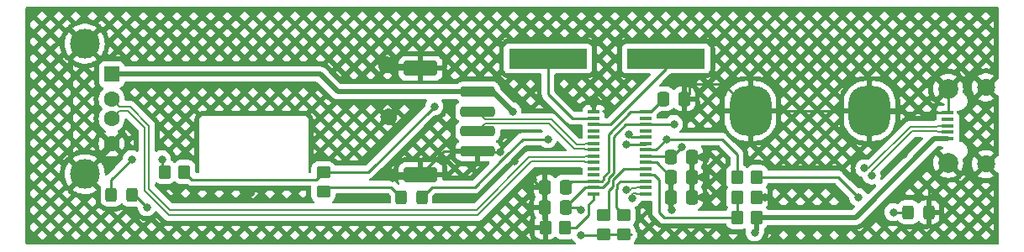
<source format=gbr>
%TF.GenerationSoftware,KiCad,Pcbnew,(6.0.7)*%
%TF.CreationDate,2022-09-11T17:15:05+08:00*%
%TF.ProjectId,Usb_ext,5573625f-6578-4742-9e6b-696361645f70,1.0*%
%TF.SameCoordinates,Original*%
%TF.FileFunction,Copper,L1,Top*%
%TF.FilePolarity,Positive*%
%FSLAX46Y46*%
G04 Gerber Fmt 4.6, Leading zero omitted, Abs format (unit mm)*
G04 Created by KiCad (PCBNEW (6.0.7)) date 2022-09-11 17:15:05*
%MOMM*%
%LPD*%
G01*
G04 APERTURE LIST*
G04 Aperture macros list*
%AMRoundRect*
0 Rectangle with rounded corners*
0 $1 Rounding radius*
0 $2 $3 $4 $5 $6 $7 $8 $9 X,Y pos of 4 corners*
0 Add a 4 corners polygon primitive as box body*
4,1,4,$2,$3,$4,$5,$6,$7,$8,$9,$2,$3,0*
0 Add four circle primitives for the rounded corners*
1,1,$1+$1,$2,$3*
1,1,$1+$1,$4,$5*
1,1,$1+$1,$6,$7*
1,1,$1+$1,$8,$9*
0 Add four rect primitives between the rounded corners*
20,1,$1+$1,$2,$3,$4,$5,0*
20,1,$1+$1,$4,$5,$6,$7,0*
20,1,$1+$1,$6,$7,$8,$9,0*
20,1,$1+$1,$8,$9,$2,$3,0*%
G04 Aperture macros list end*
%TA.AperFunction,SMDPad,CuDef*%
%ADD10RoundRect,0.250000X0.325000X0.450000X-0.325000X0.450000X-0.325000X-0.450000X0.325000X-0.450000X0*%
%TD*%
%TA.AperFunction,SMDPad,CuDef*%
%ADD11RoundRect,0.250000X0.337500X0.475000X-0.337500X0.475000X-0.337500X-0.475000X0.337500X-0.475000X0*%
%TD*%
%TA.AperFunction,SMDPad,CuDef*%
%ADD12RoundRect,0.250000X0.350000X0.450000X-0.350000X0.450000X-0.350000X-0.450000X0.350000X-0.450000X0*%
%TD*%
%TA.AperFunction,SMDPad,CuDef*%
%ADD13RoundRect,0.250000X-0.350000X-0.450000X0.350000X-0.450000X0.350000X0.450000X-0.350000X0.450000X0*%
%TD*%
%TA.AperFunction,SMDPad,CuDef*%
%ADD14RoundRect,0.250000X0.450000X-0.350000X0.450000X0.350000X-0.450000X0.350000X-0.450000X-0.350000X0*%
%TD*%
%TA.AperFunction,SMDPad,CuDef*%
%ADD15RoundRect,0.250000X-0.337500X-0.475000X0.337500X-0.475000X0.337500X0.475000X-0.337500X0.475000X0*%
%TD*%
%TA.AperFunction,ComponentPad*%
%ADD16R,1.500000X1.600000*%
%TD*%
%TA.AperFunction,ComponentPad*%
%ADD17C,1.600000*%
%TD*%
%TA.AperFunction,ComponentPad*%
%ADD18C,3.000000*%
%TD*%
%TA.AperFunction,ComponentPad*%
%ADD19RoundRect,1.680000X-0.420000X-0.820000X0.420000X-0.820000X0.420000X0.820000X-0.420000X0.820000X0*%
%TD*%
%TA.AperFunction,SMDPad,CuDef*%
%ADD20R,7.875000X2.000000*%
%TD*%
%TA.AperFunction,SMDPad,CuDef*%
%ADD21RoundRect,0.250000X-0.325000X-0.450000X0.325000X-0.450000X0.325000X0.450000X-0.325000X0.450000X0*%
%TD*%
%TA.AperFunction,SMDPad,CuDef*%
%ADD22RoundRect,0.250000X-0.450000X0.350000X-0.450000X-0.350000X0.450000X-0.350000X0.450000X0.350000X0*%
%TD*%
%TA.AperFunction,SMDPad,CuDef*%
%ADD23R,1.200000X0.400000*%
%TD*%
%TA.AperFunction,SMDPad,CuDef*%
%ADD24R,1.300000X0.450000*%
%TD*%
%TA.AperFunction,ComponentPad*%
%ADD25C,1.800000*%
%TD*%
%TA.AperFunction,ComponentPad*%
%ADD26C,2.000000*%
%TD*%
%TA.AperFunction,SMDPad,CuDef*%
%ADD27RoundRect,0.250000X-1.500000X0.250000X-1.500000X-0.250000X1.500000X-0.250000X1.500000X0.250000X0*%
%TD*%
%TA.AperFunction,SMDPad,CuDef*%
%ADD28RoundRect,0.250001X-1.449999X0.499999X-1.449999X-0.499999X1.449999X-0.499999X1.449999X0.499999X0*%
%TD*%
%TA.AperFunction,ViaPad*%
%ADD29C,0.800000*%
%TD*%
%TA.AperFunction,Conductor*%
%ADD30C,0.250000*%
%TD*%
%TA.AperFunction,Conductor*%
%ADD31C,0.510000*%
%TD*%
%TA.AperFunction,Conductor*%
%ADD32C,0.200000*%
%TD*%
G04 APERTURE END LIST*
D10*
%TO.P,D3,1,K*%
%TO.N,GND*%
X131454000Y-61214000D03*
%TO.P,D3,2,A*%
%TO.N,Net-(D3-Pad2)*%
X129404000Y-61214000D03*
%TD*%
D11*
%TO.P,C5,1*%
%TO.N,GND*%
X107590500Y-57658000D03*
%TO.P,C5,2*%
%TO.N,+5V*%
X105515500Y-57658000D03*
%TD*%
D12*
%TO.P,R4,1*%
%TO.N,GND*%
X114157000Y-59690000D03*
%TO.P,R4,2*%
%TO.N,Net-(R3-Pad1)*%
X112157000Y-59690000D03*
%TD*%
D10*
%TO.P,D1,1,K*%
%TO.N,Net-(D1-Pad1)*%
X51190000Y-59436000D03*
%TO.P,D1,2,A*%
%TO.N,Net-(D1-Pad2)*%
X49140000Y-59436000D03*
%TD*%
D13*
%TO.P,R3,1*%
%TO.N,Net-(R3-Pad1)*%
X112157000Y-61722000D03*
%TO.P,R3,2*%
%TO.N,+5V*%
X114157000Y-61722000D03*
%TD*%
D14*
%TO.P,R5,1*%
%TO.N,+3.3V*%
X98679000Y-63484000D03*
%TO.P,R5,2*%
%TO.N,Net-(R5-Pad2)*%
X98679000Y-61484000D03*
%TD*%
D13*
%TO.P,R8,1*%
%TO.N,Net-(R6-Pad1)*%
X112157000Y-57658000D03*
%TO.P,R8,2*%
%TO.N,Net-(D3-Pad2)*%
X114157000Y-57658000D03*
%TD*%
D15*
%TO.P,C3,1*%
%TO.N,GND*%
X92815500Y-60706000D03*
%TO.P,C3,2*%
%TO.N,+3.3V*%
X94890500Y-60706000D03*
%TD*%
D16*
%TO.P,J1,1,VBUS*%
%TO.N,+5V*%
X49175000Y-47300000D03*
D17*
%TO.P,J1,2,D-*%
%TO.N,/U2-*%
X49175000Y-49800000D03*
%TO.P,J1,3,D+*%
%TO.N,/U2+*%
X49175000Y-51800000D03*
%TO.P,J1,4,GND*%
%TO.N,GND*%
X49175000Y-54300000D03*
D18*
%TO.P,J1,5,Shield*%
X46465000Y-44230000D03*
X46465000Y-57370000D03*
%TD*%
D11*
%TO.P,C1,1*%
%TO.N,GND*%
X107590500Y-55626000D03*
%TO.P,C1,2*%
%TO.N,+3.3V*%
X105515500Y-55626000D03*
%TD*%
D15*
%TO.P,C6,1*%
%TO.N,+1V8*%
X104753500Y-49784000D03*
%TO.P,C6,2*%
%TO.N,GND*%
X106828500Y-49784000D03*
%TD*%
D12*
%TO.P,R1,1*%
%TO.N,Net-(R1-Pad1)*%
X94853000Y-62738000D03*
%TO.P,R1,2*%
%TO.N,GND*%
X92853000Y-62738000D03*
%TD*%
D19*
%TO.P,Bolt2,1,BOLT*%
%TO.N,GND*%
X125500000Y-51000000D03*
%TD*%
D15*
%TO.P,C4,1*%
%TO.N,+5V*%
X105515500Y-59690000D03*
%TO.P,C4,2*%
%TO.N,GND*%
X107590500Y-59690000D03*
%TD*%
D14*
%TO.P,R2,1*%
%TO.N,+3.3V*%
X100711000Y-63484000D03*
%TO.P,R2,2*%
%TO.N,Net-(R2-Pad2)*%
X100711000Y-61484000D03*
%TD*%
D20*
%TO.P,Y1,1,1*%
%TO.N,Net-(U1-Pad2)*%
X93122500Y-45720000D03*
%TO.P,Y1,2,2*%
%TO.N,Net-(U1-Pad3)*%
X104997500Y-45720000D03*
%TD*%
D21*
%TO.P,D2,1,K*%
%TO.N,Net-(D2-Pad1)*%
X78350000Y-59690000D03*
%TO.P,D2,2,A*%
%TO.N,Net-(D2-Pad2)*%
X80400000Y-59690000D03*
%TD*%
D22*
%TO.P,R7,1*%
%TO.N,Net-(R6-Pad1)*%
X70485000Y-57166000D03*
%TO.P,R7,2*%
%TO.N,Net-(D2-Pad1)*%
X70485000Y-59166000D03*
%TD*%
D23*
%TO.P,U1,1,VSS*%
%TO.N,GND*%
X97730000Y-51117500D03*
%TO.P,U1,2,XOUT*%
%TO.N,Net-(U1-Pad2)*%
X97730000Y-51752500D03*
%TO.P,U1,3,XIN*%
%TO.N,Net-(U1-Pad3)*%
X97730000Y-52387500D03*
%TO.P,U1,4,DM4*%
%TO.N,unconnected-(U1-Pad4)*%
X97730000Y-53022500D03*
%TO.P,U1,5,DP4*%
%TO.N,unconnected-(U1-Pad5)*%
X97730000Y-53657500D03*
%TO.P,U1,6,DM3*%
%TO.N,/U3-*%
X97730000Y-54292500D03*
%TO.P,U1,7,DP3*%
%TO.N,/U3+*%
X97730000Y-54927500D03*
%TO.P,U1,8,DM2*%
%TO.N,/U2-*%
X97730000Y-55562500D03*
%TO.P,U1,9,DP2*%
%TO.N,/U2+*%
X97730000Y-56197500D03*
%TO.P,U1,10,DM1*%
%TO.N,unconnected-(U1-Pad10)*%
X97730000Y-56832500D03*
%TO.P,U1,11,DP1*%
%TO.N,unconnected-(U1-Pad11)*%
X97730000Y-57467500D03*
%TO.P,U1,12,VD18_O*%
%TO.N,+1V8*%
X97730000Y-58102500D03*
%TO.P,U1,13,VD33*%
%TO.N,+3.3V*%
X97730000Y-58737500D03*
%TO.P,U1,14,REXT*%
%TO.N,Net-(R1-Pad1)*%
X97730000Y-59372500D03*
%TO.P,U1,15,DMU*%
%TO.N,/DIN-*%
X102930000Y-59372500D03*
%TO.P,U1,16,DPU*%
%TO.N,/DIN+*%
X102930000Y-58737500D03*
%TO.P,U1,17,~{XRSTJ}*%
%TO.N,Net-(R2-Pad2)*%
X102930000Y-58102500D03*
%TO.P,U1,18,VBUSM*%
%TO.N,Net-(R3-Pad1)*%
X102930000Y-57467500D03*
%TO.P,U1,19,BUSJ*%
%TO.N,Net-(R5-Pad2)*%
X102930000Y-56832500D03*
%TO.P,U1,20,VDD5*%
%TO.N,+5V*%
X102930000Y-56197500D03*
%TO.P,U1,21,VD33_O*%
%TO.N,+3.3V*%
X102930000Y-55562500D03*
%TO.P,U1,22,DRV*%
%TO.N,Net-(R6-Pad1)*%
X102930000Y-54927500D03*
%TO.P,U1,23,LED1/EESCL*%
%TO.N,Net-(D2-Pad2)*%
X102930000Y-54292500D03*
%TO.P,U1,24,LED2*%
%TO.N,Net-(D1-Pad1)*%
X102930000Y-53657500D03*
%TO.P,U1,25,PWRJ*%
%TO.N,unconnected-(U1-Pad25)*%
X102930000Y-53022500D03*
%TO.P,U1,26,OVCJ*%
%TO.N,+3.3V*%
X102930000Y-52387500D03*
%TO.P,U1,27,TESTJ/EESDA*%
%TO.N,unconnected-(U1-Pad27)*%
X102930000Y-51752500D03*
%TO.P,U1,28,VD18*%
%TO.N,+1V8*%
X102930000Y-51117500D03*
%TD*%
D24*
%TO.P,J2,1,VBUS*%
%TO.N,+5V*%
X133362000Y-53800000D03*
%TO.P,J2,2,D-*%
%TO.N,/DIN-*%
X133362000Y-53150000D03*
%TO.P,J2,3,D+*%
%TO.N,/DIN+*%
X133362000Y-52500000D03*
%TO.P,J2,4,ID*%
%TO.N,unconnected-(J2-Pad4)*%
X133362000Y-51850000D03*
%TO.P,J2,5,GND*%
%TO.N,GND*%
X133362000Y-51200000D03*
D25*
%TO.P,J2,6,Shield*%
X137212000Y-56375000D03*
X137212000Y-48625000D03*
D26*
X133412000Y-56225000D03*
X133412000Y-48775000D03*
%TD*%
D19*
%TO.P,Bolt1,1,BOLT*%
%TO.N,GND*%
X113500000Y-51000000D03*
%TD*%
D12*
%TO.P,R6,1*%
%TO.N,Net-(R6-Pad1)*%
X56499000Y-57150000D03*
%TO.P,R6,2*%
%TO.N,Net-(D1-Pad2)*%
X54499000Y-57150000D03*
%TD*%
D15*
%TO.P,C2,1*%
%TO.N,GND*%
X92815500Y-58674000D03*
%TO.P,C2,2*%
%TO.N,+1V8*%
X94890500Y-58674000D03*
%TD*%
D27*
%TO.P,J3,1,Pin_1*%
%TO.N,+5V*%
X86035000Y-49070000D03*
%TO.P,J3,2,Pin_2*%
%TO.N,/U3-*%
X86035000Y-51070000D03*
%TO.P,J3,3,Pin_3*%
%TO.N,/U3+*%
X86035000Y-53070000D03*
%TO.P,J3,4,Pin_4*%
%TO.N,GND*%
X86035000Y-55070000D03*
D28*
%TO.P,J3,SH,Shield*%
X80285000Y-57420000D03*
X80285000Y-46720000D03*
%TD*%
D29*
%TO.N,GND*%
X89770278Y-56115278D03*
X114935000Y-59690000D03*
X128905000Y-55372000D03*
X107315000Y-48260000D03*
X97663000Y-50292000D03*
X108585000Y-59690000D03*
X77470000Y-57785000D03*
X88265000Y-55118000D03*
X108585000Y-55626000D03*
X76835000Y-46355000D03*
X91567000Y-57912000D03*
X77055000Y-51596000D03*
X62865000Y-58928000D03*
X74803000Y-59690000D03*
X108585000Y-57658000D03*
%TO.N,+5V*%
X113919000Y-63246000D03*
X89535000Y-51054000D03*
X105537000Y-60960000D03*
%TO.N,Net-(D1-Pad1)*%
X101219000Y-53340000D03*
X52705000Y-60706000D03*
%TO.N,+3.3V*%
X105791000Y-52324000D03*
X96393000Y-60960000D03*
X96393000Y-63500000D03*
X106553000Y-54610000D03*
%TO.N,/DIN-*%
X101576730Y-59807232D03*
X125720232Y-57521232D03*
%TO.N,/DIN+*%
X124977768Y-56778768D03*
X100965000Y-58928000D03*
%TO.N,Net-(D2-Pad2)*%
X93091000Y-53848000D03*
X100965000Y-54356000D03*
%TO.N,Net-(D1-Pad2)*%
X54229000Y-55880000D03*
X51181000Y-55880000D03*
%TO.N,Net-(R6-Pad1)*%
X81661000Y-50546000D03*
X105029000Y-53848000D03*
%TO.N,Net-(D3-Pad2)*%
X124333000Y-59690000D03*
X127889000Y-61214000D03*
%TD*%
D30*
%TO.N,Net-(U1-Pad2)*%
X95567500Y-51752500D02*
X97730000Y-51752500D01*
X93122500Y-49307500D02*
X95567500Y-51752500D01*
X93122500Y-45720000D02*
X93122500Y-49307500D01*
%TO.N,Net-(U1-Pad3)*%
X97730000Y-52387500D02*
X99377500Y-52387500D01*
X99377500Y-52387500D02*
X104997500Y-46767500D01*
X104997500Y-46767500D02*
X104997500Y-45720000D01*
%TO.N,GND*%
X114157000Y-59690000D02*
X114935000Y-59690000D01*
X92853000Y-60743500D02*
X92815500Y-60706000D01*
X107590500Y-59690000D02*
X108585000Y-59690000D01*
X133362000Y-51200000D02*
X125200000Y-51200000D01*
X97730000Y-50359000D02*
X97663000Y-50292000D01*
X46465000Y-57370000D02*
X49175000Y-54660000D01*
X92329000Y-58674000D02*
X91567000Y-57912000D01*
X86083000Y-55118000D02*
X86035000Y-55070000D01*
X107315000Y-48260000D02*
X110760000Y-48260000D01*
X107590500Y-57658000D02*
X107590500Y-59690000D01*
X133412000Y-48775000D02*
X133412000Y-51150000D01*
X107315000Y-48260000D02*
X107315000Y-49297500D01*
X92815500Y-58674000D02*
X92329000Y-58674000D01*
X133412000Y-51150000D02*
X133362000Y-51200000D01*
X113500000Y-51000000D02*
X125000000Y-51000000D01*
X107590500Y-55626000D02*
X107590500Y-57658000D01*
X107590500Y-55626000D02*
X108585000Y-55626000D01*
X131454000Y-58183000D02*
X133412000Y-56225000D01*
X45085000Y-55990000D02*
X46465000Y-57370000D01*
X92853000Y-62738000D02*
X92853000Y-60743500D01*
X97730000Y-51117500D02*
X97730000Y-50359000D01*
X79920000Y-57785000D02*
X80285000Y-57420000D01*
X86035000Y-55070000D02*
X82635000Y-55070000D01*
X77470000Y-57785000D02*
X79920000Y-57785000D01*
X82635000Y-55070000D02*
X80285000Y-57420000D01*
X88265000Y-55118000D02*
X86083000Y-55118000D01*
X46465000Y-44230000D02*
X45085000Y-45610000D01*
X110760000Y-48260000D02*
X113500000Y-51000000D01*
X125200000Y-51200000D02*
X125000000Y-51000000D01*
X79920000Y-46355000D02*
X80285000Y-46720000D01*
X76835000Y-46355000D02*
X79920000Y-46355000D01*
X49175000Y-54660000D02*
X49175000Y-54300000D01*
X131454000Y-61214000D02*
X131454000Y-58183000D01*
X107590500Y-57658000D02*
X108585000Y-57658000D01*
X92815500Y-58674000D02*
X92815500Y-60706000D01*
X107315000Y-49297500D02*
X106828500Y-49784000D01*
X45085000Y-45610000D02*
X45085000Y-55990000D01*
D31*
%TO.N,+5V*%
X124079000Y-61722000D02*
X131971000Y-53830000D01*
D30*
X104055000Y-56197500D02*
X105515500Y-57658000D01*
D31*
X71930000Y-49070000D02*
X86035000Y-49070000D01*
X70160000Y-47300000D02*
X71930000Y-49070000D01*
X114157000Y-61722000D02*
X114157000Y-63008000D01*
D30*
X102930000Y-56197500D02*
X104055000Y-56197500D01*
D31*
X105515500Y-59690000D02*
X105515500Y-60938500D01*
X86083000Y-49022000D02*
X86035000Y-49070000D01*
X105515500Y-57658000D02*
X105515500Y-59690000D01*
X89535000Y-51054000D02*
X87503000Y-49022000D01*
X70160000Y-47300000D02*
X49175000Y-47300000D01*
X105515500Y-60938500D02*
X105537000Y-60960000D01*
X87503000Y-49022000D02*
X86083000Y-49022000D01*
X114157000Y-63008000D02*
X113919000Y-63246000D01*
X114157000Y-61722000D02*
X124079000Y-61722000D01*
X131971000Y-53830000D02*
X133362000Y-53830000D01*
D32*
%TO.N,/U2-*%
X52930000Y-58834800D02*
X55055200Y-60960000D01*
X85914800Y-60960000D02*
X91219800Y-55655000D01*
X49949999Y-50574999D02*
X51020199Y-50574999D01*
X55055200Y-60960000D02*
X85914800Y-60960000D01*
X96737499Y-55655000D02*
X96829999Y-55562500D01*
X91219800Y-55655000D02*
X96737499Y-55655000D01*
X49175000Y-49800000D02*
X49949999Y-50574999D01*
X96829999Y-55562500D02*
X97730000Y-55562500D01*
X51020199Y-50574999D02*
X52930000Y-52484800D01*
X52930000Y-52484800D02*
X52930000Y-58834800D01*
%TO.N,/U2+*%
X49175000Y-51800000D02*
X49949999Y-51025001D01*
X86043200Y-61468000D02*
X91406200Y-56105000D01*
X52480000Y-52671200D02*
X52480000Y-59021200D01*
X50833801Y-51025001D02*
X52480000Y-52671200D01*
X91406200Y-56105000D02*
X96737499Y-56105000D01*
X54926800Y-61468000D02*
X86043200Y-61468000D01*
X96737499Y-56105000D02*
X96829999Y-56197500D01*
X52480000Y-59021200D02*
X54926800Y-61468000D01*
X49949999Y-51025001D02*
X50833801Y-51025001D01*
X96829999Y-56197500D02*
X97730000Y-56197500D01*
%TO.N,/U3+*%
X86809999Y-52295001D02*
X93251801Y-52295001D01*
X95791800Y-54835000D02*
X96737499Y-54835000D01*
X93251801Y-52295001D02*
X95791800Y-54835000D01*
X86035000Y-53070000D02*
X86809999Y-52295001D01*
X96829999Y-54927500D02*
X97730000Y-54927500D01*
X96737499Y-54835000D02*
X96829999Y-54927500D01*
%TO.N,/U3-*%
X95978200Y-54385000D02*
X96737499Y-54385000D01*
X96829999Y-54292500D02*
X97730000Y-54292500D01*
X86809999Y-51844999D02*
X93438199Y-51844999D01*
X86035000Y-51070000D02*
X86809999Y-51844999D01*
X93438199Y-51844999D02*
X95978200Y-54385000D01*
X96737499Y-54385000D02*
X96829999Y-54292500D01*
D30*
%TO.N,Net-(D1-Pad1)*%
X101536500Y-53657500D02*
X102930000Y-53657500D01*
X51435000Y-59436000D02*
X52705000Y-60706000D01*
X51190000Y-59436000D02*
X51435000Y-59436000D01*
X101219000Y-53340000D02*
X101536500Y-53657500D01*
%TO.N,+3.3V*%
X105727500Y-52387500D02*
X102930000Y-52387500D01*
X100901500Y-52387500D02*
X102930000Y-52387500D01*
X94890500Y-60684500D02*
X96837500Y-58737500D01*
X99695000Y-53594000D02*
X100901500Y-52387500D01*
X98663000Y-63484000D02*
X99441000Y-63484000D01*
X105537000Y-55626000D02*
X106553000Y-54610000D01*
X99209266Y-58143734D02*
X99209266Y-57761338D01*
X105452000Y-55562500D02*
X105515500Y-55626000D01*
X96393000Y-63500000D02*
X98647000Y-63500000D01*
X96837500Y-58737500D02*
X97730000Y-58737500D01*
X99695000Y-57275604D02*
X99695000Y-53594000D01*
X94890500Y-60706000D02*
X94890500Y-60684500D01*
X97730000Y-58737500D02*
X98615500Y-58737500D01*
X94890500Y-60706000D02*
X96139000Y-60706000D01*
X96139000Y-60706000D02*
X96393000Y-60960000D01*
X99209266Y-57761338D02*
X99695000Y-57275604D01*
X98647000Y-63500000D02*
X98663000Y-63484000D01*
X101473000Y-63484000D02*
X99441000Y-63484000D01*
X102930000Y-55562500D02*
X105452000Y-55562500D01*
X98615500Y-58737500D02*
X99209266Y-58143734D01*
X105791000Y-52324000D02*
X105727500Y-52387500D01*
X105515500Y-55626000D02*
X105537000Y-55626000D01*
%TO.N,Net-(R1-Pad1)*%
X97155000Y-61468000D02*
X97155000Y-60452000D01*
X97730000Y-59877000D02*
X97730000Y-59372500D01*
X95885000Y-62738000D02*
X97155000Y-61468000D01*
X97155000Y-60452000D02*
X97730000Y-59877000D01*
X94853000Y-62738000D02*
X95885000Y-62738000D01*
%TO.N,Net-(R2-Pad2)*%
X100711000Y-61484000D02*
X99949000Y-60722000D01*
X100392682Y-58102500D02*
X102930000Y-58102500D01*
X100109266Y-58385916D02*
X100392682Y-58102500D01*
X99949000Y-60722000D02*
X99949000Y-58930792D01*
X100109266Y-58770526D02*
X100109266Y-58385916D01*
X99949000Y-58930792D02*
X100109266Y-58770526D01*
%TO.N,Net-(R3-Pad1)*%
X104267000Y-61214000D02*
X104775000Y-61722000D01*
X104775000Y-61722000D02*
X112157000Y-61722000D01*
X103780000Y-57467500D02*
X104267000Y-57954500D01*
X102930000Y-57467500D02*
X103780000Y-57467500D01*
X112157000Y-59690000D02*
X112157000Y-61722000D01*
X104267000Y-57954500D02*
X104267000Y-61214000D01*
D32*
%TO.N,/DIN-*%
X101679697Y-59280000D02*
X101576730Y-59382967D01*
X125720232Y-57096967D02*
X129767199Y-53050000D01*
X102930000Y-59372500D02*
X102029999Y-59372500D01*
X129767199Y-53050000D02*
X132286999Y-53050000D01*
X101937499Y-59280000D02*
X101679697Y-59280000D01*
X132286999Y-53050000D02*
X132386999Y-53150000D01*
X101576730Y-59382967D02*
X101576730Y-59807232D01*
X102029999Y-59372500D02*
X101937499Y-59280000D01*
X132386999Y-53150000D02*
X133362000Y-53150000D01*
X125720232Y-57521232D02*
X125720232Y-57096967D01*
%TO.N,/DIN+*%
X101395299Y-58928000D02*
X101493299Y-58830000D01*
X125402033Y-56778768D02*
X129580801Y-52600000D01*
X132286999Y-52600000D02*
X132386999Y-52500000D01*
X101493299Y-58830000D02*
X101937499Y-58830000D01*
X124977768Y-56778768D02*
X125402033Y-56778768D01*
X100965000Y-58928000D02*
X101395299Y-58928000D01*
X132386999Y-52500000D02*
X133362000Y-52500000D01*
X102029999Y-58737500D02*
X102930000Y-58737500D01*
X101937499Y-58830000D02*
X102029999Y-58737500D01*
X129580801Y-52600000D02*
X132286999Y-52600000D01*
D30*
%TO.N,Net-(R5-Pad2)*%
X99659266Y-58584130D02*
X99187000Y-59056396D01*
X99187000Y-60976000D02*
X98679000Y-61484000D01*
X102930000Y-56832500D02*
X100774500Y-56832500D01*
X99659266Y-57947734D02*
X99659266Y-58584130D01*
X99187000Y-59056396D02*
X99187000Y-60976000D01*
X100774500Y-56832500D02*
X99659266Y-57947734D01*
%TO.N,+1V8*%
X97730000Y-58102500D02*
X98545000Y-58102500D01*
X94890500Y-58674000D02*
X95462000Y-58102500D01*
X103420000Y-51117500D02*
X104753500Y-49784000D01*
X98545000Y-58102500D02*
X98759266Y-57888234D01*
X99187000Y-57147208D02*
X99187000Y-53340000D01*
X99187000Y-53340000D02*
X101409500Y-51117500D01*
X101409500Y-51117500D02*
X102930000Y-51117500D01*
X102930000Y-51117500D02*
X103420000Y-51117500D01*
X98759266Y-57574942D02*
X99187000Y-57147208D01*
X98759266Y-57888234D02*
X98759266Y-57574942D01*
X95462000Y-58102500D02*
X97730000Y-58102500D01*
%TO.N,Net-(D2-Pad2)*%
X88556000Y-55843000D02*
X85725000Y-58674000D01*
X85725000Y-58674000D02*
X81416000Y-58674000D01*
X90551000Y-53848000D02*
X88990000Y-55409000D01*
X88565305Y-55843000D02*
X88556000Y-55843000D01*
X88990000Y-55409000D02*
X88990000Y-55418305D01*
X88990000Y-55418305D02*
X88565305Y-55843000D01*
X102866500Y-54356000D02*
X102930000Y-54292500D01*
X93091000Y-53848000D02*
X90551000Y-53848000D01*
X81416000Y-58674000D02*
X80400000Y-59690000D01*
X100965000Y-54356000D02*
X102866500Y-54356000D01*
%TO.N,Net-(D1-Pad2)*%
X49140000Y-57921000D02*
X51181000Y-55880000D01*
X49140000Y-59436000D02*
X49140000Y-57921000D01*
X54229000Y-55880000D02*
X54229000Y-56880000D01*
X54229000Y-56880000D02*
X54499000Y-57150000D01*
%TO.N,Net-(D2-Pad1)*%
X77334000Y-58674000D02*
X78350000Y-59690000D01*
X70977000Y-58674000D02*
X77334000Y-58674000D01*
X70485000Y-59166000D02*
X70977000Y-58674000D01*
%TO.N,Net-(R6-Pad1)*%
X112157000Y-55388000D02*
X112157000Y-57658000D01*
X75041000Y-57166000D02*
X81661000Y-50546000D01*
X70485000Y-57166000D02*
X75041000Y-57166000D01*
X69739000Y-57912000D02*
X70485000Y-57166000D01*
X105029000Y-53848000D02*
X110617000Y-53848000D01*
X56499000Y-57150000D02*
X57261000Y-57912000D01*
X105029000Y-53848000D02*
X103949500Y-54927500D01*
X57261000Y-57912000D02*
X69739000Y-57912000D01*
X110617000Y-53848000D02*
X112157000Y-55388000D01*
X103949500Y-54927500D02*
X102930000Y-54927500D01*
%TO.N,Net-(D3-Pad2)*%
X127889000Y-61214000D02*
X129404000Y-61214000D01*
X122301000Y-57658000D02*
X124333000Y-59690000D01*
X114157000Y-57658000D02*
X122301000Y-57658000D01*
%TD*%
%TA.AperFunction,Conductor*%
%TO.N,GND*%
G36*
X138433621Y-40528502D02*
G01*
X138480114Y-40582158D01*
X138491500Y-40634500D01*
X138491500Y-47701912D01*
X138471498Y-47770033D01*
X138417842Y-47816526D01*
X138394140Y-47819970D01*
X138360973Y-47835238D01*
X137584021Y-48612189D01*
X137576408Y-48626132D01*
X137576539Y-48627966D01*
X137580790Y-48634580D01*
X138358307Y-49412096D01*
X138386088Y-49427266D01*
X138425885Y-49435923D01*
X138476087Y-49486125D01*
X138491500Y-49546511D01*
X138491500Y-55451912D01*
X138471498Y-55520033D01*
X138417842Y-55566526D01*
X138394140Y-55569970D01*
X138360973Y-55585238D01*
X137584021Y-56362189D01*
X137576408Y-56376132D01*
X137576539Y-56377966D01*
X137580790Y-56384580D01*
X138358307Y-57162096D01*
X138386088Y-57177266D01*
X138425885Y-57185923D01*
X138476087Y-57236125D01*
X138491500Y-57296511D01*
X138491500Y-64365500D01*
X138471498Y-64433621D01*
X138417842Y-64480114D01*
X138365500Y-64491500D01*
X101872446Y-64491500D01*
X101804325Y-64471498D01*
X101757832Y-64417842D01*
X101747728Y-64347568D01*
X101765186Y-64299384D01*
X101765302Y-64299197D01*
X101853115Y-64156738D01*
X101908797Y-63988861D01*
X101909498Y-63982021D01*
X101910941Y-63975290D01*
X101912702Y-63975668D01*
X101937582Y-63916260D01*
X101949387Y-63901991D01*
X102012133Y-63826144D01*
X102080283Y-63681318D01*
X102108983Y-63530866D01*
X102769138Y-63530866D01*
X103231772Y-63993500D01*
X103299284Y-63993500D01*
X103761918Y-63530866D01*
X104466194Y-63530866D01*
X104928828Y-63993500D01*
X104996340Y-63993500D01*
X105458974Y-63530866D01*
X106163252Y-63530866D01*
X106625885Y-63993500D01*
X106693396Y-63993500D01*
X107156030Y-63530866D01*
X107860307Y-63530866D01*
X108322941Y-63993500D01*
X108390453Y-63993500D01*
X108853087Y-63530866D01*
X109557363Y-63530866D01*
X110019997Y-63993500D01*
X110087509Y-63993500D01*
X110550143Y-63530866D01*
X111254419Y-63530866D01*
X111717053Y-63993500D01*
X111784565Y-63993500D01*
X112247199Y-63530866D01*
X112144833Y-63428500D01*
X111756600Y-63428500D01*
X111753388Y-63428459D01*
X111740839Y-63428139D01*
X111737623Y-63428016D01*
X111724780Y-63427360D01*
X111721569Y-63427155D01*
X111709044Y-63426194D01*
X111705840Y-63425907D01*
X111601379Y-63415204D01*
X111594564Y-63414317D01*
X111568068Y-63410132D01*
X111561312Y-63408875D01*
X111534488Y-63403124D01*
X111527810Y-63401501D01*
X111501935Y-63394458D01*
X111495360Y-63392474D01*
X111418353Y-63366932D01*
X111254419Y-63530866D01*
X110550143Y-63530866D01*
X110053753Y-63034476D01*
X109557363Y-63530866D01*
X108853087Y-63530866D01*
X108356697Y-63034476D01*
X107860307Y-63530866D01*
X107156030Y-63530866D01*
X106659641Y-63034477D01*
X106163252Y-63530866D01*
X105458974Y-63530866D01*
X104962584Y-63034476D01*
X104466194Y-63530866D01*
X103761918Y-63530866D01*
X103265528Y-63034476D01*
X102769138Y-63530866D01*
X102108983Y-63530866D01*
X102110275Y-63524094D01*
X102103026Y-63408875D01*
X102100723Y-63372262D01*
X102100723Y-63372260D01*
X102100225Y-63364350D01*
X102096228Y-63352047D01*
X102053215Y-63219667D01*
X102053214Y-63219664D01*
X102050764Y-63212125D01*
X101971924Y-63087892D01*
X101969249Y-63083677D01*
X101969248Y-63083676D01*
X101965000Y-63076982D01*
X101948056Y-63061070D01*
X101912090Y-62999859D01*
X101910213Y-62989208D01*
X101909237Y-62984690D01*
X101908526Y-62977834D01*
X101852550Y-62810054D01*
X101759478Y-62659652D01*
X101754021Y-62654204D01*
X101731169Y-62631392D01*
X101672891Y-62573216D01*
X101638812Y-62510934D01*
X101640716Y-62483981D01*
X102236409Y-62483981D01*
X102276024Y-62547999D01*
X102279687Y-62554321D01*
X102293269Y-62579412D01*
X102296563Y-62585941D01*
X102308943Y-62612368D01*
X102311852Y-62619080D01*
X102322439Y-62645584D01*
X102324953Y-62652448D01*
X102370584Y-62789221D01*
X102381026Y-62803593D01*
X102385475Y-62810141D01*
X102471239Y-62945284D01*
X102475268Y-62952097D01*
X102490150Y-62979167D01*
X102493744Y-62986219D01*
X102507192Y-63014797D01*
X102510336Y-63022062D01*
X102521709Y-63050787D01*
X102524390Y-63058235D01*
X102527603Y-63068125D01*
X102913390Y-62682338D01*
X103617666Y-62682338D01*
X104114056Y-63178728D01*
X104439284Y-62853500D01*
X105485884Y-62853500D01*
X105811112Y-63178728D01*
X106136340Y-62853500D01*
X107182941Y-62853500D01*
X107508168Y-63178727D01*
X107833395Y-62853500D01*
X108879997Y-62853500D01*
X109205225Y-63178728D01*
X109530453Y-62853500D01*
X108879997Y-62853500D01*
X107833395Y-62853500D01*
X107182941Y-62853500D01*
X106136340Y-62853500D01*
X105485884Y-62853500D01*
X104439284Y-62853500D01*
X104475401Y-62817383D01*
X104473359Y-62816859D01*
X104443028Y-62808047D01*
X104435500Y-62805601D01*
X104407438Y-62795498D01*
X104379114Y-62786296D01*
X104371662Y-62783614D01*
X104342296Y-62771987D01*
X104335031Y-62768843D01*
X104307080Y-62755690D01*
X104300027Y-62752096D01*
X104276639Y-62739238D01*
X104252178Y-62728653D01*
X104245016Y-62725283D01*
X104217492Y-62711259D01*
X104210555Y-62707446D01*
X104183370Y-62691369D01*
X104176690Y-62687129D01*
X104152044Y-62670381D01*
X104126870Y-62654404D01*
X104120326Y-62649957D01*
X104094773Y-62631392D01*
X104088520Y-62626542D01*
X104064714Y-62606849D01*
X104058774Y-62601612D01*
X104035123Y-62579402D01*
X104035002Y-62579302D01*
X104031994Y-62576732D01*
X104020122Y-62566265D01*
X104017195Y-62563602D01*
X104005933Y-62553026D01*
X104003092Y-62550272D01*
X103987530Y-62534710D01*
X103942096Y-62492045D01*
X103936499Y-62486448D01*
X103915352Y-62463929D01*
X103910118Y-62457992D01*
X103906794Y-62453974D01*
X103876412Y-62423592D01*
X103617666Y-62682338D01*
X102913390Y-62682338D01*
X102417000Y-62185948D01*
X102343838Y-62259110D01*
X102325792Y-62313517D01*
X102323292Y-62320383D01*
X102312754Y-62346900D01*
X102309856Y-62353616D01*
X102297523Y-62380065D01*
X102294242Y-62386600D01*
X102280701Y-62411722D01*
X102277047Y-62418054D01*
X102236409Y-62483981D01*
X101640716Y-62483981D01*
X101643815Y-62440114D01*
X101672736Y-62395025D01*
X101755134Y-62312483D01*
X101760305Y-62307303D01*
X101785058Y-62267146D01*
X101849275Y-62162968D01*
X101849276Y-62162966D01*
X101853115Y-62156738D01*
X101905260Y-61999524D01*
X101906632Y-61995389D01*
X101906632Y-61995387D01*
X101908797Y-61988861D01*
X101909749Y-61979576D01*
X101915188Y-61926485D01*
X101919500Y-61884400D01*
X101919500Y-61833810D01*
X102769139Y-61833810D01*
X103265528Y-62330199D01*
X103524273Y-62071453D01*
X103504660Y-62051840D01*
X103484090Y-62034823D01*
X103478154Y-62029589D01*
X103455630Y-62008438D01*
X103450030Y-62002838D01*
X103428410Y-61979814D01*
X103423175Y-61973876D01*
X103404168Y-61950899D01*
X103384477Y-61928566D01*
X103379430Y-61922466D01*
X103360072Y-61897511D01*
X103355419Y-61891106D01*
X103338052Y-61865552D01*
X103333809Y-61858867D01*
X103320228Y-61835902D01*
X103304556Y-61814332D01*
X103300106Y-61807783D01*
X103283550Y-61781694D01*
X103279519Y-61774880D01*
X103264304Y-61747202D01*
X103260711Y-61740148D01*
X103248045Y-61713228D01*
X103234493Y-61686630D01*
X103231124Y-61679470D01*
X103218580Y-61650482D01*
X103215666Y-61643124D01*
X103205202Y-61614060D01*
X103202756Y-61606532D01*
X103195316Y-61580924D01*
X103185496Y-61556121D01*
X103182816Y-61548675D01*
X103173269Y-61519292D01*
X103171060Y-61511689D01*
X103163206Y-61481098D01*
X103161480Y-61473374D01*
X103156369Y-61446580D01*
X102769139Y-61833810D01*
X101919500Y-61833810D01*
X101919500Y-61083600D01*
X101914504Y-61035445D01*
X101909238Y-60984692D01*
X101909237Y-60984688D01*
X101908526Y-60977834D01*
X101900620Y-60954135D01*
X101897080Y-60943524D01*
X102405639Y-60943524D01*
X102414840Y-61032204D01*
X102415134Y-61035445D01*
X102416119Y-61048119D01*
X102416330Y-61051370D01*
X102417003Y-61064374D01*
X102417129Y-61067627D01*
X102417458Y-61080341D01*
X102417500Y-61083600D01*
X102417500Y-61481171D01*
X102913390Y-60985281D01*
X102647789Y-60719680D01*
X102558069Y-60819324D01*
X102553528Y-60824109D01*
X102535323Y-60842314D01*
X102530540Y-60846854D01*
X102510965Y-60864480D01*
X102505950Y-60868763D01*
X102485937Y-60884970D01*
X102480701Y-60888988D01*
X102405639Y-60943524D01*
X101897080Y-60943524D01*
X101852550Y-60810054D01*
X101854100Y-60809537D01*
X101844644Y-60748032D01*
X101873506Y-60683167D01*
X101918281Y-60649641D01*
X102027452Y-60601035D01*
X102027454Y-60601034D01*
X102033482Y-60598350D01*
X102045051Y-60589945D01*
X102107564Y-60544526D01*
X102187983Y-60486098D01*
X102194108Y-60479296D01*
X102311351Y-60349084D01*
X102311352Y-60349083D01*
X102315770Y-60344176D01*
X102406410Y-60187183D01*
X102407954Y-60184509D01*
X102411257Y-60178788D01*
X102413297Y-60172510D01*
X102413300Y-60172503D01*
X102414743Y-60168061D01*
X102454817Y-60109457D01*
X102520215Y-60081821D01*
X102534575Y-60081000D01*
X103507500Y-60081000D01*
X103575621Y-60101002D01*
X103622114Y-60154658D01*
X103633500Y-60207000D01*
X103633500Y-61135233D01*
X103632973Y-61146416D01*
X103631298Y-61153909D01*
X103631547Y-61161835D01*
X103631547Y-61161836D01*
X103633438Y-61221986D01*
X103633500Y-61225945D01*
X103633500Y-61253856D01*
X103633997Y-61257790D01*
X103633997Y-61257791D01*
X103634005Y-61257856D01*
X103634938Y-61269693D01*
X103636327Y-61313889D01*
X103641978Y-61333339D01*
X103645987Y-61352700D01*
X103648526Y-61372797D01*
X103651445Y-61380168D01*
X103651445Y-61380170D01*
X103664804Y-61413912D01*
X103668649Y-61425142D01*
X103680982Y-61467593D01*
X103685015Y-61474412D01*
X103685017Y-61474417D01*
X103691293Y-61485028D01*
X103699988Y-61502776D01*
X103707448Y-61521617D01*
X103712110Y-61528033D01*
X103712110Y-61528034D01*
X103733436Y-61557387D01*
X103739952Y-61567307D01*
X103750745Y-61585556D01*
X103762458Y-61605362D01*
X103776779Y-61619683D01*
X103789619Y-61634716D01*
X103801528Y-61651107D01*
X103823402Y-61669203D01*
X103835605Y-61679298D01*
X103844384Y-61687288D01*
X104271343Y-62114247D01*
X104278887Y-62122537D01*
X104283000Y-62129018D01*
X104288777Y-62134443D01*
X104332667Y-62175658D01*
X104335509Y-62178413D01*
X104355230Y-62198134D01*
X104358425Y-62200612D01*
X104367447Y-62208318D01*
X104399679Y-62238586D01*
X104406628Y-62242406D01*
X104417432Y-62248346D01*
X104433956Y-62259199D01*
X104449959Y-62271613D01*
X104490543Y-62289176D01*
X104501173Y-62294383D01*
X104539940Y-62315695D01*
X104547617Y-62317666D01*
X104547622Y-62317668D01*
X104559558Y-62320732D01*
X104578266Y-62327137D01*
X104596855Y-62335181D01*
X104604680Y-62336420D01*
X104604682Y-62336421D01*
X104640519Y-62342097D01*
X104652140Y-62344504D01*
X104687289Y-62353528D01*
X104694970Y-62355500D01*
X104715231Y-62355500D01*
X104734940Y-62357051D01*
X104754943Y-62360219D01*
X104762835Y-62359473D01*
X104768062Y-62358979D01*
X104798954Y-62356059D01*
X104810811Y-62355500D01*
X110977803Y-62355500D01*
X111045924Y-62375502D01*
X111092417Y-62429158D01*
X111097326Y-62441623D01*
X111110860Y-62482187D01*
X111115450Y-62495946D01*
X111119301Y-62502170D01*
X111119302Y-62502171D01*
X111187494Y-62612368D01*
X111208522Y-62646348D01*
X111333697Y-62771305D01*
X111339927Y-62775145D01*
X111339928Y-62775146D01*
X111477090Y-62859694D01*
X111484262Y-62864115D01*
X111529236Y-62879032D01*
X111645611Y-62917632D01*
X111645613Y-62917632D01*
X111652139Y-62919797D01*
X111658975Y-62920497D01*
X111658978Y-62920498D01*
X111702031Y-62924909D01*
X111756600Y-62930500D01*
X112557400Y-62930500D01*
X112560646Y-62930163D01*
X112560650Y-62930163D01*
X112656308Y-62920238D01*
X112656312Y-62920237D01*
X112663166Y-62919526D01*
X112669702Y-62917345D01*
X112669704Y-62917345D01*
X112822104Y-62866500D01*
X112830946Y-62863550D01*
X112860318Y-62845374D01*
X112928770Y-62826536D01*
X112996540Y-62847697D01*
X113042111Y-62902138D01*
X113051015Y-62972574D01*
X113046455Y-62991449D01*
X113025458Y-63056072D01*
X113024768Y-63062633D01*
X113024768Y-63062635D01*
X113013023Y-63174387D01*
X113005496Y-63246000D01*
X113006186Y-63252565D01*
X113024692Y-63428636D01*
X113025458Y-63435928D01*
X113084473Y-63617556D01*
X113179960Y-63782944D01*
X113184378Y-63787851D01*
X113184379Y-63787852D01*
X113284824Y-63899407D01*
X113307747Y-63924866D01*
X113462248Y-64037118D01*
X113468276Y-64039802D01*
X113468278Y-64039803D01*
X113630681Y-64112109D01*
X113636712Y-64114794D01*
X113724716Y-64133500D01*
X113817056Y-64153128D01*
X113817061Y-64153128D01*
X113823513Y-64154500D01*
X114014487Y-64154500D01*
X114020939Y-64153128D01*
X114020944Y-64153128D01*
X114113284Y-64133500D01*
X114201288Y-64114794D01*
X114207319Y-64112109D01*
X114369722Y-64039803D01*
X114369724Y-64039802D01*
X114375752Y-64037118D01*
X114435787Y-63993500D01*
X115111516Y-63993500D01*
X115178678Y-63993500D01*
X115641312Y-63530866D01*
X116345588Y-63530866D01*
X116808222Y-63993500D01*
X116875734Y-63993500D01*
X117338368Y-63530866D01*
X118042644Y-63530866D01*
X118505278Y-63993500D01*
X118572790Y-63993500D01*
X119035424Y-63530866D01*
X119739701Y-63530866D01*
X120202335Y-63993500D01*
X120269846Y-63993500D01*
X120732479Y-63530866D01*
X121436757Y-63530866D01*
X121899391Y-63993500D01*
X121966903Y-63993500D01*
X122429537Y-63530866D01*
X123133813Y-63530866D01*
X123596447Y-63993500D01*
X123663959Y-63993500D01*
X124126593Y-63530866D01*
X124830871Y-63530866D01*
X125293504Y-63993500D01*
X125361015Y-63993500D01*
X125823649Y-63530866D01*
X126527926Y-63530866D01*
X126990560Y-63993500D01*
X127058072Y-63993500D01*
X127520706Y-63530866D01*
X128224982Y-63530866D01*
X128687616Y-63993500D01*
X128755128Y-63993500D01*
X129217762Y-63530866D01*
X129922038Y-63530866D01*
X130384672Y-63993500D01*
X130452184Y-63993500D01*
X130914818Y-63530866D01*
X131619095Y-63530866D01*
X132081729Y-63993500D01*
X132149240Y-63993500D01*
X132611873Y-63530866D01*
X133316151Y-63530866D01*
X133778785Y-63993500D01*
X133846297Y-63993500D01*
X134308931Y-63530866D01*
X135013207Y-63530866D01*
X135475841Y-63993500D01*
X135543353Y-63993500D01*
X136005987Y-63530866D01*
X136710263Y-63530866D01*
X137172897Y-63993500D01*
X137240409Y-63993500D01*
X137703043Y-63530866D01*
X137206653Y-63034476D01*
X136710263Y-63530866D01*
X136005987Y-63530866D01*
X135509597Y-63034476D01*
X135013207Y-63530866D01*
X134308931Y-63530866D01*
X133812541Y-63034476D01*
X133316151Y-63530866D01*
X132611873Y-63530866D01*
X132115484Y-63034477D01*
X131619095Y-63530866D01*
X130914818Y-63530866D01*
X130418428Y-63034476D01*
X129922038Y-63530866D01*
X129217762Y-63530866D01*
X128721372Y-63034476D01*
X128224982Y-63530866D01*
X127520706Y-63530866D01*
X127024316Y-63034476D01*
X126527926Y-63530866D01*
X125823649Y-63530866D01*
X125327260Y-63034477D01*
X124830871Y-63530866D01*
X124126593Y-63530866D01*
X123630203Y-63034476D01*
X123133813Y-63530866D01*
X122429537Y-63530866D01*
X121933147Y-63034476D01*
X121436757Y-63530866D01*
X120732479Y-63530866D01*
X120236090Y-63034477D01*
X119739701Y-63530866D01*
X119035424Y-63530866D01*
X118539034Y-63034476D01*
X118042644Y-63530866D01*
X117338368Y-63530866D01*
X116841978Y-63034476D01*
X116345588Y-63530866D01*
X115641312Y-63530866D01*
X115389435Y-63278989D01*
X115387608Y-63286457D01*
X115373966Y-63352047D01*
X115372270Y-63359160D01*
X115364849Y-63386712D01*
X115362744Y-63393712D01*
X115353534Y-63421400D01*
X115351023Y-63428274D01*
X115350950Y-63428458D01*
X115350895Y-63428636D01*
X115348544Y-63435568D01*
X115338373Y-63462917D01*
X115335628Y-63469690D01*
X115324148Y-63495813D01*
X115321012Y-63502420D01*
X115296713Y-63550008D01*
X115296244Y-63552215D01*
X115294705Y-63558627D01*
X115288042Y-63583494D01*
X115286168Y-63589819D01*
X115227153Y-63771447D01*
X115224950Y-63777668D01*
X115215722Y-63801706D01*
X115213199Y-63807798D01*
X115202485Y-63831862D01*
X115199645Y-63837816D01*
X115187955Y-63860759D01*
X115184807Y-63866556D01*
X115111516Y-63993500D01*
X114435787Y-63993500D01*
X114530253Y-63924866D01*
X114553176Y-63899407D01*
X114653621Y-63787852D01*
X114653622Y-63787851D01*
X114658040Y-63782944D01*
X114753527Y-63617556D01*
X114812542Y-63435928D01*
X114814029Y-63421782D01*
X114825190Y-63381605D01*
X114842141Y-63345336D01*
X114844068Y-63341396D01*
X114874156Y-63282472D01*
X114874158Y-63282466D01*
X114877487Y-63275947D01*
X114879228Y-63268835D01*
X114881377Y-63263055D01*
X114883302Y-63257268D01*
X114886400Y-63250639D01*
X114888731Y-63239435D01*
X114901367Y-63178679D01*
X114902338Y-63174387D01*
X114919804Y-63103012D01*
X114920500Y-63091792D01*
X114920539Y-63091794D01*
X114920772Y-63087892D01*
X114921164Y-63083502D01*
X114922655Y-63076333D01*
X114920546Y-62998396D01*
X114920500Y-62994988D01*
X114920500Y-62971941D01*
X124271944Y-62971941D01*
X124478731Y-63178728D01*
X124975121Y-62682338D01*
X125679398Y-62682338D01*
X126175787Y-63178727D01*
X126672176Y-62682338D01*
X127376454Y-62682338D01*
X127872844Y-63178728D01*
X128131072Y-62920500D01*
X129311672Y-62920500D01*
X129569900Y-63178728D01*
X129830787Y-62917841D01*
X129827555Y-62918134D01*
X129814881Y-62919119D01*
X129811630Y-62919330D01*
X129798626Y-62920003D01*
X129795373Y-62920129D01*
X129782659Y-62920458D01*
X129779400Y-62920500D01*
X129311672Y-62920500D01*
X128131072Y-62920500D01*
X128136704Y-62914868D01*
X131003097Y-62914868D01*
X131266957Y-63178727D01*
X131552101Y-62893583D01*
X131544637Y-62891535D01*
X131515623Y-62879517D01*
X131454755Y-62844857D01*
X131395828Y-62875681D01*
X131372925Y-62884929D01*
X131304804Y-62904931D01*
X131287238Y-62908752D01*
X131217932Y-62918717D01*
X131200000Y-62920000D01*
X131078637Y-62920000D01*
X131075425Y-62919959D01*
X131062875Y-62919639D01*
X131059659Y-62919516D01*
X131046817Y-62918860D01*
X131043604Y-62918655D01*
X131031081Y-62917694D01*
X131027880Y-62917407D01*
X131003097Y-62914868D01*
X128136704Y-62914868D01*
X128349100Y-62702472D01*
X132487757Y-62702472D01*
X132964013Y-63178728D01*
X133460403Y-62682338D01*
X134164679Y-62682338D01*
X134661069Y-63178728D01*
X135157459Y-62682338D01*
X135861735Y-62682338D01*
X136358125Y-63178728D01*
X136854515Y-62682338D01*
X137558793Y-62682338D01*
X137993500Y-63117046D01*
X137993500Y-62247630D01*
X137558793Y-62682338D01*
X136854515Y-62682338D01*
X136358125Y-62185948D01*
X135861735Y-62682338D01*
X135157459Y-62682338D01*
X134661069Y-62185948D01*
X134164679Y-62682338D01*
X133460403Y-62682338D01*
X132964013Y-62185948D01*
X132882491Y-62267470D01*
X132801843Y-62398306D01*
X132797827Y-62404416D01*
X132781469Y-62427799D01*
X132777107Y-62433665D01*
X132759020Y-62456567D01*
X132754322Y-62462173D01*
X132735366Y-62483504D01*
X132730355Y-62488824D01*
X132605480Y-62613916D01*
X132600169Y-62618937D01*
X132578870Y-62637931D01*
X132573271Y-62642639D01*
X132550401Y-62660765D01*
X132544540Y-62665139D01*
X132521189Y-62681534D01*
X132515090Y-62685557D01*
X132487757Y-62702472D01*
X128349100Y-62702472D01*
X128356726Y-62694846D01*
X128344381Y-62687237D01*
X128338272Y-62683222D01*
X128314890Y-62666865D01*
X128309023Y-62662502D01*
X128286121Y-62644415D01*
X128280518Y-62639719D01*
X128259187Y-62620764D01*
X128253864Y-62615751D01*
X128219686Y-62581633D01*
X128088028Y-62609618D01*
X128081543Y-62610820D01*
X128056106Y-62614849D01*
X128049563Y-62615710D01*
X128023366Y-62618463D01*
X128016789Y-62618980D01*
X127991079Y-62620327D01*
X127984487Y-62620500D01*
X127793513Y-62620500D01*
X127786921Y-62620327D01*
X127761211Y-62618980D01*
X127754634Y-62618463D01*
X127728437Y-62615710D01*
X127721894Y-62614849D01*
X127696457Y-62610820D01*
X127689972Y-62609618D01*
X127503171Y-62569912D01*
X127496759Y-62568372D01*
X127491760Y-62567032D01*
X127376454Y-62682338D01*
X126672176Y-62682338D01*
X126298464Y-62308626D01*
X127002743Y-62308626D01*
X127024316Y-62330199D01*
X127027733Y-62326782D01*
X127002743Y-62308626D01*
X126298464Y-62308626D01*
X126175787Y-62185949D01*
X125679398Y-62682338D01*
X124975121Y-62682338D01*
X124940121Y-62647338D01*
X124933616Y-62654204D01*
X124928436Y-62659363D01*
X124907641Y-62678908D01*
X124902169Y-62683760D01*
X124886345Y-62696991D01*
X124880869Y-62701827D01*
X124876583Y-62705446D01*
X124859545Y-62719194D01*
X124855105Y-62722617D01*
X124837060Y-62735897D01*
X124832469Y-62739120D01*
X124814276Y-62751299D01*
X124809549Y-62754313D01*
X124752290Y-62789059D01*
X124696241Y-62825806D01*
X124690016Y-62829633D01*
X124665285Y-62843869D01*
X124658844Y-62847332D01*
X124632752Y-62860398D01*
X124626116Y-62863484D01*
X124625928Y-62863565D01*
X124625775Y-62863646D01*
X124619210Y-62866885D01*
X124592678Y-62879032D01*
X124585946Y-62881881D01*
X124559355Y-62892235D01*
X124552467Y-62894690D01*
X124488730Y-62915337D01*
X124425759Y-62938195D01*
X124418819Y-62940489D01*
X124391477Y-62948654D01*
X124384411Y-62950542D01*
X124356014Y-62957255D01*
X124348856Y-62958730D01*
X124348638Y-62958768D01*
X124348463Y-62958814D01*
X124341340Y-62960454D01*
X124312728Y-62966171D01*
X124305518Y-62967395D01*
X124277261Y-62971353D01*
X124271944Y-62971941D01*
X114920500Y-62971941D01*
X114920500Y-62878334D01*
X114940502Y-62810213D01*
X114970700Y-62780531D01*
X114969388Y-62778875D01*
X114975120Y-62774332D01*
X114981348Y-62770478D01*
X115106305Y-62645303D01*
X115117870Y-62626542D01*
X115147377Y-62578672D01*
X115167896Y-62545384D01*
X115220668Y-62497891D01*
X115275156Y-62485500D01*
X124011550Y-62485500D01*
X124030501Y-62486933D01*
X124044940Y-62489130D01*
X124044943Y-62489130D01*
X124052173Y-62490230D01*
X124059464Y-62489637D01*
X124059467Y-62489637D01*
X124105221Y-62485915D01*
X124115436Y-62485500D01*
X124123585Y-62485500D01*
X124127219Y-62485076D01*
X124127225Y-62485076D01*
X124136744Y-62483966D01*
X124152030Y-62482184D01*
X124156357Y-62481756D01*
X124193994Y-62478694D01*
X124222324Y-62476390D01*
X124222326Y-62476390D01*
X124229623Y-62475796D01*
X124236592Y-62473539D01*
X124242650Y-62472328D01*
X124248571Y-62470929D01*
X124255839Y-62470081D01*
X124324985Y-62444982D01*
X124329089Y-62443574D01*
X124398994Y-62420928D01*
X124405250Y-62417132D01*
X124410844Y-62414571D01*
X124416313Y-62411832D01*
X124423192Y-62409335D01*
X124467836Y-62380065D01*
X124484652Y-62369040D01*
X124488372Y-62366693D01*
X124546397Y-62331483D01*
X124546401Y-62331480D01*
X124551200Y-62328568D01*
X124559626Y-62321126D01*
X124559651Y-62321155D01*
X124562586Y-62318552D01*
X124565959Y-62315732D01*
X124572081Y-62311718D01*
X124588881Y-62293984D01*
X125291044Y-62293984D01*
X125327259Y-62330199D01*
X125823648Y-61833810D01*
X126527927Y-61833810D01*
X126794221Y-62100104D01*
X126779874Y-62084170D01*
X126775587Y-62079152D01*
X126759385Y-62059143D01*
X126755373Y-62053913D01*
X126739890Y-62032603D01*
X126736154Y-62027168D01*
X126722128Y-62005571D01*
X126718680Y-61999944D01*
X126623193Y-61834556D01*
X126620045Y-61828759D01*
X126608355Y-61805816D01*
X126605515Y-61799862D01*
X126594801Y-61775798D01*
X126592278Y-61769706D01*
X126592209Y-61769527D01*
X126527927Y-61833810D01*
X125823648Y-61833810D01*
X125823649Y-61833809D01*
X125787434Y-61797594D01*
X125291044Y-62293984D01*
X124588881Y-62293984D01*
X124625714Y-62255102D01*
X124628091Y-62252661D01*
X125666752Y-61214000D01*
X126975496Y-61214000D01*
X126976186Y-61220565D01*
X126993863Y-61388749D01*
X126995458Y-61403928D01*
X127054473Y-61585556D01*
X127057776Y-61591278D01*
X127057777Y-61591279D01*
X127070392Y-61613128D01*
X127149960Y-61750944D01*
X127154378Y-61755851D01*
X127154379Y-61755852D01*
X127268699Y-61882817D01*
X127277747Y-61892866D01*
X127357622Y-61950899D01*
X127425127Y-61999944D01*
X127432248Y-62005118D01*
X127438276Y-62007802D01*
X127438278Y-62007803D01*
X127598532Y-62079152D01*
X127606712Y-62082794D01*
X127700113Y-62102647D01*
X127787056Y-62121128D01*
X127787061Y-62121128D01*
X127793513Y-62122500D01*
X127984487Y-62122500D01*
X127990939Y-62121128D01*
X127990944Y-62121128D01*
X128077887Y-62102647D01*
X128171288Y-62082794D01*
X128183004Y-62077578D01*
X128261968Y-62042421D01*
X128286272Y-62031600D01*
X128356639Y-62022166D01*
X128420936Y-62052272D01*
X128444665Y-62080404D01*
X128480522Y-62138348D01*
X128605697Y-62263305D01*
X128611927Y-62267145D01*
X128611928Y-62267146D01*
X128749288Y-62351816D01*
X128756262Y-62356115D01*
X128828469Y-62380065D01*
X128917611Y-62409632D01*
X128917613Y-62409632D01*
X128924139Y-62411797D01*
X128930975Y-62412497D01*
X128930978Y-62412498D01*
X128974031Y-62416909D01*
X129028600Y-62422500D01*
X129779400Y-62422500D01*
X129782646Y-62422163D01*
X129782650Y-62422163D01*
X129878308Y-62412238D01*
X129878312Y-62412237D01*
X129885166Y-62411526D01*
X129891702Y-62409345D01*
X129891704Y-62409345D01*
X130042668Y-62358979D01*
X130052946Y-62355550D01*
X130203348Y-62262478D01*
X130328305Y-62137303D01*
X130331102Y-62132765D01*
X130388353Y-62092176D01*
X130459276Y-62088946D01*
X130520687Y-62124572D01*
X130528062Y-62133068D01*
X130536098Y-62143207D01*
X130650829Y-62257739D01*
X130662240Y-62266751D01*
X130800243Y-62351816D01*
X130813424Y-62357963D01*
X130967710Y-62409138D01*
X130981086Y-62412005D01*
X131075438Y-62421672D01*
X131081854Y-62422000D01*
X131181885Y-62422000D01*
X131197124Y-62417525D01*
X131198329Y-62416135D01*
X131200000Y-62408452D01*
X131200000Y-62403884D01*
X131708000Y-62403884D01*
X131712475Y-62419123D01*
X131713865Y-62420328D01*
X131721548Y-62421999D01*
X131826095Y-62421999D01*
X131832614Y-62421662D01*
X131928206Y-62411743D01*
X131941600Y-62408851D01*
X132095784Y-62357412D01*
X132108962Y-62351239D01*
X132246807Y-62265937D01*
X132258208Y-62256901D01*
X132372739Y-62142171D01*
X132381751Y-62130760D01*
X132466816Y-61992757D01*
X132472963Y-61979576D01*
X132521312Y-61833810D01*
X133316152Y-61833810D01*
X133812541Y-62330199D01*
X134308930Y-61833810D01*
X135013208Y-61833810D01*
X135509597Y-62330199D01*
X136005986Y-61833810D01*
X136710264Y-61833810D01*
X137206653Y-62330199D01*
X137703042Y-61833810D01*
X137206653Y-61337421D01*
X136710264Y-61833810D01*
X136005986Y-61833810D01*
X135509597Y-61337421D01*
X135013208Y-61833810D01*
X134308930Y-61833810D01*
X133812541Y-61337421D01*
X133316152Y-61833810D01*
X132521312Y-61833810D01*
X132524138Y-61825290D01*
X132527005Y-61811914D01*
X132536672Y-61717562D01*
X132537000Y-61711146D01*
X132537000Y-61486115D01*
X132532525Y-61470876D01*
X132531135Y-61469671D01*
X132523452Y-61468000D01*
X131726115Y-61468000D01*
X131710876Y-61472475D01*
X131709671Y-61473865D01*
X131708000Y-61481548D01*
X131708000Y-62403884D01*
X131200000Y-62403884D01*
X131200000Y-61213245D01*
X132959857Y-61213245D01*
X132990681Y-61272172D01*
X132999929Y-61295075D01*
X133019931Y-61363196D01*
X133023752Y-61380762D01*
X133028927Y-61416757D01*
X133460403Y-60985281D01*
X134164679Y-60985281D01*
X134661069Y-61481671D01*
X135157459Y-60985281D01*
X135861735Y-60985281D01*
X136358125Y-61481671D01*
X136854515Y-60985281D01*
X137558793Y-60985281D01*
X137993500Y-61419989D01*
X137993500Y-60550573D01*
X137558793Y-60985281D01*
X136854515Y-60985281D01*
X136358125Y-60488891D01*
X135861735Y-60985281D01*
X135157459Y-60985281D01*
X134661069Y-60488891D01*
X134164679Y-60985281D01*
X133460403Y-60985281D01*
X133019648Y-60544526D01*
X133020476Y-60549723D01*
X133021372Y-60556544D01*
X133032339Y-60662245D01*
X133032633Y-60665483D01*
X133033618Y-60678155D01*
X133033829Y-60681407D01*
X133034502Y-60694410D01*
X133034628Y-60697664D01*
X133034957Y-60710379D01*
X133034999Y-60713638D01*
X133034999Y-60960000D01*
X133034277Y-60973469D01*
X133028655Y-61025759D01*
X133026498Y-61039073D01*
X133015112Y-61091415D01*
X133013502Y-61097967D01*
X133006535Y-61123363D01*
X132994517Y-61152377D01*
X132959857Y-61213245D01*
X131200000Y-61213245D01*
X131200000Y-60941885D01*
X131708000Y-60941885D01*
X131712475Y-60957124D01*
X131713865Y-60958329D01*
X131721548Y-60960000D01*
X132518884Y-60960000D01*
X132534123Y-60955525D01*
X132535328Y-60954135D01*
X132536999Y-60946452D01*
X132536999Y-60716905D01*
X132536661Y-60710379D01*
X132526743Y-60614794D01*
X132523851Y-60601400D01*
X132472412Y-60447216D01*
X132466239Y-60434038D01*
X132380937Y-60296193D01*
X132371901Y-60284792D01*
X132257171Y-60170261D01*
X132245760Y-60161249D01*
X132206020Y-60136753D01*
X133316151Y-60136753D01*
X133812541Y-60633143D01*
X134308931Y-60136753D01*
X135013207Y-60136753D01*
X135509597Y-60633143D01*
X136005987Y-60136753D01*
X136710263Y-60136753D01*
X137206653Y-60633143D01*
X137703043Y-60136753D01*
X137206653Y-59640363D01*
X136710263Y-60136753D01*
X136005987Y-60136753D01*
X135509597Y-59640363D01*
X135013207Y-60136753D01*
X134308931Y-60136753D01*
X133812541Y-59640363D01*
X133316151Y-60136753D01*
X132206020Y-60136753D01*
X132107757Y-60076184D01*
X132094576Y-60070037D01*
X131940290Y-60018862D01*
X131926914Y-60015995D01*
X131832562Y-60006328D01*
X131826145Y-60006000D01*
X131726115Y-60006000D01*
X131710876Y-60010475D01*
X131709671Y-60011865D01*
X131708000Y-60019548D01*
X131708000Y-60941885D01*
X131200000Y-60941885D01*
X131200000Y-60024116D01*
X131195525Y-60008877D01*
X131194135Y-60007672D01*
X131186452Y-60006001D01*
X131081905Y-60006001D01*
X131075386Y-60006338D01*
X130979794Y-60016257D01*
X130966400Y-60019149D01*
X130812216Y-60070588D01*
X130799038Y-60076761D01*
X130661193Y-60162063D01*
X130649792Y-60171099D01*
X130535262Y-60285828D01*
X130528206Y-60294762D01*
X130470288Y-60335823D01*
X130399365Y-60339053D01*
X130337954Y-60303426D01*
X130331154Y-60295593D01*
X130327478Y-60289652D01*
X130202303Y-60164695D01*
X130156973Y-60136753D01*
X130057968Y-60075725D01*
X130057966Y-60075724D01*
X130051738Y-60071885D01*
X129971995Y-60045436D01*
X129890389Y-60018368D01*
X129890387Y-60018368D01*
X129883861Y-60016203D01*
X129877025Y-60015503D01*
X129877022Y-60015502D01*
X129833851Y-60011079D01*
X129779400Y-60005500D01*
X129028600Y-60005500D01*
X129025354Y-60005837D01*
X129025350Y-60005837D01*
X128929692Y-60015762D01*
X128929688Y-60015763D01*
X128922834Y-60016474D01*
X128916298Y-60018655D01*
X128916296Y-60018655D01*
X128787707Y-60061556D01*
X128755054Y-60072450D01*
X128604652Y-60165522D01*
X128479695Y-60290697D01*
X128475853Y-60296929D01*
X128475852Y-60296931D01*
X128444747Y-60347393D01*
X128391976Y-60394887D01*
X128321904Y-60406311D01*
X128286238Y-60396385D01*
X128282874Y-60394887D01*
X128224429Y-60368866D01*
X128177319Y-60347891D01*
X128177318Y-60347891D01*
X128171288Y-60345206D01*
X128052050Y-60319861D01*
X127990944Y-60306872D01*
X127990939Y-60306872D01*
X127984487Y-60305500D01*
X127793513Y-60305500D01*
X127787061Y-60306872D01*
X127787056Y-60306872D01*
X127725950Y-60319861D01*
X127606712Y-60345206D01*
X127600682Y-60347891D01*
X127600681Y-60347891D01*
X127438278Y-60420197D01*
X127438276Y-60420198D01*
X127432248Y-60422882D01*
X127426907Y-60426762D01*
X127426906Y-60426763D01*
X127380471Y-60460500D01*
X127277747Y-60535134D01*
X127273326Y-60540044D01*
X127273325Y-60540045D01*
X127174645Y-60649641D01*
X127149960Y-60677056D01*
X127054473Y-60842444D01*
X126995458Y-61024072D01*
X126994768Y-61030633D01*
X126994768Y-61030635D01*
X126983156Y-61141119D01*
X126975496Y-61214000D01*
X125666752Y-61214000D01*
X127132352Y-59748400D01*
X127836629Y-59748400D01*
X127872844Y-59784615D01*
X128369234Y-59288225D01*
X129073510Y-59288225D01*
X129292785Y-59507500D01*
X129779400Y-59507500D01*
X129782612Y-59507541D01*
X129795161Y-59507861D01*
X129798377Y-59507984D01*
X129811220Y-59508640D01*
X129814431Y-59508845D01*
X129826956Y-59509806D01*
X129830159Y-59510093D01*
X129843097Y-59511418D01*
X130066290Y-59288225D01*
X130770567Y-59288225D01*
X130996222Y-59513880D01*
X131027245Y-59510661D01*
X131030483Y-59510367D01*
X131043155Y-59509382D01*
X131046407Y-59509171D01*
X131059410Y-59508498D01*
X131062664Y-59508372D01*
X131075379Y-59508043D01*
X131078638Y-59508001D01*
X131200000Y-59508001D01*
X131213469Y-59508723D01*
X131265759Y-59514345D01*
X131279073Y-59516502D01*
X131331415Y-59527888D01*
X131337967Y-59529498D01*
X131363363Y-59536465D01*
X131392377Y-59548483D01*
X131453245Y-59583143D01*
X131485081Y-59566490D01*
X131763346Y-59288225D01*
X132467623Y-59288225D01*
X132964013Y-59784615D01*
X133460403Y-59288225D01*
X134164679Y-59288225D01*
X134661069Y-59784615D01*
X135157459Y-59288225D01*
X135861735Y-59288225D01*
X136358125Y-59784615D01*
X136854515Y-59288225D01*
X137558793Y-59288225D01*
X137993500Y-59722933D01*
X137993500Y-58853517D01*
X137558793Y-59288225D01*
X136854515Y-59288225D01*
X136358125Y-58791835D01*
X135861735Y-59288225D01*
X135157459Y-59288225D01*
X134661069Y-58791835D01*
X134164679Y-59288225D01*
X133460403Y-59288225D01*
X132964013Y-58791835D01*
X132467623Y-59288225D01*
X131763346Y-59288225D01*
X131266957Y-58791836D01*
X130770567Y-59288225D01*
X130066290Y-59288225D01*
X129569900Y-58791835D01*
X129073510Y-59288225D01*
X128369234Y-59288225D01*
X128333019Y-59252010D01*
X127836629Y-59748400D01*
X127132352Y-59748400D01*
X127980880Y-58899872D01*
X128685157Y-58899872D01*
X128721372Y-58936087D01*
X129217762Y-58439697D01*
X129922038Y-58439697D01*
X130418428Y-58936087D01*
X130914818Y-58439697D01*
X131619095Y-58439697D01*
X132115484Y-58936086D01*
X132611873Y-58439697D01*
X133316151Y-58439697D01*
X133812541Y-58936087D01*
X134308931Y-58439697D01*
X135013207Y-58439697D01*
X135509597Y-58936087D01*
X136005987Y-58439697D01*
X136710263Y-58439697D01*
X137206653Y-58936087D01*
X137703043Y-58439697D01*
X137520481Y-58257135D01*
X137339371Y-58280336D01*
X137334228Y-58280887D01*
X137314119Y-58282628D01*
X137308962Y-58282969D01*
X137288333Y-58283905D01*
X137283172Y-58284033D01*
X137263007Y-58284121D01*
X137257839Y-58284037D01*
X137026465Y-58275552D01*
X137021310Y-58275257D01*
X137001206Y-58273693D01*
X136996064Y-58273187D01*
X136975562Y-58270743D01*
X136970442Y-58270026D01*
X136950517Y-58266817D01*
X136945432Y-58265891D01*
X136894443Y-58255517D01*
X136710263Y-58439697D01*
X136005987Y-58439697D01*
X135509597Y-57943307D01*
X135013207Y-58439697D01*
X134308931Y-58439697D01*
X134012472Y-58143238D01*
X134000484Y-58146619D01*
X133995695Y-58147869D01*
X133764889Y-58203281D01*
X133760055Y-58204341D01*
X133741111Y-58208109D01*
X133736242Y-58208979D01*
X133716714Y-58212072D01*
X133711816Y-58212749D01*
X133692633Y-58215020D01*
X133687706Y-58215506D01*
X133527754Y-58228094D01*
X133316151Y-58439697D01*
X132611873Y-58439697D01*
X132115484Y-57943308D01*
X131619095Y-58439697D01*
X130914818Y-58439697D01*
X130418428Y-57943307D01*
X129922038Y-58439697D01*
X129217762Y-58439697D01*
X129181547Y-58403482D01*
X128685157Y-58899872D01*
X127980880Y-58899872D01*
X128829408Y-58051344D01*
X129533685Y-58051344D01*
X129569900Y-58087559D01*
X130066290Y-57591169D01*
X130770568Y-57591169D01*
X131266957Y-58087558D01*
X131437652Y-57916863D01*
X134490373Y-57916863D01*
X134661069Y-58087559D01*
X135157459Y-57591169D01*
X135102696Y-57536406D01*
X136415423Y-57536406D01*
X136420704Y-57543461D01*
X136597080Y-57646527D01*
X136606363Y-57650974D01*
X136813003Y-57729883D01*
X136822901Y-57732759D01*
X137039653Y-57776857D01*
X137049883Y-57778076D01*
X137270914Y-57786182D01*
X137281223Y-57785714D01*
X137500623Y-57757608D01*
X137510688Y-57755468D01*
X137722557Y-57691905D01*
X137732152Y-57688144D01*
X137930778Y-57590838D01*
X137939636Y-57585559D01*
X137997097Y-57544572D01*
X138005497Y-57533874D01*
X137998510Y-57520721D01*
X137224811Y-56747021D01*
X137210868Y-56739408D01*
X137209034Y-56739539D01*
X137202420Y-56743790D01*
X136422180Y-57524031D01*
X136415423Y-57536406D01*
X135102696Y-57536406D01*
X135004114Y-57437824D01*
X134984533Y-57458337D01*
X134968902Y-57472202D01*
X134912066Y-57514749D01*
X134902774Y-57521079D01*
X134865465Y-57544125D01*
X134832583Y-57558437D01*
X134765699Y-57576786D01*
X134764022Y-57584699D01*
X134753026Y-57627150D01*
X134739183Y-57660236D01*
X134689910Y-57742609D01*
X134675214Y-57762461D01*
X134627583Y-57815108D01*
X134614602Y-57827545D01*
X134560716Y-57872253D01*
X134546097Y-57882715D01*
X134490373Y-57916863D01*
X131437652Y-57916863D01*
X131763346Y-57591169D01*
X131629847Y-57457670D01*
X132544160Y-57457670D01*
X132549887Y-57465320D01*
X132721042Y-57570205D01*
X132729837Y-57574687D01*
X132939988Y-57661734D01*
X132949373Y-57664783D01*
X133170554Y-57717885D01*
X133180301Y-57719428D01*
X133407070Y-57737275D01*
X133416930Y-57737275D01*
X133643699Y-57719428D01*
X133653446Y-57717885D01*
X133874627Y-57664783D01*
X133884012Y-57661734D01*
X134094163Y-57574687D01*
X134102958Y-57570205D01*
X134270445Y-57467568D01*
X134279907Y-57457110D01*
X134276124Y-57448334D01*
X133424812Y-56597022D01*
X133410868Y-56589408D01*
X133409035Y-56589539D01*
X133402420Y-56593790D01*
X132550920Y-57445290D01*
X132544160Y-57457670D01*
X131629847Y-57457670D01*
X131266957Y-57094780D01*
X130770568Y-57591169D01*
X130066290Y-57591169D01*
X130030075Y-57554954D01*
X129533685Y-58051344D01*
X128829408Y-58051344D01*
X129677936Y-57202816D01*
X130382213Y-57202816D01*
X130418428Y-57239031D01*
X130914818Y-56742641D01*
X130878603Y-56706426D01*
X130382213Y-57202816D01*
X129677936Y-57202816D01*
X130650822Y-56229930D01*
X131899725Y-56229930D01*
X131917572Y-56456699D01*
X131919115Y-56466446D01*
X131972217Y-56687627D01*
X131975266Y-56697012D01*
X132062313Y-56907163D01*
X132066795Y-56915958D01*
X132169432Y-57083445D01*
X132179890Y-57092907D01*
X132188666Y-57089124D01*
X133039978Y-56237812D01*
X133047592Y-56223868D01*
X133047461Y-56222035D01*
X133043210Y-56215420D01*
X132191710Y-55363920D01*
X132179330Y-55357160D01*
X132171680Y-55362887D01*
X132066795Y-55534042D01*
X132062313Y-55542837D01*
X131975266Y-55752988D01*
X131972217Y-55762373D01*
X131919115Y-55983554D01*
X131917572Y-55993301D01*
X131899725Y-56220070D01*
X131899725Y-56229930D01*
X130650822Y-56229930D01*
X132250347Y-54630405D01*
X132312659Y-54596379D01*
X132339442Y-54593500D01*
X132776750Y-54593500D01*
X132844871Y-54613502D01*
X132891364Y-54667158D01*
X132901468Y-54737432D01*
X132871974Y-54802012D01*
X132824968Y-54835909D01*
X132729837Y-54875313D01*
X132721042Y-54879795D01*
X132553555Y-54982432D01*
X132544093Y-54992890D01*
X132547876Y-55001666D01*
X134632290Y-57086080D01*
X134644670Y-57092840D01*
X134652320Y-57087113D01*
X134709301Y-56994130D01*
X135264696Y-56994130D01*
X135506679Y-57236113D01*
X135502147Y-57227141D01*
X135499913Y-57222484D01*
X135491564Y-57204122D01*
X135489522Y-57199374D01*
X135402414Y-56984855D01*
X135400568Y-56980027D01*
X135393750Y-56961037D01*
X135392103Y-56956138D01*
X135385928Y-56936433D01*
X135384485Y-56931472D01*
X135379247Y-56911991D01*
X135378008Y-56906974D01*
X135345697Y-56763595D01*
X135334869Y-56808695D01*
X135333619Y-56813484D01*
X135328375Y-56832077D01*
X135326939Y-56836811D01*
X135320829Y-56855615D01*
X135319209Y-56860286D01*
X135312525Y-56878405D01*
X135310721Y-56883015D01*
X135264696Y-56994130D01*
X134709301Y-56994130D01*
X134757205Y-56915958D01*
X134761687Y-56907163D01*
X134848734Y-56697012D01*
X134851783Y-56687627D01*
X134904885Y-56466446D01*
X134906428Y-56456699D01*
X134915169Y-56345638D01*
X135799893Y-56345638D01*
X135812627Y-56566468D01*
X135814061Y-56576670D01*
X135862685Y-56792439D01*
X135865773Y-56802292D01*
X135948986Y-57007220D01*
X135953634Y-57016421D01*
X136042097Y-57160781D01*
X136052553Y-57170242D01*
X136061331Y-57166458D01*
X136839979Y-56387811D01*
X136847592Y-56373868D01*
X136847461Y-56372034D01*
X136843210Y-56365420D01*
X136065862Y-55588073D01*
X136054330Y-55581776D01*
X136042048Y-55591399D01*
X135986467Y-55672877D01*
X135981379Y-55681833D01*
X135888252Y-55882459D01*
X135884689Y-55892146D01*
X135825581Y-56105280D01*
X135823650Y-56115400D01*
X135800145Y-56335349D01*
X135799893Y-56345638D01*
X134915169Y-56345638D01*
X134924275Y-56229930D01*
X134924275Y-56220070D01*
X134906428Y-55993298D01*
X134904885Y-55983555D01*
X134886743Y-55907989D01*
X134890290Y-55837081D01*
X134931610Y-55779347D01*
X134946262Y-55769456D01*
X134998944Y-55739040D01*
X135060497Y-55683618D01*
X135135955Y-55615675D01*
X135135956Y-55615674D01*
X135140866Y-55611253D01*
X135219719Y-55502721D01*
X135249237Y-55462094D01*
X135249238Y-55462093D01*
X135253118Y-55456752D01*
X135260504Y-55440164D01*
X135328109Y-55288319D01*
X135328109Y-55288318D01*
X135330794Y-55282288D01*
X135344946Y-55215711D01*
X136417508Y-55215711D01*
X136424251Y-55228040D01*
X137199189Y-56002979D01*
X137213132Y-56010592D01*
X137214966Y-56010461D01*
X137221580Y-56006210D01*
X138000994Y-55226795D01*
X138008011Y-55213944D01*
X138000237Y-55203274D01*
X137997902Y-55201430D01*
X137989320Y-55195729D01*
X137795678Y-55088833D01*
X137786272Y-55084606D01*
X137577772Y-55010772D01*
X137567809Y-55008140D01*
X137350047Y-54969350D01*
X137339796Y-54968381D01*
X137118616Y-54965679D01*
X137108332Y-54966399D01*
X136889693Y-54999855D01*
X136879666Y-55002244D01*
X136669426Y-55070961D01*
X136659916Y-55074958D01*
X136463725Y-55177089D01*
X136455007Y-55182578D01*
X136425961Y-55204386D01*
X136417508Y-55215711D01*
X135344946Y-55215711D01*
X135353155Y-55177089D01*
X135369128Y-55101944D01*
X135369128Y-55101939D01*
X135370500Y-55095487D01*
X135370500Y-54904513D01*
X135368206Y-54893717D01*
X135347835Y-54797885D01*
X135330794Y-54717712D01*
X135328109Y-54711681D01*
X135255803Y-54549278D01*
X135255802Y-54549276D01*
X135253118Y-54543248D01*
X135238058Y-54522519D01*
X135177800Y-54439582D01*
X135140866Y-54388747D01*
X135127789Y-54376972D01*
X135003852Y-54265379D01*
X135003851Y-54265378D01*
X134998944Y-54260960D01*
X134888259Y-54197056D01*
X135861735Y-54197056D01*
X136343117Y-54678438D01*
X136405725Y-54645846D01*
X136854515Y-54197056D01*
X137558793Y-54197056D01*
X137993486Y-54631750D01*
X137993500Y-54631756D01*
X137993500Y-53762348D01*
X137558793Y-54197056D01*
X136854515Y-54197056D01*
X136358125Y-53700666D01*
X135861735Y-54197056D01*
X134888259Y-54197056D01*
X134833556Y-54165473D01*
X134708308Y-54124777D01*
X134658207Y-54108498D01*
X134658205Y-54108498D01*
X134651928Y-54106458D01*
X134645367Y-54105768D01*
X134645365Y-54105768D01*
X134633328Y-54104503D01*
X134567672Y-54077489D01*
X134527043Y-54019267D01*
X134520500Y-53979193D01*
X134520500Y-53526866D01*
X134516344Y-53488606D01*
X134516344Y-53461393D01*
X134520131Y-53426533D01*
X134520131Y-53426529D01*
X134520500Y-53423134D01*
X134520500Y-53353821D01*
X135018500Y-53353821D01*
X135509597Y-53844918D01*
X136005987Y-53348528D01*
X136710263Y-53348528D01*
X137206653Y-53844918D01*
X137703043Y-53348528D01*
X137206653Y-52852138D01*
X136710263Y-53348528D01*
X136005987Y-53348528D01*
X135509597Y-52852138D01*
X135018500Y-53343235D01*
X135018500Y-53353821D01*
X134520500Y-53353821D01*
X134520500Y-52876866D01*
X134518771Y-52860944D01*
X134516344Y-52838607D01*
X134516344Y-52811393D01*
X134520131Y-52776533D01*
X134520131Y-52776529D01*
X134520500Y-52773134D01*
X134520500Y-52500000D01*
X135861735Y-52500000D01*
X136358125Y-52996390D01*
X136854515Y-52500000D01*
X137558793Y-52500000D01*
X137993500Y-52934708D01*
X137993500Y-52065292D01*
X137558793Y-52500000D01*
X136854515Y-52500000D01*
X136358125Y-52003610D01*
X135861735Y-52500000D01*
X134520500Y-52500000D01*
X134520500Y-52226866D01*
X134516344Y-52188606D01*
X134516344Y-52161393D01*
X134516389Y-52160984D01*
X134518502Y-52141526D01*
X134520131Y-52126533D01*
X134520131Y-52126529D01*
X134520500Y-52123134D01*
X134520500Y-51656765D01*
X135018500Y-51656765D01*
X135509597Y-52147862D01*
X136005987Y-51651472D01*
X136710263Y-51651472D01*
X137206653Y-52147862D01*
X137703043Y-51651472D01*
X137206653Y-51155082D01*
X136710263Y-51651472D01*
X136005987Y-51651472D01*
X135509597Y-51155082D01*
X135018500Y-51646179D01*
X135018500Y-51656765D01*
X134520500Y-51656765D01*
X134520500Y-51576866D01*
X134516091Y-51536280D01*
X134516091Y-51509065D01*
X134519631Y-51476481D01*
X134520000Y-51469672D01*
X134520000Y-51443115D01*
X134515525Y-51427876D01*
X134489830Y-51405611D01*
X134490288Y-51405082D01*
X134477900Y-51398318D01*
X134462793Y-51378161D01*
X134462615Y-51378295D01*
X134432094Y-51337571D01*
X134375261Y-51261739D01*
X134295319Y-51201825D01*
X134252804Y-51144967D01*
X134247778Y-51074149D01*
X134281838Y-51011855D01*
X134344169Y-50977865D01*
X134370884Y-50975000D01*
X134501884Y-50975000D01*
X134517123Y-50970525D01*
X134539388Y-50944830D01*
X134539903Y-50945276D01*
X134546697Y-50932835D01*
X134609010Y-50898811D01*
X134622617Y-50896623D01*
X134638461Y-50894957D01*
X134645364Y-50894232D01*
X134645365Y-50894232D01*
X134651928Y-50893542D01*
X134833556Y-50834527D01*
X134867122Y-50815148D01*
X134888260Y-50802944D01*
X135861735Y-50802944D01*
X136358125Y-51299334D01*
X136854515Y-50802944D01*
X137558793Y-50802944D01*
X137993500Y-51237652D01*
X137993500Y-50368236D01*
X137558793Y-50802944D01*
X136854515Y-50802944D01*
X136410155Y-50358584D01*
X136400562Y-50354463D01*
X136395856Y-50352325D01*
X136377234Y-50343403D01*
X136372618Y-50341074D01*
X136354795Y-50331617D01*
X136350283Y-50329103D01*
X136341000Y-50323679D01*
X135861735Y-50802944D01*
X134888260Y-50802944D01*
X134940361Y-50772863D01*
X134998944Y-50739040D01*
X135020566Y-50719572D01*
X135135955Y-50615675D01*
X135135956Y-50615674D01*
X135140866Y-50611253D01*
X135238755Y-50476521D01*
X135249237Y-50462094D01*
X135249238Y-50462093D01*
X135253118Y-50456752D01*
X135269917Y-50419022D01*
X135328109Y-50288319D01*
X135328109Y-50288318D01*
X135330794Y-50282288D01*
X135354934Y-50168721D01*
X135369128Y-50101944D01*
X135369128Y-50101939D01*
X135370500Y-50095487D01*
X135370500Y-49904513D01*
X135368594Y-49895543D01*
X135345395Y-49786406D01*
X136415423Y-49786406D01*
X136420704Y-49793461D01*
X136597080Y-49896527D01*
X136606363Y-49900974D01*
X136813003Y-49979883D01*
X136822901Y-49982759D01*
X137039653Y-50026857D01*
X137049883Y-50028076D01*
X137270914Y-50036182D01*
X137281223Y-50035714D01*
X137500623Y-50007608D01*
X137510688Y-50005468D01*
X137722557Y-49941905D01*
X137732152Y-49938144D01*
X137930778Y-49840838D01*
X137939636Y-49835559D01*
X137997097Y-49794572D01*
X138005497Y-49783874D01*
X137998510Y-49770721D01*
X137224811Y-48997021D01*
X137210868Y-48989408D01*
X137209034Y-48989539D01*
X137202420Y-48993790D01*
X136422180Y-49774031D01*
X136415423Y-49786406D01*
X135345395Y-49786406D01*
X135344782Y-49783522D01*
X135330794Y-49717712D01*
X135327147Y-49709521D01*
X135255803Y-49549278D01*
X135255802Y-49549276D01*
X135253118Y-49543248D01*
X135240242Y-49525525D01*
X135175460Y-49436361D01*
X135140866Y-49388747D01*
X135127541Y-49376749D01*
X135003852Y-49265379D01*
X135003851Y-49265378D01*
X134998944Y-49260960D01*
X134946262Y-49230544D01*
X134897269Y-49179161D01*
X134883833Y-49109448D01*
X134886743Y-49092011D01*
X134904885Y-49016445D01*
X134906428Y-49006702D01*
X134924275Y-48779930D01*
X134924275Y-48770070D01*
X134910547Y-48595638D01*
X135799893Y-48595638D01*
X135812627Y-48816468D01*
X135814061Y-48826670D01*
X135862685Y-49042439D01*
X135865773Y-49052292D01*
X135948986Y-49257220D01*
X135953634Y-49266421D01*
X136042097Y-49410781D01*
X136052553Y-49420242D01*
X136061331Y-49416458D01*
X136839979Y-48637811D01*
X136847592Y-48623868D01*
X136847461Y-48622034D01*
X136843210Y-48615420D01*
X136065862Y-47838073D01*
X136054330Y-47831776D01*
X136042048Y-47841399D01*
X135986467Y-47922877D01*
X135981379Y-47931833D01*
X135888252Y-48132459D01*
X135884689Y-48142146D01*
X135825581Y-48355280D01*
X135823650Y-48365400D01*
X135800145Y-48585349D01*
X135799893Y-48595638D01*
X134910547Y-48595638D01*
X134906428Y-48543301D01*
X134904885Y-48533554D01*
X134851783Y-48312373D01*
X134848734Y-48302988D01*
X134761687Y-48092837D01*
X134757205Y-48084042D01*
X134709301Y-48005870D01*
X135264696Y-48005870D01*
X135310721Y-48116985D01*
X135312525Y-48121595D01*
X135319209Y-48139714D01*
X135320829Y-48144385D01*
X135326939Y-48163189D01*
X135328375Y-48167923D01*
X135333619Y-48186516D01*
X135334869Y-48191305D01*
X135343884Y-48228854D01*
X135344312Y-48227178D01*
X135406186Y-48004069D01*
X135407668Y-47999121D01*
X135413849Y-47979926D01*
X135415532Y-47975042D01*
X135422661Y-47955664D01*
X135424546Y-47950849D01*
X135432285Y-47932211D01*
X135434364Y-47927480D01*
X135511003Y-47762375D01*
X135509597Y-47760969D01*
X135264696Y-48005870D01*
X134709301Y-48005870D01*
X134654568Y-47916555D01*
X134644110Y-47907093D01*
X134635334Y-47910876D01*
X132550920Y-49995290D01*
X132544160Y-50007670D01*
X132549887Y-50015320D01*
X132721042Y-50120205D01*
X132729837Y-50124687D01*
X132939988Y-50211734D01*
X132949380Y-50214786D01*
X132964780Y-50218483D01*
X133026349Y-50253836D01*
X133059030Y-50316863D01*
X133052449Y-50387554D01*
X133008694Y-50443464D01*
X132935364Y-50467001D01*
X132667331Y-50467001D01*
X132660510Y-50467371D01*
X132609648Y-50472895D01*
X132594396Y-50476521D01*
X132473946Y-50521676D01*
X132458351Y-50530214D01*
X132356276Y-50606715D01*
X132343715Y-50619276D01*
X132267214Y-50721351D01*
X132258676Y-50736946D01*
X132213522Y-50857394D01*
X132209895Y-50872649D01*
X132204369Y-50923514D01*
X132204000Y-50930328D01*
X132204000Y-50956885D01*
X132208475Y-50972124D01*
X132209865Y-50973329D01*
X132217548Y-50975000D01*
X132353116Y-50975000D01*
X132421237Y-50995002D01*
X132467730Y-51048658D01*
X132477834Y-51118932D01*
X132448340Y-51183512D01*
X132428683Y-51201825D01*
X132348739Y-51261739D01*
X132261385Y-51378295D01*
X132261096Y-51378079D01*
X132214935Y-51424139D01*
X132209582Y-51426353D01*
X132205672Y-51430865D01*
X132204001Y-51438548D01*
X132204001Y-51469670D01*
X132204370Y-51476488D01*
X132207909Y-51509067D01*
X132207909Y-51536280D01*
X132203500Y-51576866D01*
X132203500Y-51833181D01*
X132183498Y-51901302D01*
X132125719Y-51949590D01*
X132080124Y-51968476D01*
X132080122Y-51968477D01*
X132080123Y-51968477D01*
X132079846Y-51968690D01*
X132076090Y-51970404D01*
X132075673Y-51969491D01*
X132035635Y-51989509D01*
X132013322Y-51991500D01*
X129628937Y-51991500D01*
X129612491Y-51990422D01*
X129588989Y-51987328D01*
X129580801Y-51986250D01*
X129572613Y-51987328D01*
X129540930Y-51991499D01*
X129540921Y-51991500D01*
X129540916Y-51991500D01*
X129421951Y-52007162D01*
X129414322Y-52010322D01*
X129281613Y-52065292D01*
X129273926Y-52068476D01*
X129267379Y-52073500D01*
X129267377Y-52073501D01*
X129260867Y-52078497D01*
X129260863Y-52078500D01*
X129178729Y-52141523D01*
X129178722Y-52141529D01*
X129153367Y-52160984D01*
X129153364Y-52160987D01*
X129146814Y-52166013D01*
X129141784Y-52172568D01*
X129127349Y-52191379D01*
X129116482Y-52203770D01*
X125425233Y-55895019D01*
X125362921Y-55929045D01*
X125292106Y-55923980D01*
X125284896Y-55921033D01*
X125276474Y-55917283D01*
X125266092Y-55912661D01*
X125266089Y-55912660D01*
X125260056Y-55909974D01*
X125189699Y-55895019D01*
X125079712Y-55871640D01*
X125079707Y-55871640D01*
X125073255Y-55870268D01*
X124882281Y-55870268D01*
X124875829Y-55871640D01*
X124875824Y-55871640D01*
X124808903Y-55885865D01*
X124695480Y-55909974D01*
X124689450Y-55912659D01*
X124689449Y-55912659D01*
X124527046Y-55984965D01*
X124527044Y-55984966D01*
X124521016Y-55987650D01*
X124515675Y-55991530D01*
X124515674Y-55991531D01*
X124496336Y-56005581D01*
X124366515Y-56099902D01*
X124362094Y-56104812D01*
X124362093Y-56104813D01*
X124245639Y-56234149D01*
X124238728Y-56241824D01*
X124191361Y-56323866D01*
X124152889Y-56390502D01*
X124143241Y-56407212D01*
X124084226Y-56588840D01*
X124083536Y-56595401D01*
X124083536Y-56595403D01*
X124068401Y-56739408D01*
X124064264Y-56778768D01*
X124064954Y-56785333D01*
X124080314Y-56931472D01*
X124084226Y-56968696D01*
X124143241Y-57150324D01*
X124146544Y-57156046D01*
X124146545Y-57156047D01*
X124152556Y-57166458D01*
X124238728Y-57315712D01*
X124243146Y-57320619D01*
X124243147Y-57320620D01*
X124362093Y-57452723D01*
X124366515Y-57457634D01*
X124453839Y-57521079D01*
X124483323Y-57542500D01*
X124521016Y-57569886D01*
X124527044Y-57572570D01*
X124527046Y-57572571D01*
X124686087Y-57643380D01*
X124695480Y-57647562D01*
X124701941Y-57648935D01*
X124701946Y-57648937D01*
X124743071Y-57657679D01*
X124805545Y-57691407D01*
X124836707Y-57741989D01*
X124885705Y-57892788D01*
X124889008Y-57898510D01*
X124889009Y-57898511D01*
X124899381Y-57916475D01*
X124981192Y-58058176D01*
X124985610Y-58063083D01*
X124985611Y-58063084D01*
X125060826Y-58146619D01*
X125108979Y-58200098D01*
X125193570Y-58261557D01*
X125238623Y-58294290D01*
X125263480Y-58312350D01*
X125269508Y-58315034D01*
X125269510Y-58315035D01*
X125430462Y-58386695D01*
X125437944Y-58390026D01*
X125515222Y-58406452D01*
X125618288Y-58428360D01*
X125618293Y-58428360D01*
X125624745Y-58429732D01*
X125815719Y-58429732D01*
X125822171Y-58428360D01*
X125822176Y-58428360D01*
X126002520Y-58390026D01*
X126003065Y-58392591D01*
X126062332Y-58390899D01*
X126123130Y-58427562D01*
X126154454Y-58491275D01*
X126146360Y-58561809D01*
X126119394Y-58601854D01*
X125369120Y-59352128D01*
X125306808Y-59386154D01*
X125235993Y-59381089D01*
X125179157Y-59338542D01*
X125167733Y-59319079D01*
X125167527Y-59318444D01*
X125072040Y-59153056D01*
X125061649Y-59141515D01*
X124948675Y-59016045D01*
X124948674Y-59016044D01*
X124944253Y-59011134D01*
X124829829Y-58928000D01*
X124795094Y-58902763D01*
X124795093Y-58902762D01*
X124789752Y-58898882D01*
X124783724Y-58896198D01*
X124783722Y-58896197D01*
X124621319Y-58823891D01*
X124621318Y-58823891D01*
X124615288Y-58821206D01*
X124513405Y-58799550D01*
X124434944Y-58782872D01*
X124434939Y-58782872D01*
X124428487Y-58781500D01*
X124372594Y-58781500D01*
X124304473Y-58761498D01*
X124283499Y-58744595D01*
X123559403Y-58020498D01*
X122804652Y-57265747D01*
X122797112Y-57257461D01*
X122793000Y-57250982D01*
X122743348Y-57204356D01*
X122740507Y-57201602D01*
X122720770Y-57181865D01*
X122717573Y-57179385D01*
X122708551Y-57171680D01*
X122702990Y-57166458D01*
X122676321Y-57141414D01*
X122669375Y-57137595D01*
X122669372Y-57137593D01*
X122658566Y-57131652D01*
X122642047Y-57120801D01*
X122636196Y-57116263D01*
X122626041Y-57108386D01*
X122618772Y-57105241D01*
X122618768Y-57105238D01*
X122585463Y-57090826D01*
X122574813Y-57085609D01*
X122536060Y-57064305D01*
X122516437Y-57059267D01*
X122497734Y-57052863D01*
X122486420Y-57047967D01*
X122486419Y-57047967D01*
X122479145Y-57044819D01*
X122471322Y-57043580D01*
X122471312Y-57043577D01*
X122435476Y-57037901D01*
X122423856Y-57035495D01*
X122388711Y-57026472D01*
X122388710Y-57026472D01*
X122381030Y-57024500D01*
X122360776Y-57024500D01*
X122341065Y-57022949D01*
X122328886Y-57021020D01*
X122321057Y-57019780D01*
X122313165Y-57020526D01*
X122277039Y-57023941D01*
X122265181Y-57024500D01*
X115336197Y-57024500D01*
X115268076Y-57004498D01*
X115221583Y-56950842D01*
X115216674Y-56938377D01*
X115200867Y-56890998D01*
X115200866Y-56890996D01*
X115198550Y-56884054D01*
X115191621Y-56872856D01*
X115111041Y-56742641D01*
X123133813Y-56742641D01*
X123630203Y-57239031D01*
X123643964Y-57225270D01*
X123610600Y-57122587D01*
X123608726Y-57116263D01*
X123602062Y-57091393D01*
X123600523Y-57084979D01*
X123595046Y-57059213D01*
X123593843Y-57052723D01*
X123589815Y-57027288D01*
X123588954Y-57020750D01*
X123568992Y-56830822D01*
X123568475Y-56824248D01*
X123567127Y-56798534D01*
X123566954Y-56791938D01*
X123566954Y-56765598D01*
X123567127Y-56759002D01*
X123568475Y-56733288D01*
X123568992Y-56726714D01*
X123588954Y-56536786D01*
X123589815Y-56530248D01*
X123593843Y-56504813D01*
X123595046Y-56498323D01*
X123600523Y-56472557D01*
X123602062Y-56466143D01*
X123608726Y-56441273D01*
X123610600Y-56434949D01*
X123661683Y-56277731D01*
X123630203Y-56246251D01*
X123133813Y-56742641D01*
X115111041Y-56742641D01*
X115109332Y-56739880D01*
X115105478Y-56733652D01*
X114980303Y-56608695D01*
X114961366Y-56597022D01*
X114846959Y-56526500D01*
X116561729Y-56526500D01*
X117122227Y-56526500D01*
X118258785Y-56526500D01*
X118819283Y-56526500D01*
X119955842Y-56526500D01*
X120516338Y-56526500D01*
X121652898Y-56526500D01*
X122213396Y-56526500D01*
X121933147Y-56246251D01*
X121652898Y-56526500D01*
X120516338Y-56526500D01*
X120236090Y-56246252D01*
X119955842Y-56526500D01*
X118819283Y-56526500D01*
X118539034Y-56246251D01*
X118258785Y-56526500D01*
X117122227Y-56526500D01*
X116841978Y-56246251D01*
X116561729Y-56526500D01*
X114846959Y-56526500D01*
X114835968Y-56519725D01*
X114835966Y-56519724D01*
X114829738Y-56515885D01*
X114742748Y-56487032D01*
X114668389Y-56462368D01*
X114668387Y-56462368D01*
X114661861Y-56460203D01*
X114655025Y-56459503D01*
X114655022Y-56459502D01*
X114611969Y-56455091D01*
X114557400Y-56449500D01*
X113756600Y-56449500D01*
X113753354Y-56449837D01*
X113753350Y-56449837D01*
X113657692Y-56459762D01*
X113657688Y-56459763D01*
X113650834Y-56460474D01*
X113644298Y-56462655D01*
X113644296Y-56462655D01*
X113548804Y-56494514D01*
X113483054Y-56516450D01*
X113332652Y-56609522D01*
X113289384Y-56652866D01*
X113246216Y-56696109D01*
X113183934Y-56730188D01*
X113113114Y-56725185D01*
X113068025Y-56696264D01*
X112985483Y-56613866D01*
X112980303Y-56608695D01*
X112961366Y-56597022D01*
X112850384Y-56528611D01*
X112802890Y-56475838D01*
X112790500Y-56421351D01*
X112790500Y-55894113D01*
X113800004Y-55894113D01*
X113857391Y-55951500D01*
X114557400Y-55951500D01*
X114560612Y-55951541D01*
X114573161Y-55951861D01*
X114576377Y-55951984D01*
X114589220Y-55952640D01*
X114592431Y-55952845D01*
X114604956Y-55953806D01*
X114608160Y-55954093D01*
X114712621Y-55964796D01*
X114719436Y-55965683D01*
X114720971Y-55965925D01*
X114792783Y-55894113D01*
X114792782Y-55894112D01*
X115497061Y-55894112D01*
X115993450Y-56390501D01*
X116489839Y-55894112D01*
X117194117Y-55894112D01*
X117690506Y-56390501D01*
X118186894Y-55894113D01*
X118891173Y-55894113D01*
X119387562Y-56390502D01*
X119883951Y-55894112D01*
X120588230Y-55894112D01*
X121084619Y-56390501D01*
X121581008Y-55894112D01*
X122285286Y-55894112D01*
X122781675Y-56390501D01*
X123278064Y-55894112D01*
X122781675Y-55397723D01*
X122285286Y-55894112D01*
X121581008Y-55894112D01*
X121084619Y-55397723D01*
X120588230Y-55894112D01*
X119883951Y-55894112D01*
X119387563Y-55397724D01*
X118891173Y-55894113D01*
X118186894Y-55894113D01*
X118186895Y-55894112D01*
X117690506Y-55397723D01*
X117194117Y-55894112D01*
X116489839Y-55894112D01*
X115993450Y-55397723D01*
X115497061Y-55894112D01*
X114792782Y-55894112D01*
X114296393Y-55397724D01*
X113800004Y-55894113D01*
X112790500Y-55894113D01*
X112790500Y-55466767D01*
X112791027Y-55455584D01*
X112792702Y-55448091D01*
X112790753Y-55386062D01*
X112790562Y-55380001D01*
X112790500Y-55376043D01*
X112790500Y-55348144D01*
X112789996Y-55344153D01*
X112789063Y-55332311D01*
X112788987Y-55329865D01*
X112787674Y-55288111D01*
X112785462Y-55280497D01*
X112785461Y-55280492D01*
X112782023Y-55268659D01*
X112778012Y-55249295D01*
X112777470Y-55245000D01*
X112775474Y-55229203D01*
X112772557Y-55221836D01*
X112772556Y-55221831D01*
X112759198Y-55188092D01*
X112755354Y-55176865D01*
X112746711Y-55147118D01*
X112743018Y-55134407D01*
X112735169Y-55121135D01*
X112732707Y-55116972D01*
X112724012Y-55099224D01*
X112716552Y-55080383D01*
X112691485Y-55045880D01*
X112690564Y-55044613D01*
X112684048Y-55034693D01*
X112665580Y-55003465D01*
X112665578Y-55003462D01*
X112661542Y-54996638D01*
X112647221Y-54982317D01*
X112634380Y-54967283D01*
X112632381Y-54964532D01*
X112622472Y-54950893D01*
X112588395Y-54922702D01*
X112579616Y-54914712D01*
X112508452Y-54843548D01*
X113153512Y-54843548D01*
X113159696Y-54854798D01*
X113163289Y-54861852D01*
X113175955Y-54888772D01*
X113189506Y-54915368D01*
X113192875Y-54922527D01*
X113205418Y-54951512D01*
X113208331Y-54958870D01*
X113218795Y-54987933D01*
X113221242Y-54995463D01*
X113228683Y-55021076D01*
X113238504Y-55045880D01*
X113241185Y-55053327D01*
X113250730Y-55082703D01*
X113252938Y-55090304D01*
X113260793Y-55120896D01*
X113262520Y-55128621D01*
X113268107Y-55157906D01*
X113274607Y-55186986D01*
X113276091Y-55194761D01*
X113281032Y-55225956D01*
X113282024Y-55233808D01*
X113284932Y-55264565D01*
X113285429Y-55272466D01*
X113286449Y-55304903D01*
X113286464Y-55305065D01*
X113286774Y-55309005D01*
X113287767Y-55324793D01*
X113287953Y-55328747D01*
X113288438Y-55344189D01*
X113288500Y-55348144D01*
X113288500Y-55370180D01*
X113288903Y-55383012D01*
X113447865Y-55541974D01*
X113944254Y-55045585D01*
X114648533Y-55045585D01*
X115144922Y-55541974D01*
X115641311Y-55045585D01*
X116345589Y-55045585D01*
X116841978Y-55541974D01*
X117338367Y-55045585D01*
X118042645Y-55045585D01*
X118539034Y-55541974D01*
X119035423Y-55045585D01*
X119739702Y-55045585D01*
X120236090Y-55541973D01*
X120732479Y-55045585D01*
X121436758Y-55045585D01*
X121933147Y-55541974D01*
X122429536Y-55045585D01*
X123133814Y-55045585D01*
X123630203Y-55541974D01*
X124126592Y-55045585D01*
X124126591Y-55045584D01*
X124830870Y-55045584D01*
X125166655Y-55381369D01*
X125170311Y-55381948D01*
X125176795Y-55383150D01*
X125223004Y-55392972D01*
X125697020Y-54918956D01*
X125327259Y-54549195D01*
X124830870Y-55045584D01*
X124126591Y-55045584D01*
X123630203Y-54549196D01*
X123133814Y-55045585D01*
X122429536Y-55045585D01*
X121933147Y-54549196D01*
X121436758Y-55045585D01*
X120732479Y-55045585D01*
X120732480Y-55045584D01*
X120236091Y-54549195D01*
X119739702Y-55045585D01*
X119035423Y-55045585D01*
X118539034Y-54549196D01*
X118042645Y-55045585D01*
X117338367Y-55045585D01*
X116841978Y-54549196D01*
X116345589Y-55045585D01*
X115641311Y-55045585D01*
X115144922Y-54549196D01*
X114648533Y-55045585D01*
X113944254Y-55045585D01*
X113447865Y-54549195D01*
X113153512Y-54843548D01*
X112508452Y-54843548D01*
X112167001Y-54502097D01*
X114105045Y-54502097D01*
X114296393Y-54693445D01*
X114555009Y-54434829D01*
X114553540Y-54435190D01*
X114549359Y-54436142D01*
X114532967Y-54439582D01*
X114528752Y-54440392D01*
X114234864Y-54491684D01*
X114231113Y-54492280D01*
X114216442Y-54494387D01*
X114212679Y-54494870D01*
X114197609Y-54496573D01*
X114193837Y-54496942D01*
X114179086Y-54498161D01*
X114175302Y-54498416D01*
X114105045Y-54502097D01*
X112167001Y-54502097D01*
X111861960Y-54197056D01*
X115497060Y-54197056D01*
X115993450Y-54693446D01*
X116489840Y-54197056D01*
X117194116Y-54197056D01*
X117690506Y-54693446D01*
X118186896Y-54197056D01*
X118891174Y-54197056D01*
X119387563Y-54693445D01*
X119883952Y-54197056D01*
X120588229Y-54197056D01*
X121084619Y-54693446D01*
X121581009Y-54197056D01*
X122285285Y-54197056D01*
X122781675Y-54693446D01*
X123142836Y-54332285D01*
X124117570Y-54332285D01*
X124478731Y-54693446D01*
X124693071Y-54479106D01*
X124471248Y-54440392D01*
X124467033Y-54439582D01*
X124450641Y-54436142D01*
X124446460Y-54435190D01*
X124429815Y-54431101D01*
X124425673Y-54430009D01*
X124409568Y-54425467D01*
X124405461Y-54424232D01*
X124121253Y-54333530D01*
X124117570Y-54332285D01*
X123142836Y-54332285D01*
X123278065Y-54197056D01*
X122781675Y-53700666D01*
X122285285Y-54197056D01*
X121581009Y-54197056D01*
X121084619Y-53700666D01*
X120588229Y-54197056D01*
X119883952Y-54197056D01*
X119387563Y-53700667D01*
X118891174Y-54197056D01*
X118186896Y-54197056D01*
X117690506Y-53700666D01*
X117194116Y-54197056D01*
X116489840Y-54197056D01*
X115993450Y-53700666D01*
X115497060Y-54197056D01*
X111861960Y-54197056D01*
X111120652Y-53455747D01*
X111113112Y-53447461D01*
X111109000Y-53440982D01*
X111100541Y-53433038D01*
X111059349Y-53394357D01*
X111056507Y-53391602D01*
X111036770Y-53371865D01*
X111033573Y-53369385D01*
X111024551Y-53361680D01*
X111011116Y-53349064D01*
X110992321Y-53331414D01*
X110985375Y-53327595D01*
X110985372Y-53327593D01*
X110974566Y-53321652D01*
X110958047Y-53310801D01*
X110957583Y-53310441D01*
X110942041Y-53298386D01*
X110934772Y-53295241D01*
X110934768Y-53295238D01*
X110901463Y-53280826D01*
X110890813Y-53275609D01*
X110852060Y-53254305D01*
X110832437Y-53249267D01*
X110813734Y-53242863D01*
X110802420Y-53237967D01*
X110802419Y-53237967D01*
X110795145Y-53234819D01*
X110787322Y-53233580D01*
X110787312Y-53233577D01*
X110751476Y-53227901D01*
X110739856Y-53225495D01*
X110704711Y-53216472D01*
X110704710Y-53216472D01*
X110697030Y-53214500D01*
X110676776Y-53214500D01*
X110657065Y-53212949D01*
X110654534Y-53212548D01*
X110637057Y-53209780D01*
X110593071Y-53213938D01*
X110593039Y-53213941D01*
X110581181Y-53214500D01*
X106494419Y-53214500D01*
X106426298Y-53194498D01*
X106379805Y-53140842D01*
X106369701Y-53070568D01*
X106399195Y-53005988D01*
X106402255Y-53002868D01*
X106402253Y-53002866D01*
X106525621Y-52865852D01*
X106525622Y-52865851D01*
X106530040Y-52860944D01*
X106588314Y-52760010D01*
X106622223Y-52701279D01*
X106622224Y-52701278D01*
X106625527Y-52695556D01*
X106639985Y-52651059D01*
X107162838Y-52651059D01*
X107228279Y-52716500D01*
X107788058Y-52716500D01*
X108004557Y-52500000D01*
X108708835Y-52500000D01*
X108925335Y-52716500D01*
X109485115Y-52716500D01*
X109701615Y-52500000D01*
X109205225Y-52003610D01*
X108708835Y-52500000D01*
X108004557Y-52500000D01*
X107508168Y-52003611D01*
X107201792Y-52309987D01*
X107201814Y-52310830D01*
X107201814Y-52337170D01*
X107201641Y-52343766D01*
X107200293Y-52369480D01*
X107199776Y-52376054D01*
X107179814Y-52565982D01*
X107178953Y-52572520D01*
X107174925Y-52597955D01*
X107173722Y-52604445D01*
X107168245Y-52630211D01*
X107166706Y-52636625D01*
X107162838Y-52651059D01*
X106639985Y-52651059D01*
X106684542Y-52513928D01*
X106685564Y-52504209D01*
X106703814Y-52330565D01*
X106704504Y-52324000D01*
X106698162Y-52263658D01*
X106685232Y-52140635D01*
X106685232Y-52140633D01*
X106684542Y-52134072D01*
X106625527Y-51952444D01*
X106530040Y-51787056D01*
X106521285Y-51777332D01*
X106407960Y-51651472D01*
X107860307Y-51651472D01*
X108356697Y-52147862D01*
X108853087Y-51651472D01*
X109557363Y-51651472D01*
X110053753Y-52147862D01*
X110285719Y-51915896D01*
X110892001Y-51915896D01*
X110892088Y-51919223D01*
X110898702Y-52045450D01*
X110899553Y-52052979D01*
X110949456Y-52338906D01*
X110951498Y-52347221D01*
X111039590Y-52623251D01*
X111042740Y-52631206D01*
X111167488Y-52892745D01*
X111171680Y-52900185D01*
X111330765Y-53142369D01*
X111335942Y-53149188D01*
X111526419Y-53367537D01*
X111532463Y-53373581D01*
X111750812Y-53564058D01*
X111757631Y-53569235D01*
X111999815Y-53728320D01*
X112007255Y-53732512D01*
X112268794Y-53857260D01*
X112276749Y-53860410D01*
X112552779Y-53948502D01*
X112561094Y-53950544D01*
X112847019Y-54000447D01*
X112854551Y-54001298D01*
X112980767Y-54007912D01*
X112984103Y-54008000D01*
X113227885Y-54008000D01*
X113243124Y-54003525D01*
X113244329Y-54002135D01*
X113246000Y-53994452D01*
X113246000Y-53989884D01*
X113754000Y-53989884D01*
X113758475Y-54005123D01*
X113759865Y-54006328D01*
X113767548Y-54007999D01*
X114015896Y-54007999D01*
X114019233Y-54007911D01*
X114145450Y-54001298D01*
X114152979Y-54000447D01*
X114438906Y-53950544D01*
X114447221Y-53948502D01*
X114723251Y-53860410D01*
X114731206Y-53857260D01*
X114992745Y-53732512D01*
X115000185Y-53728320D01*
X115242369Y-53569235D01*
X115249188Y-53564058D01*
X115467537Y-53373581D01*
X115473581Y-53367537D01*
X115490164Y-53348528D01*
X116345588Y-53348528D01*
X116841978Y-53844918D01*
X117338368Y-53348528D01*
X118042644Y-53348528D01*
X118539034Y-53844918D01*
X119035424Y-53348528D01*
X119739701Y-53348528D01*
X120236090Y-53844917D01*
X120732479Y-53348528D01*
X121436757Y-53348528D01*
X121933147Y-53844918D01*
X122429537Y-53348528D01*
X121933147Y-52852138D01*
X121436757Y-53348528D01*
X120732479Y-53348528D01*
X120236090Y-52852139D01*
X119739701Y-53348528D01*
X119035424Y-53348528D01*
X118539034Y-52852138D01*
X118042644Y-53348528D01*
X117338368Y-53348528D01*
X116841978Y-52852138D01*
X116345588Y-53348528D01*
X115490164Y-53348528D01*
X115664058Y-53149188D01*
X115669235Y-53142369D01*
X115828320Y-52900185D01*
X115832512Y-52892745D01*
X115957260Y-52631206D01*
X115960410Y-52623251D01*
X115999744Y-52500000D01*
X117194116Y-52500000D01*
X117690506Y-52996390D01*
X118186896Y-52500000D01*
X118891174Y-52500000D01*
X119387563Y-52996389D01*
X119883952Y-52500000D01*
X120588229Y-52500000D01*
X121084619Y-52996390D01*
X121581009Y-52500000D01*
X122285285Y-52500000D01*
X122567715Y-52782430D01*
X122566470Y-52778747D01*
X122475768Y-52494539D01*
X122474533Y-52490432D01*
X122469991Y-52474327D01*
X122468899Y-52470185D01*
X122464810Y-52453540D01*
X122463858Y-52449359D01*
X122460418Y-52432967D01*
X122459608Y-52428752D01*
X122444292Y-52340993D01*
X122285285Y-52500000D01*
X121581009Y-52500000D01*
X121084619Y-52003610D01*
X120588229Y-52500000D01*
X119883952Y-52500000D01*
X119387563Y-52003611D01*
X118891174Y-52500000D01*
X118186896Y-52500000D01*
X117690506Y-52003610D01*
X117194116Y-52500000D01*
X115999744Y-52500000D01*
X116048502Y-52347221D01*
X116050544Y-52338906D01*
X116100447Y-52052981D01*
X116101298Y-52045449D01*
X116107913Y-51919223D01*
X116108000Y-51915897D01*
X116108000Y-51911884D01*
X116606000Y-51911884D01*
X116841978Y-52147862D01*
X117338368Y-51651472D01*
X118042644Y-51651472D01*
X118539034Y-52147862D01*
X119035424Y-51651472D01*
X119739701Y-51651472D01*
X120236090Y-52147861D01*
X120732479Y-51651472D01*
X121436757Y-51651472D01*
X121933147Y-52147862D01*
X122165113Y-51915896D01*
X122892001Y-51915896D01*
X122892088Y-51919223D01*
X122898702Y-52045450D01*
X122899553Y-52052979D01*
X122949456Y-52338906D01*
X122951498Y-52347221D01*
X123039590Y-52623251D01*
X123042740Y-52631206D01*
X123167488Y-52892745D01*
X123171680Y-52900185D01*
X123330765Y-53142369D01*
X123335942Y-53149188D01*
X123526419Y-53367537D01*
X123532463Y-53373581D01*
X123750812Y-53564058D01*
X123757631Y-53569235D01*
X123999815Y-53728320D01*
X124007255Y-53732512D01*
X124268794Y-53857260D01*
X124276749Y-53860410D01*
X124552779Y-53948502D01*
X124561094Y-53950544D01*
X124847019Y-54000447D01*
X124854551Y-54001298D01*
X124980767Y-54007912D01*
X124984103Y-54008000D01*
X125227885Y-54008000D01*
X125243124Y-54003525D01*
X125244329Y-54002135D01*
X125246000Y-53994452D01*
X125246000Y-53989884D01*
X125754000Y-53989884D01*
X125758475Y-54005123D01*
X125759865Y-54006328D01*
X125767548Y-54007999D01*
X126015896Y-54007999D01*
X126019233Y-54007911D01*
X126145450Y-54001298D01*
X126152979Y-54000447D01*
X126438906Y-53950544D01*
X126447221Y-53948502D01*
X126723251Y-53860410D01*
X126731206Y-53857260D01*
X126992745Y-53732512D01*
X127000185Y-53728320D01*
X127242369Y-53569235D01*
X127249188Y-53564058D01*
X127467537Y-53373581D01*
X127473581Y-53367537D01*
X127664058Y-53149188D01*
X127669235Y-53142369D01*
X127828320Y-52900185D01*
X127832512Y-52892745D01*
X127957260Y-52631206D01*
X127960410Y-52623251D01*
X128048502Y-52347221D01*
X128050544Y-52338906D01*
X128100447Y-52052981D01*
X128101298Y-52045449D01*
X128102927Y-52014366D01*
X128601610Y-52014366D01*
X128747102Y-51868874D01*
X128751726Y-51862848D01*
X128756956Y-51856475D01*
X128778175Y-51832279D01*
X128783813Y-51826259D01*
X128807071Y-51803002D01*
X128813088Y-51797367D01*
X128837277Y-51776154D01*
X128843650Y-51770924D01*
X128875558Y-51746440D01*
X128875569Y-51746431D01*
X128957703Y-51683408D01*
X128970750Y-51673396D01*
X128977455Y-51668591D01*
X129004215Y-51650710D01*
X129011217Y-51646356D01*
X129039705Y-51629908D01*
X129046978Y-51626020D01*
X129075840Y-51611787D01*
X129083350Y-51608384D01*
X129147926Y-51581636D01*
X129059790Y-51493500D01*
X130080010Y-51493500D01*
X130756846Y-51493500D01*
X130418428Y-51155082D01*
X130080010Y-51493500D01*
X129059790Y-51493500D01*
X128721372Y-51155082D01*
X128606000Y-51270454D01*
X128606000Y-51917563D01*
X128605989Y-51919223D01*
X128605904Y-51925675D01*
X128605872Y-51927320D01*
X128605699Y-51933914D01*
X128605645Y-51935549D01*
X128605393Y-51941972D01*
X128605317Y-51943626D01*
X128601610Y-52014366D01*
X128102927Y-52014366D01*
X128107913Y-51919223D01*
X128108000Y-51915897D01*
X128108000Y-51272115D01*
X128103525Y-51256876D01*
X128102135Y-51255671D01*
X128094452Y-51254000D01*
X125772115Y-51254000D01*
X125756876Y-51258475D01*
X125755671Y-51259865D01*
X125754000Y-51267548D01*
X125754000Y-53989884D01*
X125246000Y-53989884D01*
X125246000Y-51272115D01*
X125241525Y-51256876D01*
X125240135Y-51255671D01*
X125232452Y-51254000D01*
X122910116Y-51254000D01*
X122894877Y-51258475D01*
X122893672Y-51259865D01*
X122892001Y-51267548D01*
X122892001Y-51915896D01*
X122165113Y-51915896D01*
X122394001Y-51687008D01*
X122394001Y-51615936D01*
X121933147Y-51155082D01*
X121436757Y-51651472D01*
X120732479Y-51651472D01*
X120236090Y-51155083D01*
X119739701Y-51651472D01*
X119035424Y-51651472D01*
X118539034Y-51155082D01*
X118042644Y-51651472D01*
X117338368Y-51651472D01*
X116841978Y-51155082D01*
X116606000Y-51391060D01*
X116606000Y-51911884D01*
X116108000Y-51911884D01*
X116108000Y-51272115D01*
X116103525Y-51256876D01*
X116102135Y-51255671D01*
X116094452Y-51254000D01*
X113772115Y-51254000D01*
X113756876Y-51258475D01*
X113755671Y-51259865D01*
X113754000Y-51267548D01*
X113754000Y-53989884D01*
X113246000Y-53989884D01*
X113246000Y-51272115D01*
X113241525Y-51256876D01*
X113240135Y-51255671D01*
X113232452Y-51254000D01*
X110910116Y-51254000D01*
X110894877Y-51258475D01*
X110893672Y-51259865D01*
X110892001Y-51267548D01*
X110892001Y-51915896D01*
X110285719Y-51915896D01*
X110394001Y-51807614D01*
X110394001Y-51495330D01*
X110053753Y-51155082D01*
X109557363Y-51651472D01*
X108853087Y-51651472D01*
X108356697Y-51155082D01*
X107860307Y-51651472D01*
X106407960Y-51651472D01*
X106406675Y-51650045D01*
X106406674Y-51650044D01*
X106402253Y-51645134D01*
X106295666Y-51567694D01*
X106253094Y-51536763D01*
X106253093Y-51536762D01*
X106247752Y-51532882D01*
X106241724Y-51530198D01*
X106241722Y-51530197D01*
X106079319Y-51457891D01*
X106079318Y-51457891D01*
X106073288Y-51455206D01*
X105969655Y-51433178D01*
X105892944Y-51416872D01*
X105892939Y-51416872D01*
X105886487Y-51415500D01*
X105695513Y-51415500D01*
X105689061Y-51416872D01*
X105689056Y-51416872D01*
X105612345Y-51433178D01*
X105508712Y-51455206D01*
X105502682Y-51457891D01*
X105502681Y-51457891D01*
X105340278Y-51530197D01*
X105340276Y-51530198D01*
X105334248Y-51532882D01*
X105328907Y-51536762D01*
X105328906Y-51536763D01*
X105286334Y-51567694D01*
X105179747Y-51645134D01*
X105119260Y-51712312D01*
X105058817Y-51749550D01*
X105025626Y-51754000D01*
X104164500Y-51754000D01*
X104096379Y-51733998D01*
X104049886Y-51680342D01*
X104038500Y-51628000D01*
X104038500Y-51504366D01*
X104038068Y-51500387D01*
X104034294Y-51465643D01*
X104046823Y-51395761D01*
X104070462Y-51362942D01*
X104378999Y-51054405D01*
X104441311Y-51020379D01*
X104468094Y-51017500D01*
X105141400Y-51017500D01*
X105144646Y-51017163D01*
X105144650Y-51017163D01*
X105240308Y-51007238D01*
X105240312Y-51007237D01*
X105247166Y-51006526D01*
X105253702Y-51004345D01*
X105253704Y-51004345D01*
X105407998Y-50952868D01*
X105414946Y-50950550D01*
X105565348Y-50857478D01*
X105690305Y-50732303D01*
X105693102Y-50727765D01*
X105750353Y-50687176D01*
X105821276Y-50683946D01*
X105882687Y-50719572D01*
X105890062Y-50728068D01*
X105898098Y-50738207D01*
X106012829Y-50852739D01*
X106024240Y-50861751D01*
X106162243Y-50946816D01*
X106175424Y-50952963D01*
X106329710Y-51004138D01*
X106343086Y-51007005D01*
X106437438Y-51016672D01*
X106443854Y-51017000D01*
X106556385Y-51017000D01*
X106571624Y-51012525D01*
X106572829Y-51011135D01*
X106574500Y-51003452D01*
X106574500Y-50998884D01*
X107082500Y-50998884D01*
X107086975Y-51014123D01*
X107088365Y-51015328D01*
X107096048Y-51016999D01*
X107213095Y-51016999D01*
X107219614Y-51016662D01*
X107315206Y-51006743D01*
X107328600Y-51003851D01*
X107482784Y-50952412D01*
X107495962Y-50946239D01*
X107633807Y-50860937D01*
X107645208Y-50851901D01*
X107694080Y-50802944D01*
X108708835Y-50802944D01*
X109205225Y-51299334D01*
X109701615Y-50802944D01*
X117194116Y-50802944D01*
X117690506Y-51299334D01*
X118186896Y-50802944D01*
X118891174Y-50802944D01*
X119387563Y-51299333D01*
X119883952Y-50802944D01*
X120588229Y-50802944D01*
X121084619Y-51299334D01*
X121581009Y-50802944D01*
X129073510Y-50802944D01*
X129569900Y-51299334D01*
X130066290Y-50802944D01*
X130770568Y-50802944D01*
X131266957Y-51299333D01*
X131710833Y-50855457D01*
X131715661Y-50811010D01*
X131716758Y-50803201D01*
X131721991Y-50772863D01*
X131723574Y-50765134D01*
X131723951Y-50763549D01*
X131266957Y-50306555D01*
X130770568Y-50802944D01*
X130066290Y-50802944D01*
X129569900Y-50306554D01*
X129073510Y-50802944D01*
X121581009Y-50802944D01*
X121505950Y-50727885D01*
X122892000Y-50727885D01*
X122896475Y-50743124D01*
X122897865Y-50744329D01*
X122905548Y-50746000D01*
X125227885Y-50746000D01*
X125243124Y-50741525D01*
X125244329Y-50740135D01*
X125246000Y-50732452D01*
X125246000Y-50727885D01*
X125754000Y-50727885D01*
X125758475Y-50743124D01*
X125759865Y-50744329D01*
X125767548Y-50746000D01*
X128089884Y-50746000D01*
X128105123Y-50741525D01*
X128106328Y-50740135D01*
X128107999Y-50732452D01*
X128107999Y-50084104D01*
X128107911Y-50080767D01*
X128101298Y-49954550D01*
X128100447Y-49947021D01*
X128050544Y-49661094D01*
X128048502Y-49652779D01*
X128040893Y-49628938D01*
X128550460Y-49628938D01*
X128591684Y-49865136D01*
X128592280Y-49868887D01*
X128594387Y-49883558D01*
X128594870Y-49887321D01*
X128596573Y-49902391D01*
X128596942Y-49906163D01*
X128598161Y-49920914D01*
X128598416Y-49924698D01*
X128605316Y-50056379D01*
X128605392Y-50058030D01*
X128605644Y-50064450D01*
X128605698Y-50066087D01*
X128605871Y-50072680D01*
X128605903Y-50074325D01*
X128605988Y-50080778D01*
X128605999Y-50082438D01*
X128605999Y-50335432D01*
X128721372Y-50450805D01*
X129217761Y-49954415D01*
X129922039Y-49954415D01*
X130418428Y-50450804D01*
X130914817Y-49954415D01*
X131619096Y-49954415D01*
X131963148Y-50298467D01*
X131979122Y-50280043D01*
X131985227Y-50273488D01*
X132010488Y-50248227D01*
X132017043Y-50242122D01*
X132043460Y-50219218D01*
X132050435Y-50213592D01*
X132077864Y-50193035D01*
X132060214Y-50128699D01*
X132052301Y-50127022D01*
X132009850Y-50116026D01*
X131976764Y-50102183D01*
X131894391Y-50052910D01*
X131874539Y-50038214D01*
X131821892Y-49990583D01*
X131809455Y-49977602D01*
X131764747Y-49923716D01*
X131754285Y-49909097D01*
X131720137Y-49853374D01*
X131619096Y-49954415D01*
X130914817Y-49954415D01*
X130418428Y-49458026D01*
X129922039Y-49954415D01*
X129217761Y-49954415D01*
X128721372Y-49458026D01*
X128550460Y-49628938D01*
X128040893Y-49628938D01*
X127960410Y-49376749D01*
X127957260Y-49368794D01*
X127832512Y-49107255D01*
X127831742Y-49105888D01*
X129073511Y-49105888D01*
X129569900Y-49602277D01*
X130066289Y-49105888D01*
X130066288Y-49105887D01*
X130770567Y-49105887D01*
X131266957Y-49602276D01*
X131493762Y-49375471D01*
X131490381Y-49363484D01*
X131489131Y-49358695D01*
X131433719Y-49127889D01*
X131432659Y-49123055D01*
X131428891Y-49104111D01*
X131428021Y-49099242D01*
X131424928Y-49079714D01*
X131424251Y-49074816D01*
X131421980Y-49055633D01*
X131421494Y-49050706D01*
X131402871Y-48814073D01*
X131402580Y-48809132D01*
X131401822Y-48789831D01*
X131401725Y-48784886D01*
X131401725Y-48779930D01*
X131899725Y-48779930D01*
X131917572Y-49006699D01*
X131919115Y-49016446D01*
X131972217Y-49237627D01*
X131975266Y-49247012D01*
X132062313Y-49457163D01*
X132066795Y-49465958D01*
X132169432Y-49633445D01*
X132179890Y-49642907D01*
X132188666Y-49639124D01*
X133039978Y-48787812D01*
X133047592Y-48773868D01*
X133047461Y-48772035D01*
X133043210Y-48765420D01*
X132191710Y-47913920D01*
X132179330Y-47907160D01*
X132171680Y-47912887D01*
X132066795Y-48084042D01*
X132062313Y-48092837D01*
X131975266Y-48302988D01*
X131972217Y-48312373D01*
X131919115Y-48533554D01*
X131917572Y-48543301D01*
X131899725Y-48770070D01*
X131899725Y-48779930D01*
X131401725Y-48779930D01*
X131401725Y-48765114D01*
X131401822Y-48760169D01*
X131402419Y-48744961D01*
X131266956Y-48609498D01*
X130770567Y-49105887D01*
X130066288Y-49105887D01*
X129569900Y-48609499D01*
X129073511Y-49105888D01*
X127831742Y-49105888D01*
X127828320Y-49099815D01*
X127669235Y-48857631D01*
X127664058Y-48850812D01*
X127473581Y-48632463D01*
X127467537Y-48626419D01*
X127249188Y-48435942D01*
X127242369Y-48430765D01*
X127000185Y-48271680D01*
X126992745Y-48267488D01*
X126971509Y-48257359D01*
X128224982Y-48257359D01*
X128721372Y-48753749D01*
X129217762Y-48257359D01*
X129922038Y-48257359D01*
X130418428Y-48753749D01*
X130914818Y-48257359D01*
X130418428Y-47760969D01*
X129922038Y-48257359D01*
X129217762Y-48257359D01*
X128721372Y-47760969D01*
X128224982Y-48257359D01*
X126971509Y-48257359D01*
X126731206Y-48142740D01*
X126723251Y-48139590D01*
X126447221Y-48051498D01*
X126438906Y-48049456D01*
X126152981Y-47999553D01*
X126145449Y-47998702D01*
X126019233Y-47992088D01*
X126015897Y-47992000D01*
X125772115Y-47992000D01*
X125756876Y-47996475D01*
X125755671Y-47997865D01*
X125754000Y-48005548D01*
X125754000Y-50727885D01*
X125246000Y-50727885D01*
X125246000Y-48010116D01*
X125241525Y-47994877D01*
X125240135Y-47993672D01*
X125232452Y-47992001D01*
X124984104Y-47992001D01*
X124980767Y-47992089D01*
X124854550Y-47998702D01*
X124847021Y-47999553D01*
X124561094Y-48049456D01*
X124552779Y-48051498D01*
X124276749Y-48139590D01*
X124268794Y-48142740D01*
X124007255Y-48267488D01*
X123999815Y-48271680D01*
X123757631Y-48430765D01*
X123750812Y-48435942D01*
X123532463Y-48626419D01*
X123526419Y-48632463D01*
X123335942Y-48850812D01*
X123330765Y-48857631D01*
X123171680Y-49099815D01*
X123167488Y-49107255D01*
X123042740Y-49368794D01*
X123039590Y-49376749D01*
X122951498Y-49652779D01*
X122949456Y-49661094D01*
X122899553Y-49947019D01*
X122898702Y-49954551D01*
X122892088Y-50080767D01*
X122892000Y-50084103D01*
X122892000Y-50727885D01*
X121505950Y-50727885D01*
X121084619Y-50306554D01*
X120588229Y-50802944D01*
X119883952Y-50802944D01*
X119387563Y-50306555D01*
X118891174Y-50802944D01*
X118186896Y-50802944D01*
X117690506Y-50306554D01*
X117194116Y-50802944D01*
X109701615Y-50802944D01*
X109626556Y-50727885D01*
X110892000Y-50727885D01*
X110896475Y-50743124D01*
X110897865Y-50744329D01*
X110905548Y-50746000D01*
X113227885Y-50746000D01*
X113243124Y-50741525D01*
X113244329Y-50740135D01*
X113246000Y-50732452D01*
X113246000Y-50727885D01*
X113754000Y-50727885D01*
X113758475Y-50743124D01*
X113759865Y-50744329D01*
X113767548Y-50746000D01*
X116089884Y-50746000D01*
X116105123Y-50741525D01*
X116106328Y-50740135D01*
X116107999Y-50732452D01*
X116107999Y-50084104D01*
X116107911Y-50080767D01*
X116101298Y-49954550D01*
X116100447Y-49947021D01*
X116062853Y-49731622D01*
X116568382Y-49731622D01*
X116591684Y-49865136D01*
X116592280Y-49868887D01*
X116594387Y-49883558D01*
X116594870Y-49887321D01*
X116596573Y-49902391D01*
X116596942Y-49906163D01*
X116598161Y-49920914D01*
X116598416Y-49924698D01*
X116605316Y-50056379D01*
X116605392Y-50058030D01*
X116605644Y-50064450D01*
X116605698Y-50066087D01*
X116605871Y-50072680D01*
X116605903Y-50074325D01*
X116605988Y-50080778D01*
X116605999Y-50082438D01*
X116605999Y-50214826D01*
X116841978Y-50450804D01*
X117338367Y-49954415D01*
X118042645Y-49954415D01*
X118539034Y-50450804D01*
X119035423Y-49954415D01*
X119739702Y-49954415D01*
X120236091Y-50450805D01*
X120732480Y-49954416D01*
X120732479Y-49954415D01*
X121436758Y-49954415D01*
X121933147Y-50450804D01*
X122398394Y-49985558D01*
X122401496Y-49926375D01*
X121933147Y-49458026D01*
X121436758Y-49954415D01*
X120732479Y-49954415D01*
X120236090Y-49458027D01*
X119739702Y-49954415D01*
X119035423Y-49954415D01*
X118539034Y-49458026D01*
X118042645Y-49954415D01*
X117338367Y-49954415D01*
X116841978Y-49458026D01*
X116568382Y-49731622D01*
X116062853Y-49731622D01*
X116050544Y-49661094D01*
X116048502Y-49652779D01*
X115960410Y-49376749D01*
X115957260Y-49368794D01*
X115832512Y-49107255D01*
X115831742Y-49105888D01*
X117194117Y-49105888D01*
X117690506Y-49602277D01*
X118186895Y-49105888D01*
X118186894Y-49105887D01*
X118891173Y-49105887D01*
X119387563Y-49602276D01*
X119883951Y-49105888D01*
X120588230Y-49105888D01*
X121084619Y-49602277D01*
X121581008Y-49105888D01*
X122285286Y-49105888D01*
X122526353Y-49346955D01*
X122566470Y-49221253D01*
X122567844Y-49217188D01*
X122573470Y-49201433D01*
X122574977Y-49197428D01*
X122581286Y-49181491D01*
X122582931Y-49177534D01*
X122589624Y-49162175D01*
X122591407Y-49158265D01*
X122719842Y-48888997D01*
X122721755Y-48885157D01*
X122729474Y-48870298D01*
X122731515Y-48866528D01*
X122739929Y-48851596D01*
X122742096Y-48847898D01*
X122750804Y-48833604D01*
X122753097Y-48829980D01*
X122851838Y-48679661D01*
X122781675Y-48609498D01*
X122285286Y-49105888D01*
X121581008Y-49105888D01*
X121084619Y-48609499D01*
X120588230Y-49105888D01*
X119883951Y-49105888D01*
X119387562Y-48609498D01*
X118891173Y-49105887D01*
X118186894Y-49105887D01*
X117690506Y-48609499D01*
X117194117Y-49105888D01*
X115831742Y-49105888D01*
X115828320Y-49099815D01*
X115669235Y-48857631D01*
X115664058Y-48850812D01*
X115473581Y-48632463D01*
X115467537Y-48626419D01*
X115249188Y-48435942D01*
X115242369Y-48430765D01*
X115000185Y-48271680D01*
X114992745Y-48267488D01*
X114971509Y-48257359D01*
X116345588Y-48257359D01*
X116841978Y-48753749D01*
X117338368Y-48257359D01*
X118042644Y-48257359D01*
X118539034Y-48753749D01*
X119035424Y-48257359D01*
X119739701Y-48257359D01*
X120236090Y-48753748D01*
X120732479Y-48257359D01*
X121436757Y-48257359D01*
X121933147Y-48753749D01*
X122429537Y-48257359D01*
X123133813Y-48257359D01*
X123165672Y-48289218D01*
X123168265Y-48286443D01*
X123171243Y-48283363D01*
X123183363Y-48271243D01*
X123186443Y-48268265D01*
X123198677Y-48256836D01*
X123201863Y-48253960D01*
X123426674Y-48057845D01*
X123429952Y-48055082D01*
X123442929Y-48044517D01*
X123446298Y-48041868D01*
X123459950Y-48031505D01*
X123463410Y-48028970D01*
X123477088Y-48019303D01*
X123480633Y-48016887D01*
X123725363Y-47856129D01*
X123630203Y-47760969D01*
X123133813Y-48257359D01*
X122429537Y-48257359D01*
X121933147Y-47760969D01*
X121436757Y-48257359D01*
X120732479Y-48257359D01*
X120236090Y-47760970D01*
X119739701Y-48257359D01*
X119035424Y-48257359D01*
X118539034Y-47760969D01*
X118042644Y-48257359D01*
X117338368Y-48257359D01*
X116841978Y-47760969D01*
X116345588Y-48257359D01*
X114971509Y-48257359D01*
X114731206Y-48142740D01*
X114723251Y-48139590D01*
X114447221Y-48051498D01*
X114438906Y-48049456D01*
X114152981Y-47999553D01*
X114145449Y-47998702D01*
X114019233Y-47992088D01*
X114015897Y-47992000D01*
X113772115Y-47992000D01*
X113756876Y-47996475D01*
X113755671Y-47997865D01*
X113754000Y-48005548D01*
X113754000Y-50727885D01*
X113246000Y-50727885D01*
X113246000Y-48010116D01*
X113241525Y-47994877D01*
X113240135Y-47993672D01*
X113232452Y-47992001D01*
X112984104Y-47992001D01*
X112980767Y-47992089D01*
X112854550Y-47998702D01*
X112847021Y-47999553D01*
X112561094Y-48049456D01*
X112552779Y-48051498D01*
X112276749Y-48139590D01*
X112268794Y-48142740D01*
X112007255Y-48267488D01*
X111999815Y-48271680D01*
X111757631Y-48430765D01*
X111750812Y-48435942D01*
X111532463Y-48626419D01*
X111526419Y-48632463D01*
X111335942Y-48850812D01*
X111330765Y-48857631D01*
X111171680Y-49099815D01*
X111167488Y-49107255D01*
X111042740Y-49368794D01*
X111039590Y-49376749D01*
X110951498Y-49652779D01*
X110949456Y-49661094D01*
X110899553Y-49947019D01*
X110898702Y-49954551D01*
X110892088Y-50080767D01*
X110892000Y-50084103D01*
X110892000Y-50727885D01*
X109626556Y-50727885D01*
X109205225Y-50306554D01*
X108708835Y-50802944D01*
X107694080Y-50802944D01*
X107759739Y-50737171D01*
X107768751Y-50725760D01*
X107853816Y-50587757D01*
X107859963Y-50574576D01*
X107911138Y-50420290D01*
X107914005Y-50406914D01*
X107923672Y-50312562D01*
X107924000Y-50306146D01*
X107924000Y-50056115D01*
X107919525Y-50040876D01*
X107918135Y-50039671D01*
X107910452Y-50038000D01*
X107100615Y-50038000D01*
X107085376Y-50042475D01*
X107084171Y-50043865D01*
X107082500Y-50051548D01*
X107082500Y-50998884D01*
X106574500Y-50998884D01*
X106574500Y-49783245D01*
X108346857Y-49783245D01*
X108377681Y-49842172D01*
X108386929Y-49865075D01*
X108406931Y-49933196D01*
X108410752Y-49950762D01*
X108420717Y-50020068D01*
X108422000Y-50038000D01*
X108422000Y-50309363D01*
X108421959Y-50312575D01*
X108421639Y-50325125D01*
X108421516Y-50328341D01*
X108420860Y-50341183D01*
X108420655Y-50344396D01*
X108419694Y-50356919D01*
X108419407Y-50360120D01*
X108416214Y-50391288D01*
X108853086Y-49954415D01*
X109557364Y-49954415D01*
X110053753Y-50450804D01*
X110394000Y-50110558D01*
X110394000Y-50082437D01*
X110394011Y-50080777D01*
X110394096Y-50074325D01*
X110394128Y-50072680D01*
X110394301Y-50066086D01*
X110394355Y-50064451D01*
X110394607Y-50058028D01*
X110394683Y-50056374D01*
X110401584Y-49924694D01*
X110401839Y-49920910D01*
X110403058Y-49906160D01*
X110403427Y-49902388D01*
X110405130Y-49887319D01*
X110405613Y-49883556D01*
X110407720Y-49868886D01*
X110408316Y-49865136D01*
X110416124Y-49820397D01*
X110053753Y-49458026D01*
X109557364Y-49954415D01*
X108853086Y-49954415D01*
X108421999Y-49523328D01*
X108421999Y-49530000D01*
X108421277Y-49543469D01*
X108415655Y-49595759D01*
X108413498Y-49609073D01*
X108402112Y-49661415D01*
X108400502Y-49667967D01*
X108393535Y-49693363D01*
X108381517Y-49722377D01*
X108346857Y-49783245D01*
X106574500Y-49783245D01*
X106574500Y-49511885D01*
X107082500Y-49511885D01*
X107086975Y-49527124D01*
X107088365Y-49528329D01*
X107096048Y-49530000D01*
X107905884Y-49530000D01*
X107921123Y-49525525D01*
X107922328Y-49524135D01*
X107923999Y-49516452D01*
X107923999Y-49261905D01*
X107923662Y-49255386D01*
X107913743Y-49159794D01*
X107910851Y-49146400D01*
X107897335Y-49105888D01*
X108708836Y-49105888D01*
X109205225Y-49602277D01*
X109701614Y-49105888D01*
X110405892Y-49105888D01*
X110555532Y-49255528D01*
X110566470Y-49221253D01*
X110567844Y-49217188D01*
X110573470Y-49201433D01*
X110574977Y-49197428D01*
X110581286Y-49181491D01*
X110582931Y-49177534D01*
X110589624Y-49162175D01*
X110591407Y-49158265D01*
X110719842Y-48888997D01*
X110721755Y-48885157D01*
X110729474Y-48870298D01*
X110731515Y-48866528D01*
X110739929Y-48851596D01*
X110742096Y-48847898D01*
X110750804Y-48833604D01*
X110753097Y-48829980D01*
X110889588Y-48622192D01*
X110405892Y-49105888D01*
X109701614Y-49105888D01*
X109205225Y-48609499D01*
X108708836Y-49105888D01*
X107897335Y-49105888D01*
X107859412Y-48992216D01*
X107853239Y-48979038D01*
X107767937Y-48841193D01*
X107758901Y-48829792D01*
X107644171Y-48715261D01*
X107632760Y-48706249D01*
X107494757Y-48621184D01*
X107481576Y-48615037D01*
X107327290Y-48563862D01*
X107313914Y-48560995D01*
X107219562Y-48551328D01*
X107213145Y-48551000D01*
X107100615Y-48551000D01*
X107085376Y-48555475D01*
X107084171Y-48556865D01*
X107082500Y-48564548D01*
X107082500Y-49511885D01*
X106574500Y-49511885D01*
X106574500Y-48569116D01*
X106570025Y-48553877D01*
X106568635Y-48552672D01*
X106560952Y-48551001D01*
X106443905Y-48551001D01*
X106437386Y-48551338D01*
X106341794Y-48561257D01*
X106328400Y-48564149D01*
X106174216Y-48615588D01*
X106161038Y-48621761D01*
X106023193Y-48707063D01*
X106011792Y-48716099D01*
X105897262Y-48830828D01*
X105890206Y-48839762D01*
X105832288Y-48880823D01*
X105761365Y-48884053D01*
X105699954Y-48848426D01*
X105693154Y-48840593D01*
X105689478Y-48834652D01*
X105564303Y-48709695D01*
X105515579Y-48679661D01*
X105419968Y-48620725D01*
X105419966Y-48620724D01*
X105413738Y-48616885D01*
X105281157Y-48572910D01*
X105252389Y-48563368D01*
X105252387Y-48563368D01*
X105245861Y-48561203D01*
X105239025Y-48560503D01*
X105239022Y-48560502D01*
X105195969Y-48556091D01*
X105141400Y-48550500D01*
X104414594Y-48550500D01*
X104346473Y-48530498D01*
X104299980Y-48476842D01*
X104289876Y-48406568D01*
X104319370Y-48341988D01*
X104325499Y-48335405D01*
X104647933Y-48012971D01*
X108104695Y-48012971D01*
X108117653Y-48047261D01*
X108124874Y-48076663D01*
X108145228Y-48244863D01*
X108146134Y-48261322D01*
X108145979Y-48276089D01*
X108144729Y-48292520D01*
X108120857Y-48460257D01*
X108115107Y-48481714D01*
X108115916Y-48482521D01*
X108120937Y-48487831D01*
X108139931Y-48509130D01*
X108144639Y-48514729D01*
X108162765Y-48537599D01*
X108167139Y-48543460D01*
X108183534Y-48566811D01*
X108187557Y-48572910D01*
X108206550Y-48603602D01*
X108356697Y-48753749D01*
X108853087Y-48257359D01*
X109557363Y-48257359D01*
X110053753Y-48753749D01*
X110550143Y-48257359D01*
X110053753Y-47760969D01*
X109557363Y-48257359D01*
X108853087Y-48257359D01*
X108356697Y-47760969D01*
X108104695Y-48012971D01*
X104647933Y-48012971D01*
X104936272Y-47724632D01*
X109024636Y-47724632D01*
X109205225Y-47905221D01*
X109701615Y-47408831D01*
X110405891Y-47408831D01*
X110902281Y-47905221D01*
X111398671Y-47408831D01*
X112102947Y-47408831D01*
X112302683Y-47608567D01*
X112405461Y-47575767D01*
X112409568Y-47574533D01*
X112425673Y-47569991D01*
X112429815Y-47568899D01*
X112446460Y-47564810D01*
X112450641Y-47563858D01*
X112467033Y-47560418D01*
X112471248Y-47559608D01*
X112765136Y-47508316D01*
X112768887Y-47507720D01*
X112783558Y-47505613D01*
X112787321Y-47505130D01*
X112802391Y-47503427D01*
X112806163Y-47503058D01*
X112820914Y-47501839D01*
X112824698Y-47501584D01*
X112956379Y-47494684D01*
X112958030Y-47494608D01*
X112964450Y-47494356D01*
X112966087Y-47494302D01*
X112972680Y-47494129D01*
X112974325Y-47494097D01*
X112980778Y-47494012D01*
X112982438Y-47494001D01*
X113010557Y-47494001D01*
X113095727Y-47408831D01*
X113800004Y-47408831D01*
X113885173Y-47494000D01*
X114017563Y-47494000D01*
X114019223Y-47494011D01*
X114025675Y-47494096D01*
X114027320Y-47494128D01*
X114033914Y-47494301D01*
X114035549Y-47494355D01*
X114041972Y-47494607D01*
X114043626Y-47494683D01*
X114175306Y-47501584D01*
X114179090Y-47501839D01*
X114193840Y-47503058D01*
X114197612Y-47503427D01*
X114212681Y-47505130D01*
X114216444Y-47505613D01*
X114231114Y-47507720D01*
X114234864Y-47508316D01*
X114528752Y-47559608D01*
X114532967Y-47560418D01*
X114549359Y-47563858D01*
X114553540Y-47564810D01*
X114570185Y-47568899D01*
X114574327Y-47569991D01*
X114590432Y-47574533D01*
X114594540Y-47575768D01*
X114618272Y-47583342D01*
X114792782Y-47408831D01*
X115497060Y-47408831D01*
X115993450Y-47905221D01*
X116489840Y-47408831D01*
X117194116Y-47408831D01*
X117690506Y-47905221D01*
X118186896Y-47408831D01*
X118891174Y-47408831D01*
X119387563Y-47905220D01*
X119883952Y-47408831D01*
X120588229Y-47408831D01*
X121084619Y-47905221D01*
X121581009Y-47408831D01*
X122285285Y-47408831D01*
X122781675Y-47905221D01*
X123278065Y-47408831D01*
X123982341Y-47408831D01*
X124211257Y-47637747D01*
X124405461Y-47575768D01*
X124409568Y-47574533D01*
X124425673Y-47569991D01*
X124429815Y-47568899D01*
X124446460Y-47564810D01*
X124450641Y-47563858D01*
X124467033Y-47560418D01*
X124471248Y-47559608D01*
X124765136Y-47508316D01*
X124768887Y-47507720D01*
X124783558Y-47505613D01*
X124787321Y-47505130D01*
X124802391Y-47503427D01*
X124806163Y-47503058D01*
X124820914Y-47501839D01*
X124824698Y-47501584D01*
X124885557Y-47498395D01*
X124975121Y-47408831D01*
X125679398Y-47408831D01*
X125764567Y-47494000D01*
X126017563Y-47494000D01*
X126019223Y-47494011D01*
X126025675Y-47494096D01*
X126027320Y-47494128D01*
X126033914Y-47494301D01*
X126035549Y-47494355D01*
X126041972Y-47494607D01*
X126043626Y-47494683D01*
X126175306Y-47501584D01*
X126179090Y-47501839D01*
X126193840Y-47503058D01*
X126197612Y-47503427D01*
X126212681Y-47505130D01*
X126216444Y-47505613D01*
X126231114Y-47507720D01*
X126234864Y-47508316D01*
X126522492Y-47558516D01*
X126672177Y-47408831D01*
X127376454Y-47408831D01*
X127872844Y-47905221D01*
X128369234Y-47408831D01*
X129073510Y-47408831D01*
X129569900Y-47905221D01*
X130066290Y-47408831D01*
X130770568Y-47408831D01*
X131266957Y-47905220D01*
X131629287Y-47542890D01*
X132544093Y-47542890D01*
X132547876Y-47551666D01*
X133399188Y-48402978D01*
X133413132Y-48410592D01*
X133414965Y-48410461D01*
X133421580Y-48406210D01*
X134273080Y-47554710D01*
X134279840Y-47542330D01*
X134274113Y-47534680D01*
X134102958Y-47429795D01*
X134094163Y-47425313D01*
X133884012Y-47338266D01*
X133874627Y-47335217D01*
X133653446Y-47282115D01*
X133643699Y-47280572D01*
X133416930Y-47262725D01*
X133407070Y-47262725D01*
X133180301Y-47280572D01*
X133170554Y-47282115D01*
X132949373Y-47335217D01*
X132939988Y-47338266D01*
X132729837Y-47425313D01*
X132721042Y-47429795D01*
X132553555Y-47532432D01*
X132544093Y-47542890D01*
X131629287Y-47542890D01*
X131763346Y-47408831D01*
X131437652Y-47083137D01*
X134490373Y-47083137D01*
X134546097Y-47117285D01*
X134548569Y-47118839D01*
X134558156Y-47125024D01*
X134560594Y-47126638D01*
X134570268Y-47133202D01*
X134586526Y-47146326D01*
X134645337Y-47202467D01*
X134659202Y-47218098D01*
X134701749Y-47274934D01*
X134708079Y-47284226D01*
X134731125Y-47321535D01*
X134745437Y-47354417D01*
X134763786Y-47421301D01*
X134771699Y-47422978D01*
X134814150Y-47433974D01*
X134847236Y-47447817D01*
X134929609Y-47497090D01*
X134949461Y-47511786D01*
X135002108Y-47559417D01*
X135004440Y-47561850D01*
X135100579Y-47465711D01*
X136417508Y-47465711D01*
X136424251Y-47478040D01*
X137199189Y-48252979D01*
X137213132Y-48260592D01*
X137214966Y-48260461D01*
X137221580Y-48256210D01*
X138000994Y-47476795D01*
X138008011Y-47463944D01*
X138000237Y-47453274D01*
X137997902Y-47451430D01*
X137989320Y-47445729D01*
X137795678Y-47338833D01*
X137786272Y-47334606D01*
X137577772Y-47260772D01*
X137567809Y-47258140D01*
X137350047Y-47219350D01*
X137339796Y-47218381D01*
X137118616Y-47215679D01*
X137108332Y-47216399D01*
X136889693Y-47249855D01*
X136879666Y-47252244D01*
X136669426Y-47320961D01*
X136659916Y-47324958D01*
X136463725Y-47427089D01*
X136455007Y-47432578D01*
X136425961Y-47454386D01*
X136417508Y-47465711D01*
X135100579Y-47465711D01*
X135157459Y-47408831D01*
X134661069Y-46912441D01*
X134490373Y-47083137D01*
X131437652Y-47083137D01*
X131266957Y-46912442D01*
X130770568Y-47408831D01*
X130066290Y-47408831D01*
X129569900Y-46912441D01*
X129073510Y-47408831D01*
X128369234Y-47408831D01*
X127872844Y-46912441D01*
X127376454Y-47408831D01*
X126672177Y-47408831D01*
X126175787Y-46912442D01*
X125679398Y-47408831D01*
X124975121Y-47408831D01*
X124478731Y-46912441D01*
X123982341Y-47408831D01*
X123278065Y-47408831D01*
X122781675Y-46912441D01*
X122285285Y-47408831D01*
X121581009Y-47408831D01*
X121084619Y-46912441D01*
X120588229Y-47408831D01*
X119883952Y-47408831D01*
X119387563Y-46912442D01*
X118891174Y-47408831D01*
X118186896Y-47408831D01*
X117690506Y-46912441D01*
X117194116Y-47408831D01*
X116489840Y-47408831D01*
X115993450Y-46912441D01*
X115497060Y-47408831D01*
X114792782Y-47408831D01*
X114296393Y-46912442D01*
X113800004Y-47408831D01*
X113095727Y-47408831D01*
X112599337Y-46912441D01*
X112102947Y-47408831D01*
X111398671Y-47408831D01*
X110902281Y-46912441D01*
X110405891Y-47408831D01*
X109701615Y-47408831D01*
X109686747Y-47393963D01*
X109668236Y-47415314D01*
X109662130Y-47421869D01*
X109636869Y-47447130D01*
X109630314Y-47453236D01*
X109603898Y-47476139D01*
X109596923Y-47481764D01*
X109480367Y-47569118D01*
X109473011Y-47574233D01*
X109443617Y-47593158D01*
X109435918Y-47597737D01*
X109404583Y-47614893D01*
X109396577Y-47618913D01*
X109364792Y-47633483D01*
X109356518Y-47636925D01*
X109220129Y-47688055D01*
X109212659Y-47690592D01*
X109183211Y-47699574D01*
X109175597Y-47701638D01*
X109144975Y-47708919D01*
X109137246Y-47710502D01*
X109106908Y-47715735D01*
X109099099Y-47716832D01*
X109036917Y-47723587D01*
X109033526Y-47723909D01*
X109024636Y-47724632D01*
X104936272Y-47724632D01*
X105389747Y-47271157D01*
X105398036Y-47263613D01*
X105404518Y-47259500D01*
X105407149Y-47256699D01*
X105470718Y-47229405D01*
X105485795Y-47228500D01*
X108983134Y-47228500D01*
X109045316Y-47221745D01*
X109181705Y-47170615D01*
X109298261Y-47083261D01*
X109385615Y-46966705D01*
X109400354Y-46927389D01*
X109924449Y-46927389D01*
X110053753Y-47056693D01*
X110550143Y-46560303D01*
X111254419Y-46560303D01*
X111750809Y-47056693D01*
X112247199Y-46560303D01*
X112951477Y-46560303D01*
X113447866Y-47056692D01*
X113944255Y-46560303D01*
X114648532Y-46560303D01*
X115144922Y-47056693D01*
X115641312Y-46560303D01*
X116345588Y-46560303D01*
X116841978Y-47056693D01*
X117338368Y-46560303D01*
X118042644Y-46560303D01*
X118539034Y-47056693D01*
X119035424Y-46560303D01*
X119739701Y-46560303D01*
X120236090Y-47056692D01*
X120732479Y-46560303D01*
X121436757Y-46560303D01*
X121933147Y-47056693D01*
X122429537Y-46560303D01*
X123133813Y-46560303D01*
X123630203Y-47056693D01*
X124126593Y-46560303D01*
X124830871Y-46560303D01*
X125327260Y-47056692D01*
X125823649Y-46560303D01*
X126527926Y-46560303D01*
X127024316Y-47056693D01*
X127520706Y-46560303D01*
X128224982Y-46560303D01*
X128721372Y-47056693D01*
X129217762Y-46560303D01*
X129922038Y-46560303D01*
X130418428Y-47056693D01*
X130914818Y-46560303D01*
X131619095Y-46560303D01*
X132115484Y-47056692D01*
X132611873Y-46560303D01*
X133316151Y-46560303D01*
X133527754Y-46771906D01*
X133687706Y-46784494D01*
X133692633Y-46784980D01*
X133711816Y-46787251D01*
X133716714Y-46787928D01*
X133736242Y-46791021D01*
X133741111Y-46791891D01*
X133760055Y-46795659D01*
X133764889Y-46796719D01*
X133995695Y-46852131D01*
X134000484Y-46853381D01*
X134012472Y-46856762D01*
X134308931Y-46560303D01*
X135013207Y-46560303D01*
X135509597Y-47056693D01*
X136005987Y-46560303D01*
X136710263Y-46560303D01*
X136895179Y-46745219D01*
X137038118Y-46723346D01*
X137043243Y-46722669D01*
X137063285Y-46720439D01*
X137068426Y-46719973D01*
X137089024Y-46718532D01*
X137094183Y-46718277D01*
X137114356Y-46717695D01*
X137119529Y-46717652D01*
X137351042Y-46720480D01*
X137356214Y-46720650D01*
X137376369Y-46721725D01*
X137381520Y-46722106D01*
X137402077Y-46724050D01*
X137407204Y-46724641D01*
X137427185Y-46727360D01*
X137432292Y-46728162D01*
X137519627Y-46743719D01*
X137703043Y-46560303D01*
X137206653Y-46063913D01*
X136710263Y-46560303D01*
X136005987Y-46560303D01*
X135509597Y-46063913D01*
X135013207Y-46560303D01*
X134308931Y-46560303D01*
X133812541Y-46063913D01*
X133316151Y-46560303D01*
X132611873Y-46560303D01*
X132115484Y-46063914D01*
X131619095Y-46560303D01*
X130914818Y-46560303D01*
X130418428Y-46063913D01*
X129922038Y-46560303D01*
X129217762Y-46560303D01*
X128721372Y-46063913D01*
X128224982Y-46560303D01*
X127520706Y-46560303D01*
X127024316Y-46063913D01*
X126527926Y-46560303D01*
X125823649Y-46560303D01*
X125327260Y-46063914D01*
X124830871Y-46560303D01*
X124126593Y-46560303D01*
X123630203Y-46063913D01*
X123133813Y-46560303D01*
X122429537Y-46560303D01*
X121933147Y-46063913D01*
X121436757Y-46560303D01*
X120732479Y-46560303D01*
X120236090Y-46063914D01*
X119739701Y-46560303D01*
X119035424Y-46560303D01*
X118539034Y-46063913D01*
X118042644Y-46560303D01*
X117338368Y-46560303D01*
X116841978Y-46063913D01*
X116345588Y-46560303D01*
X115641312Y-46560303D01*
X115144922Y-46063913D01*
X114648532Y-46560303D01*
X113944255Y-46560303D01*
X113447866Y-46063914D01*
X112951477Y-46560303D01*
X112247199Y-46560303D01*
X111750809Y-46063913D01*
X111254419Y-46560303D01*
X110550143Y-46560303D01*
X110053753Y-46063913D01*
X109941500Y-46176166D01*
X109941500Y-46768134D01*
X109941454Y-46771542D01*
X109941094Y-46784846D01*
X109940956Y-46788252D01*
X109940219Y-46801860D01*
X109939988Y-46805263D01*
X109938909Y-46818526D01*
X109938587Y-46821917D01*
X109931832Y-46884099D01*
X109930735Y-46891908D01*
X109925502Y-46922246D01*
X109924449Y-46927389D01*
X109400354Y-46927389D01*
X109436745Y-46830316D01*
X109443500Y-46768134D01*
X109443500Y-45711775D01*
X110405891Y-45711775D01*
X110902281Y-46208165D01*
X111398671Y-45711775D01*
X112102947Y-45711775D01*
X112599337Y-46208165D01*
X113095727Y-45711775D01*
X113800004Y-45711775D01*
X114296393Y-46208164D01*
X114792782Y-45711775D01*
X115497060Y-45711775D01*
X115993450Y-46208165D01*
X116489840Y-45711775D01*
X117194116Y-45711775D01*
X117690506Y-46208165D01*
X118186896Y-45711775D01*
X118891174Y-45711775D01*
X119387563Y-46208164D01*
X119883952Y-45711775D01*
X120588229Y-45711775D01*
X121084619Y-46208165D01*
X121581009Y-45711775D01*
X122285285Y-45711775D01*
X122781675Y-46208165D01*
X123278065Y-45711775D01*
X123982341Y-45711775D01*
X124478731Y-46208165D01*
X124975121Y-45711775D01*
X125679398Y-45711775D01*
X126175787Y-46208164D01*
X126672176Y-45711775D01*
X127376454Y-45711775D01*
X127872844Y-46208165D01*
X128369234Y-45711775D01*
X129073510Y-45711775D01*
X129569900Y-46208165D01*
X130066290Y-45711775D01*
X130770568Y-45711775D01*
X131266957Y-46208164D01*
X131763346Y-45711775D01*
X132467623Y-45711775D01*
X132964013Y-46208165D01*
X133460403Y-45711775D01*
X134164679Y-45711775D01*
X134661069Y-46208165D01*
X135157459Y-45711775D01*
X135861735Y-45711775D01*
X136358125Y-46208165D01*
X136854515Y-45711775D01*
X137558793Y-45711775D01*
X137993500Y-46146483D01*
X137993500Y-45277067D01*
X137558793Y-45711775D01*
X136854515Y-45711775D01*
X136358125Y-45215385D01*
X135861735Y-45711775D01*
X135157459Y-45711775D01*
X134661069Y-45215385D01*
X134164679Y-45711775D01*
X133460403Y-45711775D01*
X132964013Y-45215385D01*
X132467623Y-45711775D01*
X131763346Y-45711775D01*
X131266957Y-45215386D01*
X130770568Y-45711775D01*
X130066290Y-45711775D01*
X129569900Y-45215385D01*
X129073510Y-45711775D01*
X128369234Y-45711775D01*
X127872844Y-45215385D01*
X127376454Y-45711775D01*
X126672176Y-45711775D01*
X126175787Y-45215386D01*
X125679398Y-45711775D01*
X124975121Y-45711775D01*
X124478731Y-45215385D01*
X123982341Y-45711775D01*
X123278065Y-45711775D01*
X122781675Y-45215385D01*
X122285285Y-45711775D01*
X121581009Y-45711775D01*
X121084619Y-45215385D01*
X120588229Y-45711775D01*
X119883952Y-45711775D01*
X119387563Y-45215386D01*
X118891174Y-45711775D01*
X118186896Y-45711775D01*
X117690506Y-45215385D01*
X117194116Y-45711775D01*
X116489840Y-45711775D01*
X115993450Y-45215385D01*
X115497060Y-45711775D01*
X114792782Y-45711775D01*
X114296393Y-45215386D01*
X113800004Y-45711775D01*
X113095727Y-45711775D01*
X112599337Y-45215385D01*
X112102947Y-45711775D01*
X111398671Y-45711775D01*
X110902281Y-45215385D01*
X110405891Y-45711775D01*
X109443500Y-45711775D01*
X109443500Y-44671866D01*
X109436745Y-44609684D01*
X109395346Y-44499252D01*
X109921358Y-44499252D01*
X109923919Y-44510025D01*
X109925502Y-44517754D01*
X109930735Y-44548092D01*
X109931832Y-44555901D01*
X109938587Y-44618083D01*
X109938909Y-44621474D01*
X109939988Y-44634737D01*
X109940219Y-44638140D01*
X109940956Y-44651748D01*
X109941094Y-44655154D01*
X109941454Y-44668458D01*
X109941500Y-44671866D01*
X109941500Y-45247384D01*
X110053753Y-45359637D01*
X110550143Y-44863247D01*
X111254419Y-44863247D01*
X111750809Y-45359637D01*
X112247199Y-44863247D01*
X112951477Y-44863247D01*
X113447866Y-45359636D01*
X113944255Y-44863247D01*
X114648532Y-44863247D01*
X115144922Y-45359637D01*
X115641312Y-44863247D01*
X116345588Y-44863247D01*
X116841978Y-45359637D01*
X117338368Y-44863247D01*
X118042644Y-44863247D01*
X118539034Y-45359637D01*
X119035424Y-44863247D01*
X119739701Y-44863247D01*
X120236090Y-45359636D01*
X120732479Y-44863247D01*
X121436757Y-44863247D01*
X121933147Y-45359637D01*
X122429537Y-44863247D01*
X123133813Y-44863247D01*
X123630203Y-45359637D01*
X124126593Y-44863247D01*
X124830871Y-44863247D01*
X125327260Y-45359636D01*
X125823649Y-44863247D01*
X126527926Y-44863247D01*
X127024316Y-45359637D01*
X127520706Y-44863247D01*
X128224982Y-44863247D01*
X128721372Y-45359637D01*
X129217762Y-44863247D01*
X129922038Y-44863247D01*
X130418428Y-45359637D01*
X130914818Y-44863247D01*
X131619095Y-44863247D01*
X132115484Y-45359636D01*
X132611873Y-44863247D01*
X133316151Y-44863247D01*
X133812541Y-45359637D01*
X134308931Y-44863247D01*
X135013207Y-44863247D01*
X135509597Y-45359637D01*
X136005987Y-44863247D01*
X136710263Y-44863247D01*
X137206653Y-45359637D01*
X137703043Y-44863247D01*
X137206653Y-44366857D01*
X136710263Y-44863247D01*
X136005987Y-44863247D01*
X135509597Y-44366857D01*
X135013207Y-44863247D01*
X134308931Y-44863247D01*
X133812541Y-44366857D01*
X133316151Y-44863247D01*
X132611873Y-44863247D01*
X132115484Y-44366858D01*
X131619095Y-44863247D01*
X130914818Y-44863247D01*
X130418428Y-44366857D01*
X129922038Y-44863247D01*
X129217762Y-44863247D01*
X128721372Y-44366857D01*
X128224982Y-44863247D01*
X127520706Y-44863247D01*
X127024316Y-44366857D01*
X126527926Y-44863247D01*
X125823649Y-44863247D01*
X125327260Y-44366858D01*
X124830871Y-44863247D01*
X124126593Y-44863247D01*
X123630203Y-44366857D01*
X123133813Y-44863247D01*
X122429537Y-44863247D01*
X121933147Y-44366857D01*
X121436757Y-44863247D01*
X120732479Y-44863247D01*
X120236090Y-44366858D01*
X119739701Y-44863247D01*
X119035424Y-44863247D01*
X118539034Y-44366857D01*
X118042644Y-44863247D01*
X117338368Y-44863247D01*
X116841978Y-44366857D01*
X116345588Y-44863247D01*
X115641312Y-44863247D01*
X115144922Y-44366857D01*
X114648532Y-44863247D01*
X113944255Y-44863247D01*
X113447866Y-44366858D01*
X112951477Y-44863247D01*
X112247199Y-44863247D01*
X111750809Y-44366857D01*
X111254419Y-44863247D01*
X110550143Y-44863247D01*
X110053753Y-44366857D01*
X109921358Y-44499252D01*
X109395346Y-44499252D01*
X109385615Y-44473295D01*
X109298261Y-44356739D01*
X109181705Y-44269385D01*
X109045316Y-44218255D01*
X108983134Y-44211500D01*
X101011866Y-44211500D01*
X100949684Y-44218255D01*
X100813295Y-44269385D01*
X100696739Y-44356739D01*
X100609385Y-44473295D01*
X100558255Y-44609684D01*
X100551500Y-44671866D01*
X100551500Y-46768134D01*
X100558255Y-46830316D01*
X100609385Y-46966705D01*
X100696739Y-47083261D01*
X100813295Y-47170615D01*
X100949684Y-47221745D01*
X101011866Y-47228500D01*
X103336405Y-47228500D01*
X103404526Y-47248502D01*
X103451019Y-47302158D01*
X103461123Y-47372432D01*
X103431629Y-47437012D01*
X103425500Y-47443595D01*
X99152000Y-51717095D01*
X99089688Y-51751121D01*
X99062905Y-51754000D01*
X98964500Y-51754000D01*
X98896379Y-51733998D01*
X98849886Y-51680342D01*
X98838500Y-51628000D01*
X98838500Y-51504366D01*
X98832190Y-51446280D01*
X98832190Y-51419067D01*
X98837631Y-51368983D01*
X98838000Y-51362172D01*
X98838000Y-51335615D01*
X98833525Y-51320376D01*
X98832133Y-51319170D01*
X98828438Y-51318366D01*
X98766126Y-51284341D01*
X98754396Y-51270811D01*
X98698643Y-51196420D01*
X98698642Y-51196419D01*
X98693261Y-51189239D01*
X98686080Y-51183857D01*
X98633334Y-51144326D01*
X98590819Y-51087467D01*
X98585793Y-51016648D01*
X98619853Y-50954355D01*
X98682184Y-50920365D01*
X98708899Y-50917500D01*
X98819884Y-50917500D01*
X98835123Y-50913025D01*
X98836328Y-50911635D01*
X98837999Y-50903952D01*
X98837999Y-50872831D01*
X98837629Y-50866010D01*
X98832105Y-50815148D01*
X98828479Y-50799896D01*
X98783324Y-50679446D01*
X98774786Y-50663851D01*
X98698285Y-50561776D01*
X98685724Y-50549215D01*
X98583649Y-50472714D01*
X98568054Y-50464176D01*
X98447606Y-50419022D01*
X98432351Y-50415395D01*
X98381486Y-50409869D01*
X98374672Y-50409500D01*
X97948115Y-50409500D01*
X97932876Y-50413975D01*
X97931671Y-50415365D01*
X97930000Y-50423048D01*
X97930000Y-50917500D01*
X97925043Y-50917500D01*
X97925055Y-50953457D01*
X97886692Y-51013196D01*
X97822122Y-51042711D01*
X97804147Y-51044000D01*
X97656000Y-51044000D01*
X97587879Y-51023998D01*
X97541386Y-50970342D01*
X97530000Y-50918000D01*
X97530000Y-50427616D01*
X97525525Y-50412377D01*
X97524135Y-50411172D01*
X97516452Y-50409501D01*
X97085331Y-50409501D01*
X97078510Y-50409871D01*
X97027648Y-50415395D01*
X97012396Y-50419021D01*
X96891946Y-50464176D01*
X96876351Y-50472714D01*
X96774276Y-50549215D01*
X96761715Y-50561776D01*
X96685214Y-50663851D01*
X96676676Y-50679446D01*
X96631522Y-50799894D01*
X96627895Y-50815149D01*
X96622369Y-50866014D01*
X96622000Y-50872828D01*
X96622000Y-50993000D01*
X96601998Y-51061121D01*
X96548342Y-51107614D01*
X96496000Y-51119000D01*
X95882095Y-51119000D01*
X95813974Y-51098998D01*
X95793000Y-51082095D01*
X94665320Y-49954415D01*
X95980914Y-49954415D01*
X96331682Y-50305184D01*
X96368592Y-50255935D01*
X96374218Y-50248960D01*
X96397122Y-50222543D01*
X96403227Y-50215988D01*
X96428488Y-50190727D01*
X96435043Y-50184622D01*
X96461460Y-50161718D01*
X96468435Y-50156092D01*
X96584877Y-50068824D01*
X96592234Y-50063708D01*
X96621627Y-50044784D01*
X96629325Y-50040206D01*
X96660660Y-50023050D01*
X96668666Y-50019030D01*
X96700451Y-50004460D01*
X96708725Y-50001018D01*
X96844980Y-49949938D01*
X96852452Y-49947401D01*
X96881905Y-49938418D01*
X96889519Y-49936354D01*
X96917674Y-49929660D01*
X96924164Y-49913015D01*
X96927001Y-49907724D01*
X96588485Y-49569208D01*
X98063177Y-49569208D01*
X98124393Y-49601620D01*
X98149253Y-49618898D01*
X98275753Y-49731606D01*
X98295774Y-49754315D01*
X98391738Y-49893944D01*
X98401288Y-49912211D01*
X98411815Y-49912781D01*
X98415218Y-49913012D01*
X98428481Y-49914091D01*
X98431872Y-49914413D01*
X98493990Y-49921161D01*
X98501799Y-49922258D01*
X98532137Y-49927491D01*
X98539866Y-49929074D01*
X98570488Y-49936355D01*
X98578102Y-49938419D01*
X98607550Y-49947401D01*
X98615019Y-49949938D01*
X98658810Y-49966355D01*
X98670749Y-49954416D01*
X99375025Y-49954416D01*
X99792714Y-50372105D01*
X100289104Y-49875715D01*
X99871415Y-49458026D01*
X99375025Y-49954416D01*
X98670749Y-49954416D01*
X98174359Y-49458026D01*
X98063177Y-49569208D01*
X96588485Y-49569208D01*
X96477303Y-49458026D01*
X95980914Y-49954415D01*
X94665320Y-49954415D01*
X93816793Y-49105888D01*
X95132386Y-49105888D01*
X95628774Y-49602276D01*
X96125163Y-49105888D01*
X96829442Y-49105888D01*
X97282416Y-49558862D01*
X97359418Y-49519118D01*
X97387793Y-49508566D01*
X97429573Y-49498535D01*
X97822220Y-49105888D01*
X98526498Y-49105888D01*
X99022887Y-49602277D01*
X99519276Y-49105888D01*
X99519275Y-49105887D01*
X100223554Y-49105887D01*
X100641243Y-49523576D01*
X101137632Y-49027187D01*
X100719943Y-48609498D01*
X100223554Y-49105887D01*
X99519275Y-49105887D01*
X99022887Y-48609499D01*
X98526498Y-49105888D01*
X97822220Y-49105888D01*
X97325831Y-48609499D01*
X96829442Y-49105888D01*
X96125163Y-49105888D01*
X96125164Y-49105887D01*
X95628775Y-48609498D01*
X95132386Y-49105888D01*
X93816793Y-49105888D01*
X93792905Y-49082000D01*
X93758879Y-49019688D01*
X93756000Y-48992905D01*
X93756000Y-48257359D01*
X94283858Y-48257359D01*
X94780247Y-48753748D01*
X95276636Y-48257359D01*
X95980913Y-48257359D01*
X96477303Y-48753749D01*
X96973693Y-48257359D01*
X97677969Y-48257359D01*
X98174359Y-48753749D01*
X98670749Y-48257359D01*
X99375025Y-48257359D01*
X99871415Y-48753749D01*
X100367805Y-48257359D01*
X101072082Y-48257359D01*
X101489771Y-48675048D01*
X101986161Y-48178658D01*
X101568472Y-47760969D01*
X101072082Y-48257359D01*
X100367805Y-48257359D01*
X99871415Y-47760969D01*
X99375025Y-48257359D01*
X98670749Y-48257359D01*
X98174359Y-47760969D01*
X97677969Y-48257359D01*
X96973693Y-48257359D01*
X96477303Y-47760969D01*
X95980913Y-48257359D01*
X95276636Y-48257359D01*
X94780247Y-47760970D01*
X94283858Y-48257359D01*
X93756000Y-48257359D01*
X93756000Y-47724963D01*
X97145573Y-47724963D01*
X97325831Y-47905221D01*
X97822221Y-47408831D01*
X98526497Y-47408831D01*
X99022887Y-47905221D01*
X99519277Y-47408831D01*
X100223554Y-47408831D01*
X100719944Y-47905220D01*
X100907114Y-47718050D01*
X100895901Y-47716832D01*
X100888092Y-47715735D01*
X100857754Y-47710502D01*
X100850025Y-47708919D01*
X100819403Y-47701638D01*
X100811789Y-47699574D01*
X100782341Y-47690592D01*
X100774871Y-47688055D01*
X100638482Y-47636925D01*
X100630208Y-47633483D01*
X100598423Y-47618913D01*
X100590417Y-47614893D01*
X100559082Y-47597737D01*
X100551383Y-47593158D01*
X100521989Y-47574233D01*
X100514633Y-47569118D01*
X100398077Y-47481764D01*
X100391102Y-47476139D01*
X100364686Y-47453236D01*
X100358131Y-47447130D01*
X100332870Y-47421869D01*
X100326764Y-47415314D01*
X100303861Y-47388898D01*
X100298236Y-47381923D01*
X100277770Y-47354615D01*
X100223554Y-47408831D01*
X99519277Y-47408831D01*
X99022887Y-46912441D01*
X98526497Y-47408831D01*
X97822221Y-47408831D01*
X97809707Y-47396317D01*
X97793236Y-47415314D01*
X97787130Y-47421869D01*
X97761869Y-47447130D01*
X97755314Y-47453236D01*
X97728898Y-47476139D01*
X97721923Y-47481764D01*
X97605367Y-47569118D01*
X97598011Y-47574233D01*
X97568617Y-47593158D01*
X97560918Y-47597737D01*
X97529583Y-47614893D01*
X97521577Y-47618913D01*
X97489792Y-47633483D01*
X97481518Y-47636925D01*
X97345129Y-47688055D01*
X97337659Y-47690592D01*
X97308211Y-47699574D01*
X97300597Y-47701638D01*
X97269975Y-47708919D01*
X97262246Y-47710502D01*
X97231908Y-47715735D01*
X97224099Y-47716832D01*
X97161917Y-47723587D01*
X97158526Y-47723909D01*
X97145573Y-47724963D01*
X93756000Y-47724963D01*
X93756000Y-47354500D01*
X93776002Y-47286379D01*
X93829658Y-47239886D01*
X93882000Y-47228500D01*
X97108134Y-47228500D01*
X97170316Y-47221745D01*
X97306705Y-47170615D01*
X97423261Y-47083261D01*
X97510615Y-46966705D01*
X97523997Y-46931008D01*
X98048674Y-46931008D01*
X98174359Y-47056693D01*
X98670749Y-46560303D01*
X99375025Y-46560303D01*
X99871415Y-47056693D01*
X100061291Y-46866817D01*
X100056413Y-46821917D01*
X100056091Y-46818526D01*
X100055012Y-46805263D01*
X100054781Y-46801860D01*
X100054044Y-46788252D01*
X100053906Y-46784846D01*
X100053546Y-46771542D01*
X100053500Y-46768134D01*
X100053500Y-46245998D01*
X99871415Y-46063913D01*
X99375025Y-46560303D01*
X98670749Y-46560303D01*
X98174359Y-46063913D01*
X98066500Y-46171772D01*
X98066500Y-46768134D01*
X98066454Y-46771542D01*
X98066094Y-46784846D01*
X98065956Y-46788252D01*
X98065219Y-46801860D01*
X98064988Y-46805263D01*
X98063909Y-46818526D01*
X98063587Y-46821917D01*
X98056832Y-46884099D01*
X98055735Y-46891908D01*
X98050502Y-46922246D01*
X98048919Y-46929975D01*
X98048674Y-46931008D01*
X97523997Y-46931008D01*
X97561745Y-46830316D01*
X97568500Y-46768134D01*
X97568500Y-45711775D01*
X98526497Y-45711775D01*
X99022887Y-46208165D01*
X99519277Y-45711775D01*
X99022887Y-45215385D01*
X98526497Y-45711775D01*
X97568500Y-45711775D01*
X97568500Y-44671866D01*
X97561745Y-44609684D01*
X97519015Y-44495702D01*
X98045514Y-44495702D01*
X98048919Y-44510025D01*
X98050502Y-44517754D01*
X98055735Y-44548092D01*
X98056832Y-44555901D01*
X98063587Y-44618083D01*
X98063909Y-44621474D01*
X98064988Y-44634737D01*
X98065219Y-44638140D01*
X98065956Y-44651748D01*
X98066094Y-44655154D01*
X98066454Y-44668458D01*
X98066500Y-44671866D01*
X98066500Y-45251778D01*
X98174359Y-45359637D01*
X98670749Y-44863247D01*
X99375025Y-44863247D01*
X99871415Y-45359637D01*
X100053500Y-45177552D01*
X100053500Y-44671866D01*
X100053546Y-44668458D01*
X100053906Y-44655154D01*
X100054044Y-44651748D01*
X100054781Y-44638140D01*
X100055012Y-44634737D01*
X100056091Y-44621474D01*
X100056413Y-44618083D01*
X100062903Y-44558345D01*
X99871415Y-44366857D01*
X99375025Y-44863247D01*
X98670749Y-44863247D01*
X98174359Y-44366857D01*
X98045514Y-44495702D01*
X97519015Y-44495702D01*
X97510615Y-44473295D01*
X97423261Y-44356739D01*
X97306705Y-44269385D01*
X97170316Y-44218255D01*
X97108134Y-44211500D01*
X89136866Y-44211500D01*
X89074684Y-44218255D01*
X88938295Y-44269385D01*
X88821739Y-44356739D01*
X88734385Y-44473295D01*
X88683255Y-44609684D01*
X88676500Y-44671866D01*
X88676500Y-46768134D01*
X88683255Y-46830316D01*
X88734385Y-46966705D01*
X88821739Y-47083261D01*
X88938295Y-47170615D01*
X89074684Y-47221745D01*
X89136866Y-47228500D01*
X92363000Y-47228500D01*
X92431121Y-47248502D01*
X92477614Y-47302158D01*
X92489000Y-47354500D01*
X92489000Y-49228733D01*
X92488473Y-49239916D01*
X92486798Y-49247409D01*
X92487047Y-49255335D01*
X92487047Y-49255336D01*
X92488938Y-49315486D01*
X92489000Y-49319445D01*
X92489000Y-49347356D01*
X92489497Y-49351290D01*
X92489497Y-49351291D01*
X92489505Y-49351356D01*
X92490438Y-49363193D01*
X92491827Y-49407389D01*
X92497478Y-49426839D01*
X92501487Y-49446200D01*
X92504026Y-49466297D01*
X92506945Y-49473668D01*
X92506945Y-49473670D01*
X92520304Y-49507412D01*
X92524149Y-49518642D01*
X92534271Y-49553483D01*
X92536482Y-49561093D01*
X92540515Y-49567912D01*
X92540517Y-49567917D01*
X92546793Y-49578528D01*
X92555488Y-49596276D01*
X92562948Y-49615117D01*
X92567610Y-49621533D01*
X92567610Y-49621534D01*
X92588936Y-49650887D01*
X92595452Y-49660807D01*
X92599687Y-49667967D01*
X92617958Y-49698862D01*
X92632279Y-49713183D01*
X92645119Y-49728216D01*
X92657028Y-49744607D01*
X92663134Y-49749658D01*
X92691105Y-49772798D01*
X92699884Y-49780788D01*
X95063843Y-52144747D01*
X95071387Y-52153037D01*
X95075500Y-52159518D01*
X95081277Y-52164943D01*
X95125167Y-52206158D01*
X95128009Y-52208913D01*
X95147730Y-52228634D01*
X95150925Y-52231112D01*
X95159947Y-52238818D01*
X95192179Y-52269086D01*
X95199128Y-52272906D01*
X95209932Y-52278846D01*
X95226456Y-52289699D01*
X95242459Y-52302113D01*
X95283043Y-52319676D01*
X95293673Y-52324883D01*
X95332440Y-52346195D01*
X95340117Y-52348166D01*
X95340122Y-52348168D01*
X95352058Y-52351232D01*
X95370766Y-52357637D01*
X95389355Y-52365681D01*
X95397183Y-52366921D01*
X95397190Y-52366923D01*
X95433024Y-52372599D01*
X95444644Y-52375005D01*
X95479789Y-52384028D01*
X95487470Y-52386000D01*
X95507724Y-52386000D01*
X95527434Y-52387551D01*
X95547443Y-52390720D01*
X95555335Y-52389974D01*
X95591461Y-52386559D01*
X95603319Y-52386000D01*
X96495500Y-52386000D01*
X96563621Y-52406002D01*
X96610114Y-52459658D01*
X96621500Y-52512000D01*
X96621500Y-52635634D01*
X96621869Y-52639029D01*
X96621869Y-52639033D01*
X96627557Y-52691393D01*
X96627557Y-52718607D01*
X96621500Y-52774366D01*
X96621500Y-53270634D01*
X96621869Y-53274029D01*
X96621869Y-53274033D01*
X96627557Y-53326393D01*
X96627557Y-53353607D01*
X96621869Y-53405967D01*
X96621500Y-53409366D01*
X96621500Y-53636036D01*
X96601498Y-53704157D01*
X96543719Y-53752444D01*
X96530759Y-53757812D01*
X96530752Y-53757816D01*
X96524145Y-53760553D01*
X96524140Y-53760554D01*
X96523124Y-53760975D01*
X96523069Y-53760841D01*
X96464629Y-53776500D01*
X96282439Y-53776500D01*
X96214318Y-53756498D01*
X96193344Y-53739595D01*
X93902514Y-51448765D01*
X93891647Y-51436374D01*
X93877212Y-51417562D01*
X93872186Y-51411012D01*
X93840274Y-51386525D01*
X93840271Y-51386522D01*
X93800582Y-51356067D01*
X93751628Y-51318503D01*
X93751626Y-51318502D01*
X93745075Y-51313475D01*
X93597050Y-51252161D01*
X93588863Y-51251083D01*
X93588862Y-51251083D01*
X93577657Y-51249608D01*
X93546461Y-51245501D01*
X93478084Y-51236499D01*
X93478081Y-51236499D01*
X93478073Y-51236498D01*
X93446388Y-51232327D01*
X93438199Y-51231249D01*
X93406506Y-51235421D01*
X93390063Y-51236499D01*
X90569260Y-51236499D01*
X90501139Y-51216497D01*
X90454646Y-51162841D01*
X90443950Y-51097329D01*
X90448504Y-51054000D01*
X90444145Y-51012525D01*
X90429232Y-50870635D01*
X90429232Y-50870633D01*
X90428542Y-50864072D01*
X90387741Y-50738499D01*
X91802717Y-50738499D01*
X92666607Y-50738499D01*
X92234662Y-50306554D01*
X91802717Y-50738499D01*
X90387741Y-50738499D01*
X90369527Y-50682444D01*
X90363485Y-50671978D01*
X90290751Y-50546000D01*
X90274040Y-50517056D01*
X90256218Y-50497262D01*
X90150675Y-50380045D01*
X90150674Y-50380044D01*
X90146253Y-50375134D01*
X89991752Y-50262882D01*
X89985724Y-50260198D01*
X89985722Y-50260197D01*
X89823319Y-50187891D01*
X89823318Y-50187891D01*
X89817288Y-50185206D01*
X89781469Y-50177593D01*
X89763209Y-50173711D01*
X89700311Y-50139559D01*
X89515167Y-49954415D01*
X90889745Y-49954415D01*
X91386134Y-50450804D01*
X91882523Y-49954415D01*
X91386134Y-49458026D01*
X90889745Y-49954415D01*
X89515167Y-49954415D01*
X88666640Y-49105888D01*
X90041217Y-49105888D01*
X90537606Y-49602277D01*
X91033995Y-49105888D01*
X91738273Y-49105888D01*
X91991301Y-49358916D01*
X91991062Y-49351312D01*
X91991000Y-49347356D01*
X91991000Y-49325312D01*
X91989043Y-49263056D01*
X91989043Y-49255137D01*
X91990014Y-49224253D01*
X91990511Y-49216354D01*
X91991000Y-49211182D01*
X91991000Y-48853161D01*
X91738273Y-49105888D01*
X91033995Y-49105888D01*
X90537606Y-48609499D01*
X90041217Y-49105888D01*
X88666640Y-49105888D01*
X88320851Y-48760099D01*
X88286825Y-48697787D01*
X88284619Y-48684006D01*
X88283238Y-48670693D01*
X88283237Y-48670690D01*
X88282526Y-48663834D01*
X88270560Y-48627966D01*
X88231849Y-48511937D01*
X88226550Y-48496054D01*
X88133478Y-48345652D01*
X88045031Y-48257359D01*
X89192688Y-48257359D01*
X89689078Y-48753749D01*
X90185468Y-48257359D01*
X90889744Y-48257359D01*
X91386134Y-48753749D01*
X91882524Y-48257359D01*
X91386134Y-47760969D01*
X90889744Y-48257359D01*
X90185468Y-48257359D01*
X89689078Y-47760969D01*
X89192688Y-48257359D01*
X88045031Y-48257359D01*
X88008303Y-48220695D01*
X87991465Y-48210316D01*
X87863968Y-48131725D01*
X87863966Y-48131724D01*
X87857738Y-48127885D01*
X87697254Y-48074655D01*
X87696389Y-48074368D01*
X87696387Y-48074368D01*
X87689861Y-48072203D01*
X87683025Y-48071503D01*
X87683022Y-48071502D01*
X87639969Y-48067091D01*
X87585400Y-48061500D01*
X84484600Y-48061500D01*
X84481354Y-48061837D01*
X84481350Y-48061837D01*
X84385692Y-48071762D01*
X84385688Y-48071763D01*
X84378834Y-48072474D01*
X84372298Y-48074655D01*
X84372296Y-48074655D01*
X84295115Y-48100405D01*
X84211054Y-48128450D01*
X84060652Y-48221522D01*
X84055479Y-48226704D01*
X84055474Y-48226708D01*
X84012740Y-48269517D01*
X83950458Y-48303597D01*
X83923567Y-48306500D01*
X72298442Y-48306500D01*
X72230321Y-48286498D01*
X72209347Y-48269595D01*
X71008952Y-47069200D01*
X71713228Y-47069200D01*
X72209618Y-47565590D01*
X72366377Y-47408831D01*
X73070653Y-47408831D01*
X73470322Y-47808500D01*
X73663764Y-47808500D01*
X74063433Y-47408831D01*
X74767709Y-47408831D01*
X75167378Y-47808500D01*
X75360820Y-47808500D01*
X75760489Y-47408831D01*
X76464766Y-47408831D01*
X76864435Y-47808500D01*
X77057876Y-47808500D01*
X77457545Y-47408831D01*
X77315810Y-47267096D01*
X78077000Y-47267096D01*
X78077337Y-47273611D01*
X78087256Y-47369203D01*
X78090150Y-47382602D01*
X78141588Y-47536783D01*
X78147762Y-47549962D01*
X78233063Y-47687807D01*
X78242099Y-47699208D01*
X78356830Y-47813739D01*
X78368241Y-47822751D01*
X78506245Y-47907818D01*
X78519423Y-47913962D01*
X78673716Y-47965139D01*
X78687081Y-47968005D01*
X78781439Y-47977672D01*
X78787855Y-47978000D01*
X80012885Y-47978000D01*
X80028124Y-47973525D01*
X80029329Y-47972135D01*
X80031000Y-47964452D01*
X80031000Y-47959885D01*
X80539000Y-47959885D01*
X80543475Y-47975124D01*
X80544865Y-47976329D01*
X80552548Y-47978000D01*
X81782096Y-47978000D01*
X81788611Y-47977663D01*
X81884203Y-47967744D01*
X81897602Y-47964850D01*
X82051783Y-47913412D01*
X82064962Y-47907238D01*
X82202807Y-47821937D01*
X82214208Y-47812901D01*
X82328739Y-47698170D01*
X82337751Y-47686759D01*
X82422818Y-47548755D01*
X82428962Y-47535577D01*
X82471002Y-47408831D01*
X83252991Y-47408831D01*
X83652660Y-47808500D01*
X83783341Y-47808500D01*
X83792498Y-47802071D01*
X83798597Y-47798048D01*
X83948999Y-47704976D01*
X83950490Y-47704112D01*
X84245771Y-47408831D01*
X84950047Y-47408831D01*
X85104716Y-47563500D01*
X85788158Y-47563500D01*
X85942827Y-47408831D01*
X86647103Y-47408831D01*
X86801772Y-47563500D01*
X87485214Y-47563500D01*
X87639883Y-47408831D01*
X88344160Y-47408831D01*
X88840549Y-47905220D01*
X89028150Y-47717619D01*
X89020901Y-47716832D01*
X89013092Y-47715735D01*
X88982754Y-47710502D01*
X88975025Y-47708919D01*
X88944403Y-47701638D01*
X88936789Y-47699574D01*
X88907341Y-47690592D01*
X88899871Y-47688055D01*
X88763482Y-47636925D01*
X88755208Y-47633483D01*
X88723423Y-47618913D01*
X88715417Y-47614893D01*
X88684082Y-47597737D01*
X88676383Y-47593158D01*
X88646989Y-47574233D01*
X88639633Y-47569118D01*
X88523077Y-47481764D01*
X88516102Y-47476139D01*
X88489686Y-47453236D01*
X88483131Y-47447130D01*
X88457870Y-47421869D01*
X88451764Y-47415314D01*
X88428861Y-47388898D01*
X88423236Y-47381923D01*
X88400887Y-47352104D01*
X88344160Y-47408831D01*
X87639883Y-47408831D01*
X87143493Y-46912441D01*
X86647103Y-47408831D01*
X85942827Y-47408831D01*
X85446437Y-46912441D01*
X84950047Y-47408831D01*
X84245771Y-47408831D01*
X83749381Y-46912441D01*
X83252991Y-47408831D01*
X82471002Y-47408831D01*
X82480139Y-47381284D01*
X82483005Y-47367919D01*
X82492672Y-47273561D01*
X82493000Y-47267145D01*
X82493000Y-46992115D01*
X82488525Y-46976876D01*
X82487135Y-46975671D01*
X82479452Y-46974000D01*
X80557115Y-46974000D01*
X80541876Y-46978475D01*
X80540671Y-46979865D01*
X80539000Y-46987548D01*
X80539000Y-47959885D01*
X80031000Y-47959885D01*
X80031000Y-46992115D01*
X80026525Y-46976876D01*
X80025135Y-46975671D01*
X80017452Y-46974000D01*
X78095115Y-46974000D01*
X78079876Y-46978475D01*
X78078671Y-46979865D01*
X78077000Y-46987548D01*
X78077000Y-47267096D01*
X77315810Y-47267096D01*
X77163248Y-47114534D01*
X77130472Y-47131019D01*
X77101987Y-47141274D01*
X76936836Y-47179098D01*
X76906728Y-47182262D01*
X76737322Y-47179601D01*
X76707328Y-47175493D01*
X76700021Y-47173576D01*
X76464766Y-47408831D01*
X75760489Y-47408831D01*
X75264099Y-46912441D01*
X74767709Y-47408831D01*
X74063433Y-47408831D01*
X73567043Y-46912441D01*
X73070653Y-47408831D01*
X72366377Y-47408831D01*
X71869987Y-46912441D01*
X71713228Y-47069200D01*
X71008952Y-47069200D01*
X70747571Y-46807819D01*
X70735184Y-46793406D01*
X70728983Y-46784980D01*
X70722190Y-46775749D01*
X70681623Y-46741284D01*
X70674106Y-46734354D01*
X70668350Y-46728598D01*
X70655627Y-46718532D01*
X70645920Y-46710852D01*
X70642516Y-46708061D01*
X70592092Y-46665222D01*
X70592087Y-46665218D01*
X70586508Y-46660479D01*
X70579986Y-46657149D01*
X70574858Y-46653729D01*
X70569666Y-46650522D01*
X70563929Y-46645983D01*
X70557303Y-46642886D01*
X70497335Y-46614858D01*
X70493386Y-46612927D01*
X70434472Y-46582844D01*
X70434466Y-46582842D01*
X70427947Y-46579513D01*
X70420835Y-46577772D01*
X70415055Y-46575623D01*
X70409268Y-46573698D01*
X70402639Y-46570600D01*
X70395475Y-46569110D01*
X70395472Y-46569109D01*
X70330679Y-46555633D01*
X70326397Y-46554664D01*
X70255012Y-46537196D01*
X70243792Y-46536500D01*
X70243794Y-46536461D01*
X70239892Y-46536228D01*
X70235502Y-46535836D01*
X70228333Y-46534345D01*
X70221015Y-46534543D01*
X70150396Y-46536454D01*
X70146988Y-46536500D01*
X50555748Y-46536500D01*
X50487627Y-46516498D01*
X50441134Y-46462842D01*
X50430485Y-46424109D01*
X50428752Y-46408160D01*
X50426745Y-46389684D01*
X50375615Y-46253295D01*
X50363690Y-46237384D01*
X70847988Y-46237384D01*
X70850203Y-46238770D01*
X70874483Y-46254962D01*
X70880449Y-46259196D01*
X70903237Y-46276384D01*
X70908943Y-46280954D01*
X70959991Y-46324323D01*
X70977333Y-46338043D01*
X70980170Y-46340355D01*
X70991116Y-46349544D01*
X70993886Y-46351938D01*
X71004804Y-46361658D01*
X71007498Y-46364128D01*
X71013382Y-46369681D01*
X71044622Y-46396221D01*
X71050055Y-46401114D01*
X71070693Y-46420819D01*
X71075831Y-46426018D01*
X71095734Y-46447361D01*
X71100562Y-46452850D01*
X71118485Y-46474457D01*
X71361089Y-46717061D01*
X71517847Y-46560303D01*
X72222125Y-46560303D01*
X72718515Y-47056693D01*
X73214905Y-46560303D01*
X73919181Y-46560303D01*
X74415571Y-47056693D01*
X74911961Y-46560303D01*
X75616239Y-46560303D01*
X76112628Y-47056692D01*
X76239429Y-46929891D01*
X76216412Y-46908947D01*
X76196630Y-46886030D01*
X76102133Y-46745403D01*
X76088805Y-46719245D01*
X82915857Y-46719245D01*
X82946681Y-46778172D01*
X82955929Y-46801075D01*
X82975931Y-46869196D01*
X82979752Y-46886762D01*
X82989717Y-46956068D01*
X82990502Y-46967043D01*
X83397241Y-46560303D01*
X84101519Y-46560303D01*
X84597909Y-47056693D01*
X85094299Y-46560303D01*
X85798575Y-46560303D01*
X86294965Y-47056693D01*
X86791355Y-46560303D01*
X87495631Y-46560303D01*
X87992021Y-47056693D01*
X88185860Y-46862854D01*
X88181413Y-46821917D01*
X88181091Y-46818526D01*
X88180012Y-46805263D01*
X88179781Y-46801860D01*
X88179044Y-46788252D01*
X88178906Y-46784846D01*
X88178546Y-46771542D01*
X88178500Y-46768134D01*
X88178500Y-46250392D01*
X87992021Y-46063913D01*
X87495631Y-46560303D01*
X86791355Y-46560303D01*
X86294965Y-46063913D01*
X85798575Y-46560303D01*
X85094299Y-46560303D01*
X84597909Y-46063913D01*
X84101519Y-46560303D01*
X83397241Y-46560303D01*
X82990630Y-46153691D01*
X82990958Y-46166378D01*
X82991000Y-46169638D01*
X82991000Y-46466000D01*
X82990278Y-46479469D01*
X82984656Y-46531759D01*
X82982499Y-46545073D01*
X82971113Y-46597415D01*
X82969503Y-46603967D01*
X82962536Y-46629363D01*
X82950518Y-46658377D01*
X82915857Y-46719245D01*
X76088805Y-46719245D01*
X76088389Y-46718428D01*
X76030164Y-46559321D01*
X76023251Y-46529847D01*
X76014202Y-46447885D01*
X78077000Y-46447885D01*
X78081475Y-46463124D01*
X78082865Y-46464329D01*
X78090548Y-46466000D01*
X80012885Y-46466000D01*
X80028124Y-46461525D01*
X80029329Y-46460135D01*
X80031000Y-46452452D01*
X80031000Y-46447885D01*
X80539000Y-46447885D01*
X80543475Y-46463124D01*
X80544865Y-46464329D01*
X80552548Y-46466000D01*
X82474885Y-46466000D01*
X82490124Y-46461525D01*
X82491329Y-46460135D01*
X82493000Y-46452452D01*
X82493000Y-46172904D01*
X82492662Y-46166378D01*
X82482744Y-46070797D01*
X82479850Y-46057398D01*
X82428412Y-45903217D01*
X82422238Y-45890038D01*
X82336937Y-45752193D01*
X82327901Y-45740792D01*
X82298833Y-45711775D01*
X83252991Y-45711775D01*
X83749381Y-46208165D01*
X84245771Y-45711775D01*
X84950047Y-45711775D01*
X85446437Y-46208165D01*
X85942827Y-45711775D01*
X86647103Y-45711775D01*
X87143493Y-46208165D01*
X87639883Y-45711775D01*
X87143493Y-45215385D01*
X86647103Y-45711775D01*
X85942827Y-45711775D01*
X85446437Y-45215385D01*
X84950047Y-45711775D01*
X84245771Y-45711775D01*
X83749381Y-45215385D01*
X83252991Y-45711775D01*
X82298833Y-45711775D01*
X82213170Y-45626261D01*
X82201759Y-45617249D01*
X82063755Y-45532182D01*
X82050577Y-45526038D01*
X81896284Y-45474861D01*
X81882919Y-45471995D01*
X81788561Y-45462328D01*
X81782144Y-45462000D01*
X80557115Y-45462000D01*
X80541876Y-45466475D01*
X80540671Y-45467865D01*
X80539000Y-45475548D01*
X80539000Y-46447885D01*
X80031000Y-46447885D01*
X80031000Y-45480115D01*
X80026525Y-45464876D01*
X80025135Y-45463671D01*
X80017452Y-45462000D01*
X78787904Y-45462000D01*
X78781389Y-45462337D01*
X78685797Y-45472256D01*
X78672398Y-45475150D01*
X78518217Y-45526588D01*
X78505038Y-45532762D01*
X78367193Y-45618063D01*
X78355792Y-45627099D01*
X78241261Y-45741830D01*
X78232249Y-45753241D01*
X78147182Y-45891245D01*
X78141038Y-45904423D01*
X78089861Y-46058716D01*
X78086995Y-46072081D01*
X78077328Y-46166439D01*
X78077000Y-46172856D01*
X78077000Y-46447885D01*
X76014202Y-46447885D01*
X76004659Y-46361443D01*
X76004976Y-46331170D01*
X76027090Y-46163193D01*
X76031837Y-46144704D01*
X75616239Y-46560303D01*
X74911961Y-46560303D01*
X74415571Y-46063913D01*
X73919181Y-46560303D01*
X73214905Y-46560303D01*
X72718515Y-46063913D01*
X72222125Y-46560303D01*
X71517847Y-46560303D01*
X71021458Y-46063914D01*
X70847988Y-46237384D01*
X50363690Y-46237384D01*
X50288261Y-46136739D01*
X50171705Y-46049385D01*
X50035316Y-45998255D01*
X49973134Y-45991500D01*
X48376866Y-45991500D01*
X48314684Y-45998255D01*
X48178295Y-46049385D01*
X48061739Y-46136739D01*
X47974385Y-46253295D01*
X47923255Y-46389684D01*
X47921248Y-46408160D01*
X47916873Y-46448437D01*
X47916500Y-46451866D01*
X47916500Y-48148134D01*
X47923255Y-48210316D01*
X47974385Y-48346705D01*
X48061739Y-48463261D01*
X48178295Y-48550615D01*
X48186704Y-48553767D01*
X48186705Y-48553768D01*
X48213631Y-48563862D01*
X48282777Y-48589783D01*
X48339541Y-48632424D01*
X48364241Y-48698985D01*
X48349034Y-48768334D01*
X48327642Y-48796860D01*
X48168802Y-48955700D01*
X48165645Y-48960208D01*
X48165643Y-48960211D01*
X48133092Y-49006699D01*
X48037477Y-49143251D01*
X48035154Y-49148233D01*
X48035151Y-49148238D01*
X47960843Y-49307594D01*
X47940716Y-49350757D01*
X47939294Y-49356065D01*
X47939293Y-49356067D01*
X47888263Y-49546511D01*
X47881457Y-49571913D01*
X47861502Y-49800000D01*
X47881457Y-50028087D01*
X47882881Y-50033400D01*
X47882881Y-50033402D01*
X47934677Y-50226704D01*
X47940716Y-50249243D01*
X47943039Y-50254224D01*
X47943039Y-50254225D01*
X48035151Y-50451762D01*
X48035154Y-50451767D01*
X48037477Y-50456749D01*
X48088918Y-50530214D01*
X48148759Y-50615675D01*
X48168802Y-50644300D01*
X48235407Y-50710905D01*
X48269433Y-50773217D01*
X48264368Y-50844032D01*
X48235407Y-50889095D01*
X48168802Y-50955700D01*
X48165645Y-50960208D01*
X48165643Y-50960211D01*
X48129008Y-51012532D01*
X48037477Y-51143251D01*
X48035154Y-51148233D01*
X48035151Y-51148238D01*
X47948886Y-51333237D01*
X47940716Y-51350757D01*
X47939294Y-51356065D01*
X47939293Y-51356067D01*
X47891004Y-51536284D01*
X47881457Y-51571913D01*
X47861502Y-51800000D01*
X47881457Y-52028087D01*
X47882881Y-52033400D01*
X47882881Y-52033402D01*
X47937923Y-52238818D01*
X47940716Y-52249243D01*
X47943039Y-52254224D01*
X47943039Y-52254225D01*
X48035151Y-52451762D01*
X48035154Y-52451767D01*
X48037477Y-52456749D01*
X48077514Y-52513928D01*
X48158937Y-52630211D01*
X48168802Y-52644300D01*
X48330700Y-52806198D01*
X48335208Y-52809355D01*
X48335211Y-52809357D01*
X48396309Y-52852138D01*
X48518251Y-52937523D01*
X48523235Y-52939847D01*
X48525528Y-52941171D01*
X48574521Y-52992553D01*
X48587957Y-53062267D01*
X48561571Y-53128178D01*
X48525528Y-53159409D01*
X48513998Y-53166066D01*
X48461952Y-53202509D01*
X48453576Y-53212988D01*
X48460644Y-53226434D01*
X49162188Y-53927978D01*
X49176132Y-53935592D01*
X49177965Y-53935461D01*
X49184580Y-53931210D01*
X49890077Y-53225713D01*
X49896507Y-53213938D01*
X49887211Y-53201923D01*
X49836002Y-53166066D01*
X49824472Y-53159409D01*
X49775479Y-53108027D01*
X49774660Y-53103777D01*
X50425997Y-53103777D01*
X50436176Y-53107323D01*
X50521404Y-53151473D01*
X50542118Y-53164930D01*
X50597576Y-53209258D01*
X50610783Y-53221456D01*
X50658700Y-53272514D01*
X50670036Y-53286468D01*
X50720025Y-53357859D01*
X50723080Y-53362432D01*
X50734610Y-53380531D01*
X50737461Y-53385228D01*
X50748443Y-53404249D01*
X50751086Y-53409068D01*
X50760997Y-53428106D01*
X50763430Y-53433038D01*
X50860155Y-53640465D01*
X50860485Y-53641216D01*
X51153173Y-53348528D01*
X50656783Y-52852138D01*
X50612856Y-52896065D01*
X50589135Y-52929942D01*
X50585882Y-52934378D01*
X50572812Y-52951410D01*
X50569371Y-52955698D01*
X50555253Y-52972522D01*
X50551630Y-52976652D01*
X50537137Y-52992468D01*
X50533336Y-52996438D01*
X50425997Y-53103777D01*
X49774660Y-53103777D01*
X49762042Y-53038313D01*
X49788429Y-52972402D01*
X49824472Y-52941171D01*
X49826765Y-52939847D01*
X49831749Y-52937523D01*
X49953691Y-52852138D01*
X50014789Y-52809357D01*
X50014792Y-52809355D01*
X50019300Y-52806198D01*
X50181198Y-52644300D01*
X50191064Y-52630211D01*
X50272486Y-52513928D01*
X50312523Y-52456749D01*
X50314846Y-52451767D01*
X50314849Y-52451762D01*
X50406961Y-52254225D01*
X50406961Y-52254224D01*
X50409284Y-52249243D01*
X50412078Y-52238818D01*
X50467119Y-52033402D01*
X50467119Y-52033400D01*
X50468543Y-52028087D01*
X50485845Y-51830323D01*
X50511708Y-51764205D01*
X50569212Y-51722566D01*
X50640099Y-51718625D01*
X50700461Y-51752210D01*
X51834595Y-52886343D01*
X51868620Y-52948655D01*
X51871500Y-52975438D01*
X51871500Y-55011421D01*
X51851498Y-55079542D01*
X51797842Y-55126035D01*
X51727568Y-55136139D01*
X51671439Y-55113357D01*
X51643094Y-55092763D01*
X51643093Y-55092762D01*
X51637752Y-55088882D01*
X51631724Y-55086198D01*
X51631722Y-55086197D01*
X51469319Y-55013891D01*
X51469318Y-55013891D01*
X51463288Y-55011206D01*
X51346713Y-54986427D01*
X51282944Y-54972872D01*
X51282939Y-54972872D01*
X51276487Y-54971500D01*
X51085513Y-54971500D01*
X51079061Y-54972872D01*
X51079056Y-54972872D01*
X51015287Y-54986427D01*
X50898712Y-55011206D01*
X50892682Y-55013891D01*
X50892681Y-55013891D01*
X50730278Y-55086197D01*
X50730276Y-55086198D01*
X50724248Y-55088882D01*
X50718907Y-55092762D01*
X50718906Y-55092763D01*
X50683337Y-55118606D01*
X50569747Y-55201134D01*
X50565326Y-55206044D01*
X50565325Y-55206045D01*
X50456529Y-55326876D01*
X50441960Y-55343056D01*
X50410532Y-55397491D01*
X50368123Y-55470946D01*
X50346473Y-55508444D01*
X50287458Y-55690072D01*
X50286768Y-55696633D01*
X50286768Y-55696635D01*
X50279099Y-55769605D01*
X50271903Y-55838075D01*
X50270093Y-55855293D01*
X50243080Y-55920950D01*
X50233878Y-55931218D01*
X49490676Y-56674419D01*
X48747747Y-57417348D01*
X48739461Y-57424888D01*
X48732982Y-57429000D01*
X48727557Y-57434777D01*
X48695415Y-57469005D01*
X48634203Y-57504970D01*
X48563263Y-57502133D01*
X48505119Y-57461392D01*
X48478230Y-57395684D01*
X48477572Y-57381430D01*
X48477666Y-57372482D01*
X48477523Y-57367519D01*
X48459362Y-57101123D01*
X48458201Y-57092649D01*
X48404419Y-56832944D01*
X48402120Y-56824709D01*
X48313588Y-56574705D01*
X48310191Y-56566854D01*
X48188550Y-56331178D01*
X48184122Y-56323866D01*
X48065031Y-56154417D01*
X48054509Y-56146037D01*
X48041121Y-56153089D01*
X46837022Y-57357188D01*
X46829408Y-57371132D01*
X46829539Y-57372965D01*
X46833790Y-57379580D01*
X48053542Y-58599332D01*
X48053266Y-58599608D01*
X48089717Y-58636059D01*
X48104808Y-58705433D01*
X48098722Y-58736111D01*
X48070498Y-58821206D01*
X48067203Y-58831139D01*
X48066503Y-58837975D01*
X48066502Y-58837978D01*
X48064206Y-58860389D01*
X48056500Y-58935600D01*
X48056500Y-59936400D01*
X48056837Y-59939646D01*
X48056837Y-59939650D01*
X48066400Y-60031814D01*
X48067474Y-60042166D01*
X48069655Y-60048702D01*
X48069655Y-60048704D01*
X48091599Y-60114478D01*
X48123450Y-60209946D01*
X48216522Y-60360348D01*
X48341697Y-60485305D01*
X48347927Y-60489145D01*
X48347928Y-60489146D01*
X48485090Y-60573694D01*
X48492262Y-60578115D01*
X48499302Y-60580450D01*
X48653611Y-60631632D01*
X48653613Y-60631632D01*
X48660139Y-60633797D01*
X48666975Y-60634497D01*
X48666978Y-60634498D01*
X48704117Y-60638303D01*
X48764600Y-60644500D01*
X49515400Y-60644500D01*
X49518646Y-60644163D01*
X49518650Y-60644163D01*
X49614308Y-60634238D01*
X49614312Y-60634237D01*
X49621166Y-60633526D01*
X49627702Y-60631345D01*
X49627704Y-60631345D01*
X49780254Y-60580450D01*
X49788946Y-60577550D01*
X49939348Y-60484478D01*
X50064305Y-60359303D01*
X50066906Y-60355084D01*
X50124030Y-60314583D01*
X50194953Y-60311351D01*
X50256365Y-60346976D01*
X50262922Y-60354530D01*
X50266522Y-60360348D01*
X50391697Y-60485305D01*
X50397927Y-60489145D01*
X50397928Y-60489146D01*
X50535090Y-60573694D01*
X50542262Y-60578115D01*
X50549302Y-60580450D01*
X50703611Y-60631632D01*
X50703613Y-60631632D01*
X50710139Y-60633797D01*
X50716975Y-60634497D01*
X50716978Y-60634498D01*
X50754117Y-60638303D01*
X50814600Y-60644500D01*
X51565400Y-60644500D01*
X51568644Y-60644163D01*
X51568652Y-60644163D01*
X51657503Y-60634944D01*
X51727324Y-60647809D01*
X51779106Y-60696380D01*
X51795816Y-60747101D01*
X51810729Y-60888988D01*
X51811458Y-60895928D01*
X51870473Y-61077556D01*
X51873776Y-61083278D01*
X51873777Y-61083279D01*
X51886854Y-61105929D01*
X51965960Y-61242944D01*
X51970378Y-61247851D01*
X51970379Y-61247852D01*
X52082880Y-61372797D01*
X52093747Y-61384866D01*
X52149182Y-61425142D01*
X52231608Y-61485028D01*
X52248248Y-61497118D01*
X52254276Y-61499802D01*
X52254278Y-61499803D01*
X52416681Y-61572109D01*
X52422712Y-61574794D01*
X52516113Y-61594647D01*
X52603056Y-61613128D01*
X52603061Y-61613128D01*
X52609513Y-61614500D01*
X52800487Y-61614500D01*
X52806939Y-61613128D01*
X52806944Y-61613128D01*
X52893887Y-61594647D01*
X52987288Y-61574794D01*
X52993319Y-61572109D01*
X53155722Y-61499803D01*
X53155724Y-61499802D01*
X53161752Y-61497118D01*
X53178393Y-61485028D01*
X53260818Y-61425142D01*
X53316253Y-61384866D01*
X53327120Y-61372797D01*
X53439621Y-61247852D01*
X53439622Y-61247851D01*
X53444040Y-61242944D01*
X53507306Y-61133364D01*
X53558688Y-61084371D01*
X53628402Y-61070935D01*
X53694313Y-61097321D01*
X53705520Y-61107269D01*
X54462485Y-61864234D01*
X54473352Y-61876625D01*
X54492813Y-61901987D01*
X54499363Y-61907013D01*
X54524721Y-61926471D01*
X54524737Y-61926485D01*
X54556555Y-61950899D01*
X54619924Y-61999524D01*
X54767949Y-62060838D01*
X54776136Y-62061916D01*
X54776137Y-62061916D01*
X54787342Y-62063391D01*
X54818538Y-62067498D01*
X54886915Y-62076500D01*
X54886918Y-62076500D01*
X54886926Y-62076501D01*
X54918611Y-62080672D01*
X54926800Y-62081750D01*
X54934989Y-62080672D01*
X54958493Y-62077578D01*
X54974938Y-62076500D01*
X85995064Y-62076500D01*
X86011507Y-62077578D01*
X86043200Y-62081750D01*
X86051389Y-62080672D01*
X86083074Y-62076501D01*
X86083084Y-62076500D01*
X86083085Y-62076500D01*
X86083101Y-62076498D01*
X86182657Y-62063391D01*
X86193864Y-62061916D01*
X86193866Y-62061915D01*
X86202051Y-62060838D01*
X86350076Y-61999524D01*
X86358895Y-61992757D01*
X86445269Y-61926480D01*
X86445275Y-61926474D01*
X86450498Y-61922466D01*
X86477187Y-61901987D01*
X86484186Y-61892866D01*
X86496652Y-61876621D01*
X86507519Y-61864230D01*
X86537939Y-61833810D01*
X87495632Y-61833810D01*
X87992021Y-62330199D01*
X88488410Y-61833810D01*
X89192689Y-61833810D01*
X89689078Y-62330199D01*
X90185467Y-61833810D01*
X90889745Y-61833810D01*
X91249072Y-62193137D01*
X91249306Y-62190081D01*
X91249593Y-62186880D01*
X91260289Y-62082484D01*
X91261176Y-62075671D01*
X91265360Y-62049178D01*
X91266616Y-62042421D01*
X91272367Y-62015595D01*
X91273991Y-62008916D01*
X91281035Y-61983036D01*
X91283019Y-61976459D01*
X91338665Y-61808693D01*
X91341167Y-61801823D01*
X91351707Y-61775304D01*
X91354603Y-61768592D01*
X91359030Y-61759099D01*
X91346187Y-61735374D01*
X91342893Y-61728845D01*
X91330513Y-61702418D01*
X91327605Y-61695708D01*
X91317017Y-61669203D01*
X91314502Y-61662337D01*
X91258564Y-61494668D01*
X91256564Y-61488079D01*
X91252030Y-61471525D01*
X90889745Y-61833810D01*
X90185467Y-61833810D01*
X89689078Y-61337421D01*
X89192689Y-61833810D01*
X88488410Y-61833810D01*
X87992021Y-61337421D01*
X87495632Y-61833810D01*
X86537939Y-61833810D01*
X87386468Y-60985281D01*
X88344160Y-60985281D01*
X88840549Y-61481670D01*
X89336938Y-60985281D01*
X90041216Y-60985281D01*
X90537606Y-61481671D01*
X90791182Y-61228095D01*
X91720001Y-61228095D01*
X91720338Y-61234614D01*
X91730257Y-61330206D01*
X91733149Y-61343600D01*
X91784588Y-61497784D01*
X91790761Y-61510962D01*
X91876064Y-61648808D01*
X91885094Y-61660202D01*
X91885373Y-61660480D01*
X91885503Y-61660717D01*
X91889644Y-61665942D01*
X91888750Y-61666651D01*
X91919455Y-61722761D01*
X91914455Y-61793581D01*
X91903619Y-61815773D01*
X91815184Y-61959243D01*
X91809037Y-61972424D01*
X91757862Y-62126710D01*
X91754995Y-62140086D01*
X91745328Y-62234438D01*
X91745000Y-62240855D01*
X91745000Y-62465885D01*
X91749475Y-62481124D01*
X91750865Y-62482329D01*
X91758548Y-62484000D01*
X92580885Y-62484000D01*
X92596124Y-62479525D01*
X92597329Y-62478135D01*
X92599000Y-62470452D01*
X92599000Y-61997115D01*
X92590625Y-61968593D01*
X92566604Y-61931216D01*
X92561500Y-61895717D01*
X92561500Y-60978115D01*
X92557025Y-60962876D01*
X92555635Y-60961671D01*
X92547952Y-60960000D01*
X91738116Y-60960000D01*
X91722877Y-60964475D01*
X91721672Y-60965865D01*
X91720001Y-60973548D01*
X91720001Y-61228095D01*
X90791182Y-61228095D01*
X91033996Y-60985281D01*
X90537606Y-60488891D01*
X90041216Y-60985281D01*
X89336938Y-60985281D01*
X88840549Y-60488892D01*
X88344160Y-60985281D01*
X87386468Y-60985281D01*
X88234996Y-60136753D01*
X89192688Y-60136753D01*
X89689078Y-60633143D01*
X90185468Y-60136753D01*
X90889744Y-60136753D01*
X91223343Y-60470352D01*
X91223283Y-60469932D01*
X91222000Y-60452000D01*
X91222000Y-60433885D01*
X91720000Y-60433885D01*
X91724475Y-60449124D01*
X91725865Y-60450329D01*
X91733548Y-60452000D01*
X92543385Y-60452000D01*
X92558624Y-60447525D01*
X92559829Y-60446135D01*
X92561500Y-60438452D01*
X92561500Y-58946115D01*
X92557025Y-58930876D01*
X92555635Y-58929671D01*
X92547952Y-58928000D01*
X91738116Y-58928000D01*
X91722877Y-58932475D01*
X91721672Y-58933865D01*
X91720001Y-58941548D01*
X91720001Y-59196095D01*
X91720338Y-59202614D01*
X91730257Y-59298206D01*
X91733149Y-59311600D01*
X91784588Y-59465784D01*
X91790761Y-59478962D01*
X91879917Y-59623035D01*
X91877286Y-59624663D01*
X91898696Y-59677582D01*
X91885515Y-59747344D01*
X91878792Y-59757825D01*
X91879090Y-59758009D01*
X91790184Y-59902243D01*
X91784037Y-59915424D01*
X91732862Y-60069710D01*
X91729995Y-60083086D01*
X91720328Y-60177438D01*
X91720000Y-60183855D01*
X91720000Y-60433885D01*
X91222000Y-60433885D01*
X91222000Y-60180637D01*
X91222041Y-60177425D01*
X91222361Y-60164875D01*
X91222484Y-60161659D01*
X91223140Y-60148817D01*
X91223345Y-60145604D01*
X91224306Y-60133081D01*
X91224593Y-60129880D01*
X91235289Y-60025484D01*
X91236176Y-60018671D01*
X91240360Y-59992178D01*
X91241616Y-59985421D01*
X91247367Y-59958595D01*
X91248991Y-59951916D01*
X91256035Y-59926036D01*
X91258019Y-59919459D01*
X91313665Y-59751693D01*
X91316167Y-59744823D01*
X91326707Y-59718304D01*
X91329603Y-59711592D01*
X91339679Y-59689984D01*
X91338669Y-59687828D01*
X90889744Y-60136753D01*
X90185468Y-60136753D01*
X89689078Y-59640363D01*
X89192688Y-60136753D01*
X88234996Y-60136753D01*
X89083524Y-59288225D01*
X90041216Y-59288225D01*
X90537606Y-59784615D01*
X91033996Y-59288225D01*
X90537606Y-58791835D01*
X90041216Y-59288225D01*
X89083524Y-59288225D01*
X89969864Y-58401885D01*
X91720000Y-58401885D01*
X91724475Y-58417124D01*
X91725865Y-58418329D01*
X91733548Y-58420000D01*
X92543385Y-58420000D01*
X92558624Y-58415525D01*
X92559829Y-58414135D01*
X92561500Y-58406452D01*
X92561500Y-57459116D01*
X92557025Y-57443877D01*
X92555635Y-57442672D01*
X92547952Y-57441001D01*
X92430905Y-57441001D01*
X92424386Y-57441338D01*
X92328794Y-57451257D01*
X92315400Y-57454149D01*
X92161216Y-57505588D01*
X92148038Y-57511761D01*
X92010193Y-57597063D01*
X91998792Y-57606099D01*
X91884261Y-57720829D01*
X91875249Y-57732240D01*
X91790184Y-57870243D01*
X91784037Y-57883424D01*
X91732862Y-58037710D01*
X91729995Y-58051086D01*
X91720328Y-58145438D01*
X91720000Y-58151855D01*
X91720000Y-58401885D01*
X89969864Y-58401885D01*
X91621344Y-56750405D01*
X91683656Y-56716379D01*
X91710439Y-56713500D01*
X96464629Y-56713500D01*
X96523069Y-56729159D01*
X96523124Y-56729025D01*
X96524140Y-56729446D01*
X96524145Y-56729447D01*
X96530752Y-56732184D01*
X96530759Y-56732188D01*
X96543719Y-56737556D01*
X96599000Y-56782105D01*
X96621500Y-56853964D01*
X96621500Y-57080634D01*
X96621869Y-57084029D01*
X96621869Y-57084033D01*
X96627557Y-57136393D01*
X96627557Y-57163607D01*
X96621869Y-57215967D01*
X96621500Y-57219366D01*
X96621500Y-57343000D01*
X96601498Y-57411121D01*
X96547842Y-57457614D01*
X96495500Y-57469000D01*
X95540767Y-57469000D01*
X95529584Y-57468473D01*
X95522091Y-57466798D01*
X95514165Y-57467047D01*
X95514164Y-57467047D01*
X95460236Y-57468742D01*
X95416612Y-57462397D01*
X95389392Y-57453369D01*
X95389390Y-57453369D01*
X95382861Y-57451203D01*
X95376025Y-57450503D01*
X95376022Y-57450502D01*
X95332969Y-57446091D01*
X95278400Y-57440500D01*
X94502600Y-57440500D01*
X94499354Y-57440837D01*
X94499350Y-57440837D01*
X94403692Y-57450762D01*
X94403688Y-57450763D01*
X94396834Y-57451474D01*
X94390298Y-57453655D01*
X94390296Y-57453655D01*
X94258194Y-57497728D01*
X94229054Y-57507450D01*
X94078652Y-57600522D01*
X93953695Y-57725697D01*
X93950898Y-57730235D01*
X93893647Y-57770824D01*
X93822724Y-57774054D01*
X93761313Y-57738428D01*
X93753938Y-57729932D01*
X93745902Y-57719793D01*
X93631171Y-57605261D01*
X93619760Y-57596249D01*
X93481757Y-57511184D01*
X93468576Y-57505037D01*
X93314290Y-57453862D01*
X93300914Y-57450995D01*
X93206562Y-57441328D01*
X93200145Y-57441000D01*
X93087615Y-57441000D01*
X93072376Y-57445475D01*
X93071171Y-57446865D01*
X93069500Y-57454548D01*
X93069500Y-61471885D01*
X93077875Y-61500407D01*
X93101896Y-61537784D01*
X93107000Y-61573283D01*
X93107000Y-63927884D01*
X93111475Y-63943123D01*
X93112865Y-63944328D01*
X93120548Y-63945999D01*
X93250095Y-63945999D01*
X93256614Y-63945662D01*
X93352206Y-63935743D01*
X93365600Y-63932851D01*
X93519784Y-63881412D01*
X93532962Y-63875239D01*
X93670807Y-63789937D01*
X93682208Y-63780901D01*
X93763430Y-63699538D01*
X93825713Y-63665459D01*
X93896533Y-63670462D01*
X93941620Y-63699383D01*
X94024512Y-63782130D01*
X94024517Y-63782134D01*
X94029697Y-63787305D01*
X94035927Y-63791145D01*
X94035928Y-63791146D01*
X94173288Y-63875816D01*
X94180262Y-63880115D01*
X94260005Y-63906564D01*
X94341611Y-63933632D01*
X94341613Y-63933632D01*
X94348139Y-63935797D01*
X94354975Y-63936497D01*
X94354978Y-63936498D01*
X94398031Y-63940909D01*
X94452600Y-63946500D01*
X95253400Y-63946500D01*
X95256646Y-63946163D01*
X95256650Y-63946163D01*
X95352308Y-63936238D01*
X95352312Y-63936237D01*
X95359166Y-63935526D01*
X95365700Y-63933346D01*
X95365705Y-63933345D01*
X95459684Y-63901991D01*
X95530634Y-63899407D01*
X95591718Y-63935591D01*
X95608679Y-63958514D01*
X95653960Y-64036944D01*
X95658378Y-64041851D01*
X95658379Y-64041852D01*
X95767432Y-64162968D01*
X95781747Y-64178866D01*
X95801472Y-64193197D01*
X95898323Y-64263564D01*
X95941677Y-64319787D01*
X95947752Y-64390523D01*
X95914620Y-64453314D01*
X95852800Y-64488226D01*
X95824262Y-64491500D01*
X40634500Y-64491500D01*
X40566379Y-64471498D01*
X40519886Y-64417842D01*
X40508500Y-64365500D01*
X40508500Y-63530866D01*
X41675112Y-63530866D01*
X42137746Y-63993500D01*
X42205258Y-63993500D01*
X42667892Y-63530866D01*
X43372168Y-63530866D01*
X43834802Y-63993500D01*
X43902314Y-63993500D01*
X44364948Y-63530866D01*
X45069226Y-63530866D01*
X45531859Y-63993500D01*
X45599370Y-63993500D01*
X46062004Y-63530866D01*
X46766281Y-63530866D01*
X47228915Y-63993500D01*
X47296427Y-63993500D01*
X47759061Y-63530866D01*
X48463337Y-63530866D01*
X48925971Y-63993500D01*
X48993483Y-63993500D01*
X49456117Y-63530866D01*
X50160393Y-63530866D01*
X50623027Y-63993500D01*
X50690539Y-63993500D01*
X51153173Y-63530866D01*
X51857450Y-63530866D01*
X52320084Y-63993500D01*
X52387595Y-63993500D01*
X52850228Y-63530866D01*
X53554506Y-63530866D01*
X54017140Y-63993500D01*
X54084652Y-63993500D01*
X54547286Y-63530866D01*
X55251562Y-63530866D01*
X55714196Y-63993500D01*
X55781708Y-63993500D01*
X56244342Y-63530866D01*
X56948620Y-63530866D01*
X57411253Y-63993500D01*
X57478764Y-63993500D01*
X57941398Y-63530866D01*
X58645675Y-63530866D01*
X59108309Y-63993500D01*
X59175821Y-63993500D01*
X59638455Y-63530866D01*
X60342731Y-63530866D01*
X60805365Y-63993500D01*
X60872877Y-63993500D01*
X61335511Y-63530866D01*
X62039787Y-63530866D01*
X62502421Y-63993500D01*
X62569933Y-63993500D01*
X63032567Y-63530866D01*
X63736844Y-63530866D01*
X64199478Y-63993500D01*
X64266989Y-63993500D01*
X64729622Y-63530866D01*
X65433900Y-63530866D01*
X65896534Y-63993500D01*
X65964046Y-63993500D01*
X66426680Y-63530866D01*
X67130956Y-63530866D01*
X67593590Y-63993500D01*
X67661102Y-63993500D01*
X68123736Y-63530866D01*
X68828012Y-63530866D01*
X69290646Y-63993500D01*
X69358158Y-63993500D01*
X69820792Y-63530866D01*
X70525069Y-63530866D01*
X70987703Y-63993500D01*
X71055214Y-63993500D01*
X71517847Y-63530866D01*
X72222125Y-63530866D01*
X72684759Y-63993500D01*
X72752271Y-63993500D01*
X73214905Y-63530866D01*
X73919181Y-63530866D01*
X74381815Y-63993500D01*
X74449327Y-63993500D01*
X74911961Y-63530866D01*
X75616239Y-63530866D01*
X76078872Y-63993500D01*
X76146383Y-63993500D01*
X76609017Y-63530866D01*
X77313294Y-63530866D01*
X77775928Y-63993500D01*
X77843440Y-63993500D01*
X78306074Y-63530866D01*
X79010350Y-63530866D01*
X79472984Y-63993500D01*
X79540496Y-63993500D01*
X80003130Y-63530866D01*
X80707406Y-63530866D01*
X81170040Y-63993500D01*
X81237552Y-63993500D01*
X81700186Y-63530866D01*
X82404463Y-63530866D01*
X82867097Y-63993500D01*
X82934608Y-63993500D01*
X83397241Y-63530866D01*
X84101519Y-63530866D01*
X84564153Y-63993500D01*
X84631665Y-63993500D01*
X85094299Y-63530866D01*
X85798575Y-63530866D01*
X86261209Y-63993500D01*
X86328721Y-63993500D01*
X86791355Y-63530866D01*
X87495631Y-63530866D01*
X87958265Y-63993500D01*
X88025777Y-63993500D01*
X88488411Y-63530866D01*
X89192688Y-63530866D01*
X89655322Y-63993500D01*
X89722834Y-63993500D01*
X90185468Y-63530866D01*
X90889744Y-63530866D01*
X91352378Y-63993500D01*
X91419890Y-63993500D01*
X91484566Y-63928824D01*
X91481443Y-63924090D01*
X91388432Y-63773787D01*
X91384769Y-63767465D01*
X91371187Y-63742374D01*
X91367893Y-63735845D01*
X91355513Y-63709418D01*
X91352605Y-63702708D01*
X91342017Y-63676203D01*
X91339502Y-63669337D01*
X91283564Y-63501668D01*
X91281564Y-63495079D01*
X91274462Y-63469151D01*
X91272825Y-63462460D01*
X91267022Y-63435587D01*
X91265752Y-63428815D01*
X91261524Y-63402277D01*
X91260628Y-63395456D01*
X91249661Y-63289755D01*
X91249367Y-63286517D01*
X91248382Y-63273845D01*
X91248171Y-63270593D01*
X91247498Y-63257590D01*
X91247372Y-63254336D01*
X91247043Y-63241621D01*
X91247001Y-63238362D01*
X91247001Y-63235095D01*
X91745001Y-63235095D01*
X91745338Y-63241614D01*
X91755257Y-63337206D01*
X91758149Y-63350600D01*
X91809588Y-63504784D01*
X91815761Y-63517962D01*
X91901063Y-63655807D01*
X91910099Y-63667208D01*
X92024829Y-63781739D01*
X92036240Y-63790751D01*
X92174243Y-63875816D01*
X92187424Y-63881963D01*
X92341710Y-63933138D01*
X92355086Y-63936005D01*
X92449438Y-63945672D01*
X92455854Y-63946000D01*
X92580885Y-63946000D01*
X92596124Y-63941525D01*
X92597329Y-63940135D01*
X92599000Y-63932452D01*
X92599000Y-63010115D01*
X92594525Y-62994876D01*
X92593135Y-62993671D01*
X92585452Y-62992000D01*
X91763116Y-62992000D01*
X91747877Y-62996475D01*
X91746672Y-62997865D01*
X91745001Y-63005548D01*
X91745001Y-63235095D01*
X91247001Y-63235095D01*
X91247001Y-63173609D01*
X90889744Y-63530866D01*
X90185468Y-63530866D01*
X89689078Y-63034476D01*
X89192688Y-63530866D01*
X88488411Y-63530866D01*
X87992021Y-63034476D01*
X87495631Y-63530866D01*
X86791355Y-63530866D01*
X86294965Y-63034476D01*
X85798575Y-63530866D01*
X85094299Y-63530866D01*
X84597909Y-63034476D01*
X84101519Y-63530866D01*
X83397241Y-63530866D01*
X82900852Y-63034477D01*
X82404463Y-63530866D01*
X81700186Y-63530866D01*
X81203796Y-63034476D01*
X80707406Y-63530866D01*
X80003130Y-63530866D01*
X79506740Y-63034476D01*
X79010350Y-63530866D01*
X78306074Y-63530866D01*
X77809684Y-63034476D01*
X77313294Y-63530866D01*
X76609017Y-63530866D01*
X76112628Y-63034477D01*
X75616239Y-63530866D01*
X74911961Y-63530866D01*
X74415571Y-63034476D01*
X73919181Y-63530866D01*
X73214905Y-63530866D01*
X72718515Y-63034476D01*
X72222125Y-63530866D01*
X71517847Y-63530866D01*
X71021458Y-63034477D01*
X70525069Y-63530866D01*
X69820792Y-63530866D01*
X69324402Y-63034476D01*
X68828012Y-63530866D01*
X68123736Y-63530866D01*
X67627346Y-63034476D01*
X67130956Y-63530866D01*
X66426680Y-63530866D01*
X65930290Y-63034476D01*
X65433900Y-63530866D01*
X64729622Y-63530866D01*
X64233233Y-63034477D01*
X63736844Y-63530866D01*
X63032567Y-63530866D01*
X62536177Y-63034476D01*
X62039787Y-63530866D01*
X61335511Y-63530866D01*
X60839121Y-63034476D01*
X60342731Y-63530866D01*
X59638455Y-63530866D01*
X59142065Y-63034476D01*
X58645675Y-63530866D01*
X57941398Y-63530866D01*
X57445009Y-63034477D01*
X56948620Y-63530866D01*
X56244342Y-63530866D01*
X55747952Y-63034476D01*
X55251562Y-63530866D01*
X54547286Y-63530866D01*
X54050896Y-63034476D01*
X53554506Y-63530866D01*
X52850228Y-63530866D01*
X52353839Y-63034477D01*
X51857450Y-63530866D01*
X51153173Y-63530866D01*
X50656783Y-63034476D01*
X50160393Y-63530866D01*
X49456117Y-63530866D01*
X48959727Y-63034476D01*
X48463337Y-63530866D01*
X47759061Y-63530866D01*
X47262671Y-63034476D01*
X46766281Y-63530866D01*
X46062004Y-63530866D01*
X45565615Y-63034477D01*
X45069226Y-63530866D01*
X44364948Y-63530866D01*
X43868558Y-63034476D01*
X43372168Y-63530866D01*
X42667892Y-63530866D01*
X42171502Y-63034476D01*
X41675112Y-63530866D01*
X40508500Y-63530866D01*
X40508500Y-62862254D01*
X41006500Y-62862254D01*
X41322974Y-63178728D01*
X41819364Y-62682338D01*
X42523640Y-62682338D01*
X43020030Y-63178728D01*
X43516420Y-62682338D01*
X44220696Y-62682338D01*
X44717086Y-63178728D01*
X45213476Y-62682338D01*
X45917753Y-62682338D01*
X46414143Y-63178728D01*
X46910533Y-62682338D01*
X47614809Y-62682338D01*
X48111199Y-63178728D01*
X48607589Y-62682338D01*
X49311865Y-62682338D01*
X49808255Y-63178728D01*
X50304645Y-62682338D01*
X51008923Y-62682338D01*
X51505312Y-63178727D01*
X52001701Y-62682338D01*
X52705978Y-62682338D01*
X53202368Y-63178728D01*
X53698758Y-62682338D01*
X54403034Y-62682338D01*
X54899424Y-63178728D01*
X55395814Y-62682338D01*
X56100090Y-62682338D01*
X56596480Y-63178728D01*
X57092870Y-62682338D01*
X57797147Y-62682338D01*
X58293536Y-63178727D01*
X58789926Y-62682338D01*
X59494203Y-62682338D01*
X59990593Y-63178728D01*
X60486983Y-62682338D01*
X61191259Y-62682338D01*
X61687649Y-63178728D01*
X62184039Y-62682338D01*
X62888316Y-62682338D01*
X63384706Y-63178727D01*
X63881095Y-62682338D01*
X64585372Y-62682338D01*
X65081762Y-63178728D01*
X65578152Y-62682338D01*
X66282428Y-62682338D01*
X66778818Y-63178728D01*
X67275208Y-62682338D01*
X67979484Y-62682338D01*
X68475874Y-63178728D01*
X68972264Y-62682338D01*
X69676541Y-62682338D01*
X70172931Y-63178727D01*
X70669320Y-62682338D01*
X71373597Y-62682338D01*
X71869987Y-63178728D01*
X72366377Y-62682338D01*
X73070653Y-62682338D01*
X73567043Y-63178728D01*
X74063433Y-62682338D01*
X74767709Y-62682338D01*
X75264099Y-63178728D01*
X75760489Y-62682338D01*
X76464766Y-62682338D01*
X76961155Y-63178727D01*
X77457545Y-62682338D01*
X78161822Y-62682338D01*
X78658212Y-63178728D01*
X79154602Y-62682338D01*
X79858878Y-62682338D01*
X80355268Y-63178728D01*
X80851658Y-62682338D01*
X81555935Y-62682338D01*
X82052325Y-63178727D01*
X82548714Y-62682338D01*
X83252991Y-62682338D01*
X83749381Y-63178728D01*
X84245771Y-62682338D01*
X84950047Y-62682338D01*
X85446437Y-63178728D01*
X85942827Y-62682338D01*
X86647103Y-62682338D01*
X87143493Y-63178728D01*
X87639883Y-62682338D01*
X88344160Y-62682338D01*
X88840549Y-63178727D01*
X89336938Y-62682338D01*
X90041216Y-62682338D01*
X90537606Y-63178728D01*
X91033996Y-62682338D01*
X90537606Y-62185948D01*
X90041216Y-62682338D01*
X89336938Y-62682338D01*
X88840549Y-62185949D01*
X88344160Y-62682338D01*
X87639883Y-62682338D01*
X87143493Y-62185948D01*
X86647103Y-62682338D01*
X85942827Y-62682338D01*
X85834989Y-62574500D01*
X85057885Y-62574500D01*
X84950047Y-62682338D01*
X84245771Y-62682338D01*
X84137933Y-62574500D01*
X83360829Y-62574500D01*
X83252991Y-62682338D01*
X82548714Y-62682338D01*
X82440876Y-62574500D01*
X81663773Y-62574500D01*
X81555935Y-62682338D01*
X80851658Y-62682338D01*
X80743820Y-62574500D01*
X79966716Y-62574500D01*
X79858878Y-62682338D01*
X79154602Y-62682338D01*
X79046764Y-62574500D01*
X78269660Y-62574500D01*
X78161822Y-62682338D01*
X77457545Y-62682338D01*
X77349707Y-62574500D01*
X76572604Y-62574500D01*
X76464766Y-62682338D01*
X75760489Y-62682338D01*
X75652651Y-62574500D01*
X74875547Y-62574500D01*
X74767709Y-62682338D01*
X74063433Y-62682338D01*
X73955595Y-62574500D01*
X73178491Y-62574500D01*
X73070653Y-62682338D01*
X72366377Y-62682338D01*
X72258539Y-62574500D01*
X71481435Y-62574500D01*
X71373597Y-62682338D01*
X70669320Y-62682338D01*
X70561482Y-62574500D01*
X69784379Y-62574500D01*
X69676541Y-62682338D01*
X68972264Y-62682338D01*
X68864426Y-62574500D01*
X68087322Y-62574500D01*
X67979484Y-62682338D01*
X67275208Y-62682338D01*
X67167370Y-62574500D01*
X66390266Y-62574500D01*
X66282428Y-62682338D01*
X65578152Y-62682338D01*
X65470314Y-62574500D01*
X64693210Y-62574500D01*
X64585372Y-62682338D01*
X63881095Y-62682338D01*
X63773257Y-62574500D01*
X62996154Y-62574500D01*
X62888316Y-62682338D01*
X62184039Y-62682338D01*
X62076201Y-62574500D01*
X61299097Y-62574500D01*
X61191259Y-62682338D01*
X60486983Y-62682338D01*
X60379145Y-62574500D01*
X59602041Y-62574500D01*
X59494203Y-62682338D01*
X58789926Y-62682338D01*
X58682088Y-62574500D01*
X57904985Y-62574500D01*
X57797147Y-62682338D01*
X57092870Y-62682338D01*
X56985032Y-62574500D01*
X56207928Y-62574500D01*
X56100090Y-62682338D01*
X55395814Y-62682338D01*
X55287976Y-62574500D01*
X54999316Y-62574500D01*
X54991795Y-62575490D01*
X54983590Y-62576298D01*
X54951484Y-62578402D01*
X54943245Y-62578672D01*
X54910355Y-62578672D01*
X54902116Y-62578402D01*
X54870010Y-62576298D01*
X54861804Y-62575490D01*
X54822020Y-62570253D01*
X54821912Y-62570239D01*
X54722347Y-62557131D01*
X54722344Y-62557131D01*
X54702951Y-62554578D01*
X54694816Y-62553235D01*
X54663258Y-62546958D01*
X54655229Y-62545086D01*
X54623456Y-62536573D01*
X54615562Y-62534179D01*
X54585088Y-62523834D01*
X54577373Y-62520930D01*
X54568229Y-62517143D01*
X54403034Y-62682338D01*
X53698758Y-62682338D01*
X53202368Y-62185948D01*
X52705978Y-62682338D01*
X52001701Y-62682338D01*
X51505312Y-62185949D01*
X51008923Y-62682338D01*
X50304645Y-62682338D01*
X49808255Y-62185948D01*
X49311865Y-62682338D01*
X48607589Y-62682338D01*
X48111199Y-62185948D01*
X47614809Y-62682338D01*
X46910533Y-62682338D01*
X46414143Y-62185948D01*
X45917753Y-62682338D01*
X45213476Y-62682338D01*
X44717086Y-62185948D01*
X44220696Y-62682338D01*
X43516420Y-62682338D01*
X43020030Y-62185948D01*
X42523640Y-62682338D01*
X41819364Y-62682338D01*
X41322974Y-62185948D01*
X41006500Y-62502422D01*
X41006500Y-62862254D01*
X40508500Y-62862254D01*
X40508500Y-61833810D01*
X41675113Y-61833810D01*
X42171502Y-62330199D01*
X42667891Y-61833810D01*
X43372169Y-61833810D01*
X43868558Y-62330199D01*
X44364947Y-61833810D01*
X44364946Y-61833809D01*
X45069225Y-61833809D01*
X45565615Y-62330198D01*
X46062003Y-61833810D01*
X46766282Y-61833810D01*
X47262671Y-62330199D01*
X47759060Y-61833810D01*
X48463338Y-61833810D01*
X48959727Y-62330199D01*
X49456116Y-61833810D01*
X50160394Y-61833810D01*
X50656783Y-62330199D01*
X51153172Y-61833810D01*
X51153171Y-61833809D01*
X51857450Y-61833809D01*
X52353839Y-62330198D01*
X52573360Y-62110677D01*
X52570634Y-62110463D01*
X52544437Y-62107710D01*
X52537894Y-62106849D01*
X52512457Y-62102820D01*
X52505972Y-62101618D01*
X52319171Y-62061912D01*
X52312759Y-62060372D01*
X52287887Y-62053708D01*
X52281559Y-62051834D01*
X52256507Y-62043694D01*
X52250287Y-62041491D01*
X52226249Y-62032263D01*
X52220157Y-62029740D01*
X52045693Y-61952064D01*
X52039738Y-61949223D01*
X52016792Y-61937531D01*
X52010994Y-61934383D01*
X51988182Y-61921212D01*
X51982562Y-61917768D01*
X51960969Y-61903746D01*
X51955530Y-61900008D01*
X51864415Y-61833809D01*
X53554506Y-61833809D01*
X54050896Y-62330199D01*
X54134585Y-62246511D01*
X54129808Y-62241734D01*
X54124173Y-62235719D01*
X54102956Y-62211527D01*
X54097724Y-62205151D01*
X54093100Y-62199125D01*
X53648700Y-61754725D01*
X53639235Y-61763248D01*
X53634220Y-61767531D01*
X53614207Y-61783738D01*
X53608971Y-61787756D01*
X53578209Y-61810106D01*
X53554506Y-61833809D01*
X51864415Y-61833809D01*
X51860381Y-61830878D01*
X51857450Y-61833809D01*
X51153171Y-61833809D01*
X50656783Y-61337421D01*
X50160394Y-61833810D01*
X49456116Y-61833810D01*
X48959727Y-61337421D01*
X48463338Y-61833810D01*
X47759060Y-61833810D01*
X47262671Y-61337421D01*
X46766282Y-61833810D01*
X46062003Y-61833810D01*
X45565614Y-61337420D01*
X45069225Y-61833809D01*
X44364946Y-61833809D01*
X43868558Y-61337421D01*
X43372169Y-61833810D01*
X42667891Y-61833810D01*
X42171502Y-61337421D01*
X41675113Y-61833810D01*
X40508500Y-61833810D01*
X40508500Y-61165197D01*
X41006500Y-61165197D01*
X41322974Y-61481671D01*
X41819364Y-60985281D01*
X42523640Y-60985281D01*
X43020030Y-61481671D01*
X43516420Y-60985281D01*
X44220696Y-60985281D01*
X44717086Y-61481671D01*
X45213476Y-60985281D01*
X45917753Y-60985281D01*
X46414143Y-61481671D01*
X46910533Y-60985281D01*
X47614809Y-60985281D01*
X48111199Y-61481671D01*
X48450370Y-61142500D01*
X49469084Y-61142500D01*
X49808255Y-61481671D01*
X50285342Y-61004584D01*
X50280946Y-61002047D01*
X50164921Y-60930528D01*
X50051001Y-61001024D01*
X50044679Y-61004687D01*
X50019588Y-61018269D01*
X50013059Y-61021563D01*
X49986632Y-61033943D01*
X49979920Y-61036852D01*
X49953416Y-61047439D01*
X49946552Y-61049953D01*
X49778772Y-61105929D01*
X49772184Y-61107928D01*
X49746257Y-61115030D01*
X49739566Y-61116668D01*
X49712694Y-61122471D01*
X49705925Y-61123740D01*
X49679386Y-61127969D01*
X49672562Y-61128866D01*
X49566796Y-61139840D01*
X49563555Y-61140134D01*
X49550881Y-61141119D01*
X49547630Y-61141330D01*
X49534626Y-61142003D01*
X49531373Y-61142129D01*
X49518659Y-61142458D01*
X49515400Y-61142500D01*
X49469084Y-61142500D01*
X48450370Y-61142500D01*
X48490621Y-61102249D01*
X48335483Y-61050792D01*
X48328617Y-61048292D01*
X48302100Y-61037754D01*
X48295384Y-61034856D01*
X48268935Y-61022523D01*
X48262400Y-61019242D01*
X48237278Y-61005701D01*
X48230946Y-61002047D01*
X48080381Y-60909237D01*
X48074272Y-60905222D01*
X48050890Y-60888865D01*
X48045023Y-60884502D01*
X48022121Y-60866415D01*
X48016518Y-60861719D01*
X47995187Y-60842764D01*
X47989864Y-60837751D01*
X47876002Y-60724088D01*
X47614809Y-60985281D01*
X46910533Y-60985281D01*
X46414143Y-60488891D01*
X45917753Y-60985281D01*
X45213476Y-60985281D01*
X44717086Y-60488891D01*
X44220696Y-60985281D01*
X43516420Y-60985281D01*
X43020030Y-60488891D01*
X42523640Y-60985281D01*
X41819364Y-60985281D01*
X41322974Y-60488891D01*
X41006500Y-60805365D01*
X41006500Y-61165197D01*
X40508500Y-61165197D01*
X40508500Y-60136753D01*
X41675112Y-60136753D01*
X42171502Y-60633143D01*
X42667892Y-60136753D01*
X43372168Y-60136753D01*
X43868558Y-60633143D01*
X44364948Y-60136753D01*
X45069225Y-60136753D01*
X45565615Y-60633142D01*
X46062004Y-60136753D01*
X46766281Y-60136753D01*
X47262671Y-60633143D01*
X47620330Y-60275484D01*
X47595071Y-60199772D01*
X47593072Y-60193184D01*
X47585970Y-60167257D01*
X47584332Y-60160566D01*
X47578529Y-60133694D01*
X47577260Y-60126925D01*
X47573031Y-60100386D01*
X47572134Y-60093562D01*
X47561160Y-59987796D01*
X47560866Y-59984555D01*
X47559881Y-59971881D01*
X47559670Y-59968630D01*
X47558997Y-59955626D01*
X47558871Y-59952373D01*
X47558542Y-59939659D01*
X47558500Y-59936400D01*
X47558500Y-59936192D01*
X47341683Y-59719375D01*
X47297543Y-59737658D01*
X47293560Y-59739229D01*
X47277888Y-59745105D01*
X47273844Y-59746543D01*
X47257600Y-59752010D01*
X47253512Y-59753309D01*
X47237469Y-59758107D01*
X47233340Y-59759266D01*
X47111912Y-59791122D01*
X46766281Y-60136753D01*
X46062004Y-60136753D01*
X45674865Y-59749614D01*
X45621992Y-59733952D01*
X45617902Y-59732665D01*
X45602028Y-59727369D01*
X45597987Y-59725944D01*
X45581922Y-59719970D01*
X45577927Y-59718406D01*
X45562436Y-59712037D01*
X45558497Y-59710339D01*
X45515192Y-59690786D01*
X45069225Y-60136753D01*
X44364948Y-60136753D01*
X43868558Y-59640363D01*
X43372168Y-60136753D01*
X42667892Y-60136753D01*
X42171502Y-59640363D01*
X41675112Y-60136753D01*
X40508500Y-60136753D01*
X40508500Y-59468141D01*
X41006500Y-59468141D01*
X41322974Y-59784615D01*
X41819364Y-59288225D01*
X42523640Y-59288225D01*
X43020030Y-59784615D01*
X43516420Y-59288225D01*
X44220696Y-59288225D01*
X44717086Y-59784615D01*
X45056784Y-59444917D01*
X45017333Y-59420169D01*
X45013737Y-59417827D01*
X44999859Y-59408448D01*
X44996346Y-59405986D01*
X44982480Y-59395911D01*
X44979057Y-59393334D01*
X44965863Y-59383044D01*
X44962529Y-59380351D01*
X44915658Y-59341161D01*
X44903864Y-59329928D01*
X44860835Y-59283280D01*
X44850589Y-59270620D01*
X44813355Y-59217989D01*
X44808139Y-59209989D01*
X44788985Y-59178028D01*
X44775553Y-59146593D01*
X44757876Y-59082157D01*
X44730235Y-59076521D01*
X44696474Y-59064429D01*
X44611636Y-59019535D01*
X44591041Y-59005898D01*
X44542513Y-58966408D01*
X44220696Y-59288225D01*
X43516420Y-59288225D01*
X43187849Y-58959654D01*
X45240618Y-58959654D01*
X45247673Y-58969627D01*
X45278679Y-58995551D01*
X45285598Y-59000579D01*
X45510272Y-59141515D01*
X45517807Y-59145556D01*
X45759520Y-59254694D01*
X45767551Y-59257680D01*
X46021832Y-59333002D01*
X46030184Y-59334869D01*
X46292340Y-59374984D01*
X46300874Y-59375700D01*
X46566045Y-59379867D01*
X46574596Y-59379418D01*
X46837883Y-59347557D01*
X46846284Y-59345955D01*
X47102824Y-59278653D01*
X47110926Y-59275926D01*
X47355949Y-59174434D01*
X47363617Y-59170628D01*
X47592598Y-59036822D01*
X47599679Y-59032009D01*
X47679655Y-58969301D01*
X47688125Y-58957442D01*
X47681608Y-58945818D01*
X46477812Y-57742022D01*
X46463868Y-57734408D01*
X46462035Y-57734539D01*
X46455420Y-57738790D01*
X45247910Y-58946300D01*
X45240618Y-58959654D01*
X43187849Y-58959654D01*
X43020030Y-58791835D01*
X42523640Y-59288225D01*
X41819364Y-59288225D01*
X41322974Y-58791835D01*
X41006500Y-59108309D01*
X41006500Y-59468141D01*
X40508500Y-59468141D01*
X40508500Y-58439697D01*
X41675112Y-58439697D01*
X42171502Y-58936087D01*
X42667892Y-58439697D01*
X43372168Y-58439697D01*
X43868558Y-58936087D01*
X44253776Y-58550869D01*
X44164674Y-58373710D01*
X44162814Y-58369850D01*
X44155804Y-58354645D01*
X44154074Y-58350717D01*
X44147432Y-58334916D01*
X44145837Y-58330935D01*
X44139879Y-58315291D01*
X44138422Y-58311259D01*
X44087356Y-58162105D01*
X43868558Y-57943307D01*
X43372168Y-58439697D01*
X42667892Y-58439697D01*
X42171502Y-57943307D01*
X41675112Y-58439697D01*
X40508500Y-58439697D01*
X40508500Y-57771085D01*
X41006500Y-57771085D01*
X41322974Y-58087559D01*
X41819364Y-57591169D01*
X42523640Y-57591169D01*
X43020030Y-58087559D01*
X43516420Y-57591169D01*
X43278455Y-57353204D01*
X44452665Y-57353204D01*
X44467932Y-57617969D01*
X44469005Y-57626470D01*
X44520065Y-57886722D01*
X44522276Y-57894974D01*
X44608184Y-58145894D01*
X44611499Y-58153779D01*
X44730664Y-58390713D01*
X44735020Y-58398079D01*
X44864347Y-58586250D01*
X44874601Y-58594594D01*
X44888342Y-58587448D01*
X46092978Y-57382812D01*
X46100592Y-57368868D01*
X46100461Y-57367035D01*
X46096210Y-57360420D01*
X44888814Y-56153024D01*
X44876804Y-56146466D01*
X44865064Y-56155434D01*
X44756935Y-56305911D01*
X44752418Y-56313196D01*
X44628325Y-56547567D01*
X44624839Y-56555395D01*
X44533700Y-56804446D01*
X44531311Y-56812670D01*
X44474812Y-57071795D01*
X44473563Y-57080250D01*
X44452754Y-57344653D01*
X44452665Y-57353204D01*
X43278455Y-57353204D01*
X43020030Y-57094779D01*
X42523640Y-57591169D01*
X41819364Y-57591169D01*
X41322974Y-57094779D01*
X41006500Y-57411253D01*
X41006500Y-57771085D01*
X40508500Y-57771085D01*
X40508500Y-56742641D01*
X41675112Y-56742641D01*
X42171502Y-57239031D01*
X42667892Y-56742641D01*
X43372168Y-56742641D01*
X43868558Y-57239031D01*
X43969467Y-57138122D01*
X43977433Y-57036907D01*
X43977843Y-57032638D01*
X43979724Y-57016000D01*
X43980278Y-57011747D01*
X43982782Y-56994791D01*
X43983481Y-56990557D01*
X43986489Y-56974090D01*
X43987330Y-56969890D01*
X44045656Y-56702387D01*
X44046642Y-56698211D01*
X44050764Y-56681982D01*
X44051889Y-56677846D01*
X44056671Y-56661387D01*
X44057938Y-56657289D01*
X44063152Y-56641385D01*
X44064556Y-56637337D01*
X44116821Y-56494514D01*
X43868558Y-56246251D01*
X43372168Y-56742641D01*
X42667892Y-56742641D01*
X42171502Y-56246251D01*
X41675112Y-56742641D01*
X40508500Y-56742641D01*
X40508500Y-56074028D01*
X41006500Y-56074028D01*
X41322974Y-56390501D01*
X41819363Y-55894112D01*
X42523641Y-55894112D01*
X43020030Y-56390501D01*
X43516418Y-55894113D01*
X44220696Y-55894113D01*
X44348116Y-56021533D01*
X44350012Y-56018797D01*
X44471586Y-55849609D01*
X44483518Y-55835354D01*
X44533952Y-55783421D01*
X44534989Y-55782500D01*
X45241584Y-55782500D01*
X45247980Y-55793770D01*
X46452188Y-56997978D01*
X46466132Y-57005592D01*
X46467965Y-57005461D01*
X46474580Y-57001210D01*
X47681604Y-55794186D01*
X47688795Y-55781017D01*
X47681473Y-55770780D01*
X47634233Y-55732115D01*
X47627261Y-55727160D01*
X47401122Y-55588582D01*
X47393552Y-55584624D01*
X47150704Y-55478022D01*
X47142644Y-55475120D01*
X46887592Y-55402467D01*
X46879214Y-55400685D01*
X46776466Y-55386062D01*
X48453493Y-55386062D01*
X48462789Y-55398077D01*
X48513994Y-55433931D01*
X48523489Y-55439414D01*
X48720947Y-55531490D01*
X48731239Y-55535236D01*
X48941688Y-55591625D01*
X48952481Y-55593528D01*
X49169525Y-55612517D01*
X49180475Y-55612517D01*
X49397519Y-55593528D01*
X49408312Y-55591625D01*
X49618761Y-55535236D01*
X49629053Y-55531490D01*
X49826511Y-55439414D01*
X49836006Y-55433931D01*
X49888048Y-55397491D01*
X49896424Y-55387012D01*
X49889356Y-55373566D01*
X49187812Y-54672022D01*
X49173868Y-54664408D01*
X49172035Y-54664539D01*
X49165420Y-54668790D01*
X48459923Y-55374287D01*
X48453493Y-55386062D01*
X46776466Y-55386062D01*
X46616656Y-55363318D01*
X46608111Y-55362691D01*
X46342908Y-55361302D01*
X46334374Y-55361839D01*
X46071433Y-55396456D01*
X46063035Y-55398149D01*
X45807238Y-55468127D01*
X45799143Y-55470946D01*
X45555199Y-55574997D01*
X45547577Y-55578881D01*
X45320013Y-55715075D01*
X45312981Y-55719962D01*
X45250053Y-55770377D01*
X45241584Y-55782500D01*
X44534989Y-55782500D01*
X44547852Y-55771076D01*
X44606142Y-55726546D01*
X44615891Y-55719800D01*
X44655115Y-55695305D01*
X44688521Y-55680667D01*
X44754003Y-55662703D01*
X44760864Y-55637973D01*
X44799424Y-55550075D01*
X44811516Y-55528536D01*
X44826479Y-55507116D01*
X44717086Y-55397723D01*
X44220696Y-55894113D01*
X43516418Y-55894113D01*
X43516419Y-55894112D01*
X43020030Y-55397723D01*
X42523641Y-55894112D01*
X41819363Y-55894112D01*
X41322974Y-55397723D01*
X41006500Y-55714197D01*
X41006500Y-56074028D01*
X40508500Y-56074028D01*
X40508500Y-55045585D01*
X41675113Y-55045585D01*
X42171502Y-55541974D01*
X42667891Y-55045585D01*
X43372169Y-55045585D01*
X43868558Y-55541974D01*
X44364947Y-55045585D01*
X44364946Y-55045584D01*
X45069225Y-55045584D01*
X45218872Y-55195231D01*
X45295514Y-55149362D01*
X45299225Y-55147226D01*
X45313868Y-55139125D01*
X45317657Y-55137112D01*
X45332929Y-55129330D01*
X45336788Y-55127446D01*
X45351961Y-55120355D01*
X45355874Y-55118606D01*
X45607710Y-55011189D01*
X45611684Y-55009574D01*
X45627305Y-55003531D01*
X45631331Y-55002051D01*
X45647517Y-54996415D01*
X45651588Y-54995075D01*
X45667569Y-54990113D01*
X45671684Y-54988912D01*
X45933662Y-54917243D01*
X45918445Y-54902026D01*
X46909841Y-54902026D01*
X46953632Y-54908258D01*
X46957869Y-54908935D01*
X46974360Y-54911858D01*
X46978569Y-54912678D01*
X46995334Y-54916242D01*
X46999515Y-54917205D01*
X47015756Y-54921240D01*
X47019894Y-54922344D01*
X47283207Y-54997351D01*
X47287306Y-54998594D01*
X47303232Y-55003722D01*
X47307290Y-55005105D01*
X47323416Y-55010910D01*
X47327428Y-55012432D01*
X47342987Y-55018639D01*
X47346944Y-55020296D01*
X47562250Y-55114809D01*
X47489845Y-54959535D01*
X47487630Y-54954500D01*
X47479418Y-54934673D01*
X47477427Y-54929553D01*
X47469915Y-54908914D01*
X47468148Y-54903710D01*
X47461694Y-54883242D01*
X47460155Y-54877962D01*
X47412102Y-54698626D01*
X47262671Y-54549195D01*
X46909841Y-54902026D01*
X45918445Y-54902026D01*
X45565614Y-54549195D01*
X45069225Y-55045584D01*
X44364946Y-55045584D01*
X43868558Y-54549196D01*
X43372169Y-55045585D01*
X42667891Y-55045585D01*
X42171502Y-54549196D01*
X41675113Y-55045585D01*
X40508500Y-55045585D01*
X40508500Y-54376972D01*
X41006500Y-54376972D01*
X41322974Y-54693446D01*
X41819364Y-54197056D01*
X42523640Y-54197056D01*
X43020030Y-54693446D01*
X43516420Y-54197056D01*
X44220696Y-54197056D01*
X44717086Y-54693446D01*
X45213476Y-54197056D01*
X45917753Y-54197056D01*
X46414143Y-54693446D01*
X46802114Y-54305475D01*
X47862483Y-54305475D01*
X47881472Y-54522519D01*
X47883375Y-54533312D01*
X47939764Y-54743761D01*
X47943510Y-54754053D01*
X48035586Y-54951511D01*
X48041069Y-54961006D01*
X48077509Y-55013048D01*
X48087988Y-55021424D01*
X48101434Y-55014356D01*
X48802978Y-54312812D01*
X48809356Y-54301132D01*
X49539408Y-54301132D01*
X49539539Y-54302965D01*
X49543790Y-54309580D01*
X50249287Y-55015077D01*
X50261062Y-55021507D01*
X50273077Y-55012211D01*
X50308931Y-54961006D01*
X50314414Y-54951511D01*
X50406490Y-54754053D01*
X50410236Y-54743761D01*
X50466625Y-54533312D01*
X50468528Y-54522519D01*
X50487517Y-54305475D01*
X50487517Y-54294525D01*
X50478990Y-54197056D01*
X51008923Y-54197056D01*
X51285675Y-54473809D01*
X51308789Y-54475020D01*
X51315366Y-54475537D01*
X51341563Y-54478290D01*
X51348106Y-54479151D01*
X51373500Y-54483173D01*
X51373500Y-53832478D01*
X51008923Y-54197056D01*
X50478990Y-54197056D01*
X50468528Y-54077481D01*
X50466625Y-54066688D01*
X50410236Y-53856239D01*
X50406488Y-53845942D01*
X50314414Y-53648489D01*
X50308931Y-53638994D01*
X50272491Y-53586952D01*
X50262012Y-53578576D01*
X50248566Y-53585644D01*
X49547022Y-54287188D01*
X49539408Y-54301132D01*
X48809356Y-54301132D01*
X48810592Y-54298868D01*
X48810461Y-54297035D01*
X48806210Y-54290420D01*
X48100713Y-53584923D01*
X48088938Y-53578493D01*
X48076923Y-53587789D01*
X48041069Y-53638994D01*
X48035586Y-53648489D01*
X47943512Y-53845942D01*
X47939764Y-53856239D01*
X47883375Y-54066688D01*
X47881472Y-54077481D01*
X47862483Y-54294525D01*
X47862483Y-54305475D01*
X46802114Y-54305475D01*
X46910533Y-54197056D01*
X46414143Y-53700666D01*
X45917753Y-54197056D01*
X45213476Y-54197056D01*
X44717086Y-53700666D01*
X44220696Y-54197056D01*
X43516420Y-54197056D01*
X43020030Y-53700666D01*
X42523640Y-54197056D01*
X41819364Y-54197056D01*
X41322974Y-53700666D01*
X41006500Y-54017140D01*
X41006500Y-54376972D01*
X40508500Y-54376972D01*
X40508500Y-53348528D01*
X41675112Y-53348528D01*
X42171502Y-53844918D01*
X42667892Y-53348528D01*
X43372168Y-53348528D01*
X43868558Y-53844918D01*
X44364948Y-53348528D01*
X45069226Y-53348528D01*
X45565615Y-53844917D01*
X46062004Y-53348528D01*
X46766281Y-53348528D01*
X47262671Y-53844918D01*
X47509697Y-53597892D01*
X47586570Y-53433038D01*
X47589003Y-53428106D01*
X47598914Y-53409068D01*
X47601557Y-53404249D01*
X47612539Y-53385228D01*
X47615390Y-53380531D01*
X47626920Y-53362432D01*
X47629975Y-53357859D01*
X47679964Y-53286468D01*
X47687635Y-53277102D01*
X47262671Y-52852138D01*
X46766281Y-53348528D01*
X46062004Y-53348528D01*
X45565615Y-52852139D01*
X45069226Y-53348528D01*
X44364948Y-53348528D01*
X43868558Y-52852138D01*
X43372168Y-53348528D01*
X42667892Y-53348528D01*
X42171502Y-52852138D01*
X41675112Y-53348528D01*
X40508500Y-53348528D01*
X40508500Y-52679916D01*
X41006500Y-52679916D01*
X41322974Y-52996390D01*
X41819364Y-52500000D01*
X42523640Y-52500000D01*
X43020030Y-52996390D01*
X43516420Y-52500000D01*
X44220696Y-52500000D01*
X44717086Y-52996390D01*
X45213476Y-52500000D01*
X45917753Y-52500000D01*
X46414143Y-52996390D01*
X46910533Y-52500000D01*
X46414143Y-52003610D01*
X45917753Y-52500000D01*
X45213476Y-52500000D01*
X44717086Y-52003610D01*
X44220696Y-52500000D01*
X43516420Y-52500000D01*
X43020030Y-52003610D01*
X42523640Y-52500000D01*
X41819364Y-52500000D01*
X41322974Y-52003610D01*
X41006500Y-52320084D01*
X41006500Y-52679916D01*
X40508500Y-52679916D01*
X40508500Y-51651472D01*
X41675112Y-51651472D01*
X42171502Y-52147862D01*
X42667892Y-51651472D01*
X43372168Y-51651472D01*
X43868558Y-52147862D01*
X44364948Y-51651472D01*
X45069226Y-51651472D01*
X45565615Y-52147861D01*
X46062004Y-51651472D01*
X46766281Y-51651472D01*
X47262671Y-52147862D01*
X47381625Y-52028908D01*
X47365396Y-51843404D01*
X47365037Y-51837918D01*
X47364101Y-51816478D01*
X47363981Y-51810982D01*
X47363981Y-51789018D01*
X47364101Y-51783522D01*
X47365037Y-51762082D01*
X47365396Y-51756596D01*
X47385351Y-51528509D01*
X47385950Y-51523042D01*
X47388752Y-51501762D01*
X47389588Y-51496330D01*
X47393402Y-51474701D01*
X47394474Y-51469313D01*
X47399118Y-51448363D01*
X47400425Y-51443020D01*
X47432163Y-51324574D01*
X47262671Y-51155082D01*
X46766281Y-51651472D01*
X46062004Y-51651472D01*
X45565615Y-51155083D01*
X45069226Y-51651472D01*
X44364948Y-51651472D01*
X43868558Y-51155082D01*
X43372168Y-51651472D01*
X42667892Y-51651472D01*
X42171502Y-51155082D01*
X41675112Y-51651472D01*
X40508500Y-51651472D01*
X40508500Y-50982860D01*
X41006500Y-50982860D01*
X41322974Y-51299334D01*
X41819364Y-50802944D01*
X42523640Y-50802944D01*
X43020030Y-51299334D01*
X43516420Y-50802944D01*
X44220696Y-50802944D01*
X44717086Y-51299334D01*
X45213476Y-50802944D01*
X45917753Y-50802944D01*
X46414143Y-51299334D01*
X46910533Y-50802944D01*
X46414143Y-50306554D01*
X45917753Y-50802944D01*
X45213476Y-50802944D01*
X44717086Y-50306554D01*
X44220696Y-50802944D01*
X43516420Y-50802944D01*
X43020030Y-50306554D01*
X42523640Y-50802944D01*
X41819364Y-50802944D01*
X41322974Y-50306554D01*
X41006500Y-50623028D01*
X41006500Y-50982860D01*
X40508500Y-50982860D01*
X40508500Y-49954415D01*
X41675113Y-49954415D01*
X42171502Y-50450804D01*
X42667891Y-49954415D01*
X43372169Y-49954415D01*
X43868558Y-50450804D01*
X44364946Y-49954416D01*
X45069225Y-49954416D01*
X45565614Y-50450805D01*
X46062003Y-49954415D01*
X46766282Y-49954415D01*
X47262671Y-50450805D01*
X47433407Y-50280069D01*
X47400425Y-50156979D01*
X47399118Y-50151637D01*
X47394474Y-50130687D01*
X47393402Y-50125299D01*
X47389588Y-50103670D01*
X47388752Y-50098238D01*
X47385950Y-50076958D01*
X47385351Y-50071491D01*
X47365396Y-49843404D01*
X47365037Y-49837918D01*
X47364101Y-49816478D01*
X47363981Y-49810982D01*
X47363981Y-49789018D01*
X47364101Y-49783522D01*
X47365037Y-49762082D01*
X47365396Y-49756596D01*
X47381152Y-49576507D01*
X47262671Y-49458026D01*
X46766282Y-49954415D01*
X46062003Y-49954415D01*
X45565615Y-49458027D01*
X45069225Y-49954416D01*
X44364946Y-49954416D01*
X44364947Y-49954415D01*
X43868558Y-49458026D01*
X43372169Y-49954415D01*
X42667891Y-49954415D01*
X42171502Y-49458026D01*
X41675113Y-
... [123720 chars truncated]
</source>
